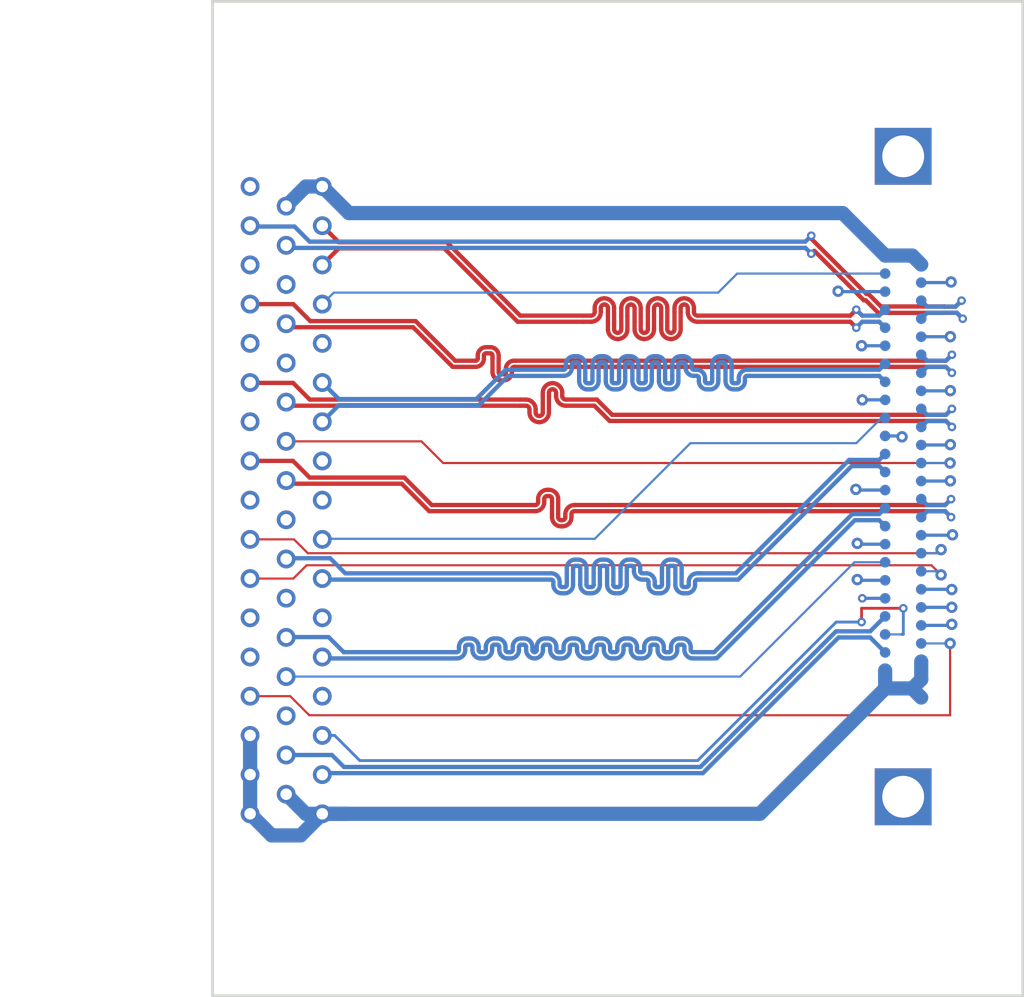
<source format=kicad_pcb>
(kicad_pcb (version 20221018) (generator pcbnew)

  (general
    (thickness 1.6)
  )

  (paper "A4")
  (title_block
    (comment 1 "Rigid Board Specs")
    (comment 3 "Track Space - 5 mil, Track Width - 12 mil")
  )

  (layers
    (0 "F.Cu" signal)
    (1 "In1.Cu" signal)
    (2 "In2.Cu" signal)
    (31 "B.Cu" signal)
    (32 "B.Adhes" user "B.Adhesive")
    (33 "F.Adhes" user "F.Adhesive")
    (34 "B.Paste" user)
    (35 "F.Paste" user)
    (36 "B.SilkS" user "B.Silkscreen")
    (37 "F.SilkS" user "F.Silkscreen")
    (38 "B.Mask" user)
    (39 "F.Mask" user)
    (40 "Dwgs.User" user "User.Drawings")
    (41 "Cmts.User" user "User.Comments")
    (42 "Eco1.User" user "User.Eco1")
    (43 "Eco2.User" user "User.Eco2")
    (44 "Edge.Cuts" user)
    (45 "Margin" user)
    (46 "B.CrtYd" user "B.Courtyard")
    (47 "F.CrtYd" user "F.Courtyard")
    (48 "B.Fab" user)
    (49 "F.Fab" user)
    (50 "User.1" user)
    (51 "User.2" user)
    (52 "User.3" user)
    (53 "User.4" user)
    (54 "User.5" user)
    (55 "User.6" user)
    (56 "User.7" user)
    (57 "User.8" user)
    (58 "User.9" user)
  )

  (setup
    (stackup
      (layer "F.SilkS" (type "Top Silk Screen"))
      (layer "F.Paste" (type "Top Solder Paste"))
      (layer "F.Mask" (type "Top Solder Mask") (thickness 0.01))
      (layer "F.Cu" (type "copper") (thickness 0.035))
      (layer "dielectric 1" (type "prepreg") (thickness 0.1) (material "FR4") (epsilon_r 4.5) (loss_tangent 0.02))
      (layer "In1.Cu" (type "copper") (thickness 0.035))
      (layer "dielectric 2" (type "core") (thickness 1.24) (material "FR4") (epsilon_r 4.5) (loss_tangent 0.02))
      (layer "In2.Cu" (type "copper") (thickness 0.035))
      (layer "dielectric 3" (type "prepreg") (thickness 0.1) (material "FR4") (epsilon_r 4.5) (loss_tangent 0.02))
      (layer "B.Cu" (type "copper") (thickness 0.035))
      (layer "B.Mask" (type "Bottom Solder Mask") (thickness 0.01))
      (layer "B.Paste" (type "Bottom Solder Paste"))
      (layer "B.SilkS" (type "Bottom Silk Screen"))
      (copper_finish "None")
      (dielectric_constraints no)
    )
    (pad_to_mask_clearance 0)
    (aux_axis_origin 114.3 78.105)
    (grid_origin 111.76 48.26)
    (pcbplotparams
      (layerselection 0x00010fc_ffffffff)
      (plot_on_all_layers_selection 0x0000000_00000000)
      (disableapertmacros false)
      (usegerberextensions false)
      (usegerberattributes true)
      (usegerberadvancedattributes true)
      (creategerberjobfile true)
      (dashed_line_dash_ratio 12.000000)
      (dashed_line_gap_ratio 3.000000)
      (svgprecision 4)
      (plotframeref false)
      (viasonmask false)
      (mode 1)
      (useauxorigin false)
      (hpglpennumber 1)
      (hpglpenspeed 20)
      (hpglpendiameter 15.000000)
      (dxfpolygonmode true)
      (dxfimperialunits true)
      (dxfusepcbnewfont true)
      (psnegative false)
      (psa4output false)
      (plotreference true)
      (plotvalue true)
      (plotinvisibletext false)
      (sketchpadsonfab false)
      (subtractmaskfromsilk false)
      (outputformat 1)
      (mirror false)
      (drillshape 0)
      (scaleselection 1)
      (outputdirectory "")
    )
  )

  (net 0 "")
  (net 1 "VDD")
  (net 2 "Net-(J1-Pin_2)")
  (net 3 "Net-(J1-Pin_18)")
  (net 4 "Net-(J1-Pin_10)")
  (net 5 "Net-(J1-Pin_22)")
  (net 6 "Net-(J2-Pin_17)")
  (net 7 "Net-(J2-Pin_18)")
  (net 8 "/Twin1-")
  (net 9 "/Twin1+")
  (net 10 "/Twin2-")
  (net 11 "/Twin2+")
  (net 12 "/Twin3-")
  (net 13 "/Twin3+")
  (net 14 "GNDD")
  (net 15 "/Twin4-")
  (net 16 "/Twin4+")
  (net 17 "/Twin5-")
  (net 18 "/Twin5+")
  (net 19 "/Twin6-")
  (net 20 "/Twin6+")
  (net 21 "/Twin7-")
  (net 22 "/Twin7+")
  (net 23 "/Twin8-")
  (net 24 "/Twin8+")
  (net 25 "/Twin9-")
  (net 26 "Net-(J2-Pin_12)")
  (net 27 "/Twin9+")
  (net 28 "Net-(J2-Pin_22)")
  (net 29 "GNDA")
  (net 30 "VDDA")

  (footprint "MountingHole:Fuzz Button Mounting Pad" (layer "F.Cu") (at 116.84 42.164))

  (footprint "MountingHole:Fuzz Button Mounting Pad" (layer "F.Cu") (at 116.84 87.249))

  (footprint "FuzzButtonFootprint:FuzzButtonPAD" (layer "B.Cu") (at 118.11 49.784 180))

  (footprint "CONN_DD50S564TLF_AMP:CONN_DD50S564TLF_AMP" (layer "B.Cu") (at 70.866 44.289007 -90))

  (footprint "FuzzButtonFootprint:FuzzButtonPAD" (layer "B.Cu") (at 115.57 49.149 180))

  (gr_circle (center 116.84 87.249) (end 118.11 87.249)
    (stroke (width 0.15) (type default)) (fill none) (layer "F.SilkS") (tstamp 81f2e707-a58d-48a5-9984-13f956e0e260))
  (gr_circle (center 116.84 42.164) (end 118.11 42.164)
    (stroke (width 0.15) (type default)) (fill none) (layer "F.SilkS") (tstamp e365d4fe-f0f3-4fb5-85a8-6616e0b1f236))
  (gr_rect (start 68.22 31.26) (end 125.26 101.26)
    (stroke (width 0.2) (type default)) (fill none) (layer "Edge.Cuts") (tstamp d0251a96-46a8-4750-ba8b-e1273b12c9f7))

  (segment (start 75.945972 44.289007) (end 74.78597 44.289007) (width 1) (layer "B.Cu") (net 1) (tstamp 01631412-5235-4339-b68b-340db6532082))
  (segment (start 117.475 49.149) (end 117.171 49.149) (width 1) (layer "B.Cu") (net 1) (tstamp 19c0995c-d81a-432b-bf90-84e16b0817c2))
  (segment (start 118.11 49.784) (end 117.475 49.149) (width 1) (layer "B.Cu") (net 1) (tstamp 456488c1-20c8-4cf6-9568-e741cc0d2a21))
  (segment (start 117.171 49.149) (end 115.57 49.149) (width 1) (layer "B.Cu") (net 1) (tstamp 8390938c-7c9f-45d7-b3b1-107b71761b17))
  (segment (start 112.581 46.16) (end 77.816965 46.16) (width 1) (layer "B.Cu") (net 1) (tstamp 8502fb8c-cf25-4fb1-825f-e36a55405575))
  (segment (start 115.57 49.149) (end 112.581 46.16) (width 1) (layer "B.Cu") (net 1) (tstamp a93fa42b-7665-4d18-a5fa-0aa2f3f77eb7))
  (segment (start 74.78597 44.289007) (end 73.40597 45.669007) (width 1) (layer "B.Cu") (net 1) (tstamp e5f15b61-aace-49db-982d-ecb4c14e761e))
  (segment (start 77.816965 46.16) (end 75.945972 44.289007) (width 1) (layer "B.Cu") (net 1) (tstamp f0947097-c4e5-4302-804c-bfa10e506040))
  (segment (start 103.815 51.76) (end 76.755009 51.76) (width 0.1524) (layer "B.Cu") (net 2) (tstamp 1847b92f-b992-463d-9ca1-205b873c45f1))
  (segment (start 115.57 50.419) (end 105.156 50.419) (width 0.1524) (layer "B.Cu") (net 2) (tstamp 69d419fd-4b35-4a56-b68a-2ead5ec85fc1))
  (segment (start 105.156 50.419) (end 103.815 51.76) (width 0.1524) (layer "B.Cu") (net 2) (tstamp ad1e61f1-1f35-40bb-9239-1c83686cf9ee))
  (segment (start 76.755009 51.76) (end 75.946003 52.569006) (width 0.1524) (layer "B.Cu") (net 2) (tstamp bcf1591e-15f1-4265-8f8f-86a837f53b05))
  (segment (start 105.360999 78.789001) (end 73.406001 78.789001) (width 0.1524) (layer "B.Cu") (net 3) (tstamp 51966bc9-9053-4351-8354-049c93d76dcd))
  (segment (start 115.57 70.739) (end 113.411 70.739) (width 0.1524) (layer "B.Cu") (net 3) (tstamp 9444d9bd-57f5-4568-b118-40c547acbe59))
  (segment (start 113.411 70.739) (end 105.360999 78.789001) (width 0.1524) (layer "B.Cu") (net 3) (tstamp e8a3738a-9320-48b8-a125-6b6bf04a73a3))
  (segment (start 75.987006 69.088) (end 75.946003 69.129003) (width 0.1524) (layer "In1.Cu") (net 4) (tstamp cd52290b-034f-41bd-8767-5974c6847a52))
  (segment (start 113.538 62.357) (end 101.863 62.357) (width 0.1524) (layer "B.Cu") (net 4) (tstamp 1ecb2c4b-2710-4e0b-a9bd-fc1f163c46e7))
  (segment (start 101.863 62.357) (end 95.132 69.088) (width 0.1524) (layer "B.Cu") (net 4) (tstamp 76699e20-a3d3-4698-9ef7-d5a2ffed5072))
  (segment (start 115.57 60.579) (end 115.316 60.579) (width 0.1524) (layer "B.Cu") (net 4) (tstamp 7fd99344-a3d0-42a1-8874-f53f88dbbb50))
  (segment (start 95.132 69.088) (end 75.987006 69.088) (width 0.1524) (layer "B.Cu") (net 4) (tstamp a11f75aa-44fd-4e74-b509-75036ed3c6f3))
  (segment (start 115.316 60.579) (end 113.538 62.357) (width 0.1524) (layer "B.Cu") (net 4) (tstamp af921b91-b1c4-44fb-8b68-6a58a0c77782))
  (segment (start 116.85 73.98) (end 113.91 73.98) (width 0.2) (layer "F.Cu") (net 5) (tstamp 7ed866db-35d2-47bd-ac0c-f192dc6bb4e9))
  (segment (start 113.91 73.98) (end 113.91 74.9507) (width 0.2) (layer "F.Cu") (net 5) (tstamp a4df1348-4813-4ac9-9720-451b91665fba))
  (via (at 113.91 74.9507) (size 0.6) (drill 0.3) (layers "F.Cu" "B.Cu") (net 5) (tstamp 549c3faf-145d-4644-9a93-480cd3a1b367))
  (via (at 116.85 73.98) (size 0.6) (drill 0.3) (layers "F.Cu" "B.Cu") (net 5) (tstamp b29f7a6d-56f9-44f1-96f4-154430b41d99))
  (segment (start 75.948002 82.931) (end 75.946003 82.929001) (width 0.1524) (layer "In1.Cu") (net 5) (tstamp 5aac66b8-1dad-439a-801f-95ff46f05361))
  (segment (start 76.817301 82.929001) (end 75.945972 82.929001) (width 0.2) (layer "B.Cu") (net 5) (tstamp 095f72b7-1835-48b4-a989-8590668ec09d))
  (segment (start 112.12418 74.9507) (end 102.37318 84.7017) (width 0.2) (layer "B.Cu") (net 5) (tstamp 254eff7c-2c35-4d2e-9951-2549f633f384))
  (segment (start 102.37318 84.7017) (end 78.59 84.7017) (width 0.2) (layer "B.Cu") (net 5) (tstamp 27fa717a-ed6e-4d9f-a44f-779fc5a0ffca))
  (segment (start 116.719 75.819) (end 116.85 75.819) (width 0.2) (layer "B.Cu") (net 5) (tstamp 563590fa-1978-4440-9eb8-9ae37daa38f4))
  (segment (start 113.91 74.9507) (end 112.12418 74.9507) (width 0.2) (layer "B.Cu") (net 5) (tstamp 869e3445-31b5-40a3-aa85-5371e22fef98))
  (segment (start 78.59 84.7017) (end 76.817301 82.929001) (width 0.2) (layer "B.Cu") (net 5) (tstamp cef17ce6-5597-470a-bdd5-253a8a63a57c))
  (segment (start 116.85 75.819) (end 116.85 73.98) (width 0.2) (layer "B.Cu") (net 5) (tstamp d21ed4e0-0019-4379-b8bb-2ac94bfaa771))
  (segment (start 116.719 75.819) (end 115.57 75.819) (width 0.1524) (layer "B.Cu") (net 5) (tstamp e005e06c-f09f-4e48-9c10-ad606cb43c99))
  (segment (start 74.93 70.104) (end 73.955003 69.129003) (width 0.1524) (layer "F.Cu") (net 6) (tstamp 07de1cbe-6ecf-4b96-9728-404c41067b4b))
  (segment (start 73.955003 69.129003) (end 70.866031 69.129003) (width 0.1524) (layer "F.Cu") (net 6) (tstamp 341a4311-9d9d-436b-9c11-41ba2fbd032d))
  (segment (start 119.253 70.104) (end 74.93 70.104) (width 0.1524) (layer "F.Cu") (net 6) (tstamp 418dce5a-30ea-4dd1-a903-ce5f86263ec4))
  (segment (start 119.507 69.85) (end 119.253 70.104) (width 0.1524) (layer "F.Cu") (net 6) (tstamp ba783d58-8e93-4f00-9102-87e7e56efd55))
  (via (at 119.507 69.85) (size 0.8) (drill 0.4) (layers "F.Cu" "B.Cu") (net 6) (tstamp 090a48a9-fcac-4b72-8256-9149cf4c44fc))
  (segment (start 119.507 69.85) (end 119.253 70.104) (width 0.1524) (layer "B.Cu") (net 6) (tstamp 5941c096-6cf9-430c-8e53-1f0ad2443e88))
  (segment (start 119.253 70.104) (end 118.11 70.104) (width 0.1524) (layer "B.Cu") (net 6) (tstamp 7e5f4e04-0ce3-4249-9a8b-229fc809c338))
  (segment (start 74.843597 70.952403) (end 73.906997 71.889003) (width 0.1524) (layer "F.Cu") (net 7) (tstamp 4a44da7f-af28-4c6a-897e-d9645772b5be))
  (segment (start 73.906997 71.889003) (end 70.866031 71.889003) (width 0.1524) (layer "F.Cu") (net 7) (tstamp 9001fd41-7ce6-4f9d-99fd-0f4b5818b973))
  (segment (start 118.831403 70.952403) (end 74.843597 70.952403) (width 0.1524) (layer "F.Cu") (net 7) (tstamp c845a45e-4a12-4922-a7c2-bec32575e57f))
  (segment (start 119.507 71.628) (end 118.831403 70.952403) (width 0.1524) (layer "F.Cu") (net 7) (tstamp ef907f09-7fcd-48b8-8320-26628f81ac59))
  (via (at 119.507 71.628) (size 0.8) (drill 0.4) (layers "F.Cu" "B.Cu") (net 7) (tstamp c3f0238d-d905-400c-bd50-bc05f21ee890))
  (segment (start 119.507 71.628) (end 119.253 71.374) (width 0.1524) (layer "B.Cu") (net 7) (tstamp e1fc1469-06a9-4c9e-82b2-4364285a33cc))
  (segment (start 119.253 71.374) (end 118.11 71.374) (width 0.1524) (layer "B.Cu") (net 7) (tstamp ec21a4d6-ec93-4a39-9e10-68607cbb7f00))
  (segment (start 96.49 54.3416) (end 96.49 53.8099) (width 0.3048) (layer "F.Cu") (net 8) (tstamp 1566841c-b264-4198-bb5f-b198e5dd2ec4))
  (segment (start 96.9948 52.8464) (end 96.9948 53.3781) (width 0.3048) (layer "F.Cu") (net 8) (tstamp 1c8e82f8-d159-4f5b-9699-19c283bdc3d1))
  (segment (start 98.3632 54.3416) (end 98.3632 53.8099) (width 0.3048) (layer "F.Cu") (net 8) (tstamp 2deca216-f7af-4fda-8ae0-deee499fbb00))
  (segment (start 100.2364 53.8099) (end 100.2364 52.8464) (width 0.3048) (layer "F.Cu") (net 8) (tstamp 337ecff7-1488-4c00-9713-452237e9c725))
  (segment (start 95.1216 52.8464) (end 95.1216 53.1257) (width 0.3048) (layer "F.Cu") (net 8) (tstamp 38f22413-cac6-47bd-935a-5d59a97b73bc))
  (segment (start 94.8692 53.3781) (end 94.277395 53.3781) (width 0.3048) (layer "F.Cu") (net 8) (tstamp 520b646e-b4f6-4f32-82bb-c302dfba26f2))
  (segment (start 98.3632 53.8099) (end 98.3632 52.8464) (width 0.3048) (layer "F.Cu") (net 8) (tstamp 545a4686-02ec-46d7-873e-063a30a15ddb))
  (segment (start 94.277395 53.3781) (end 89.87843 53.3781) (width 0.3048) (layer "F.Cu") (net 8) (tstamp 5faf1d6b-adad-4f12-80ba-32d65e775b19))
  (segment (start 89.87843 53.3781) (end 84.713436 48.213106) (width 0.3048) (layer "F.Cu") (net 8) (tstamp 6c1127b0-e0de-4d2e-95b1-0c59b8773807))
  (segment (start 98.868 52.8464) (end 98.868 53.3781) (width 0.3048) (layer "F.Cu") (net 8) (tstamp 75120510-731f-4077-af9a-3a37f94abf56))
  (segment (start 113.1189 53.3781) (end 102.362 53.3781) (width 0.3048) (layer "F.Cu") (net 8) (tstamp 77cd1afa-21b5-4521-ae58-05ed49dca786))
  (segment (start 100.7412 53.1257) (end 100.7412 54.3416) (width 0.3048) (layer "F.Cu") (net 8) (tstamp 7a7e550e-5d17-4121-ac35-27f647c80033))
  (segment (start 100.7412 52.8464) (end 100.7412 53.1257) (width 0.3048) (layer "F.Cu") (net 8) (tstamp 85818073-9e95-403b-b545-3442cbd536b8))
  (segment (start 77.110072 48.213106) (end 75.945972 47.049007) (width 0.3048) (layer "F.Cu") (net 8) (tstamp 9dcf7125-79f1-4b7d-a5b3-b9e7a7456025))
  (segment (start 102.1096 53.1257) (end 102.1096 52.8464) (width 0.3048) (layer "F.Cu") (net 8) (tstamp a1d1b6c1-a7e6-4b58-a804-fc9b76a58b65))
  (segment (start 84.713436 48.213106) (end 77.110072 48.213106) (width 0.3048) (layer "F.Cu") (net 8) (tstamp b48e6937-179f-41cd-87e5-c48b6bc54e42))
  (segment (start 100.2364 54.3416) (end 100.2364 53.8099) (width 0.3048) (layer "F.Cu") (net 8) (tstamp b886fb0d-c590-428f-a230-78593ea46c2e))
  (segment (start 96.49 53.8099) (end 96.49 52.8464) (width 0.3048) (layer "F.Cu") (net 8) (tstamp d5702009-bc44-4087-910b-888fac1ac626))
  (segment (start 98.868 53.3781) (end 98.868 54.3416) (width 0.3048) (layer "F.Cu") (net 8) (tstamp db181fa4-c6fb-43b2-8754-90c34b237329))
  (segment (start 96.9948 53.3781) (end 96.9948 54.3416) (width 0.3048) (layer "F.Cu") (net 8) (tstamp fb915913-9be0-4131-a5e9-b4cd700a778e))
  (segment (start 113.538 52.959) (end 113.1189 53.3781) (width 0.3048) (layer "F.Cu") (net 8) (tstamp fd8bc3fb-3f5d-4dfc-9098-9e28028122c7))
  (via (at 113.538 52.959) (size 0.6) (drill 0.3) (layers "F.Cu" "B.Cu") (net 8) (tstamp 1cb1f028-caa5-43bb-8c87-fced35e12136))
  (arc (start 97.679 52.1622) (mid 97.195198 52.362598) (end 96.9948 52.8464) (width 0.3048) (layer "F.Cu") (net 8) (tstamp 050f02c0-6f27-4f71-9c05-bded8d668180))
  (arc (start 101.4254 52.1622) (mid 100.941598 52.362598) (end 100.7412 52.8464) (width 0.3048) (layer "F.Cu") (net 8) (tstamp 3373c992-4f3b-4c29-83f6-a7a2efaa19c6))
  (arc (start 100.2364 52.8464) (mid 100.036002 52.362598) (end 99.5522 52.1622) (width 0.3048) (layer "F.Cu") (net 8) (tstamp 4d757bc0-8749-4dfd-8914-a44e896ca33a))
  (arc (start 96.7424 54.594) (mid 96.563926 54.520074) (end 96.49 54.3416) (width 0.3048) (layer "F.Cu") (net 8) (tstamp 55e9f6ed-4251-436f-8fc6-303360ee4bb4))
  (arc (start 96.49 52.8464) (mid 96.289602 52.362598) (end 95.8058 52.1622) (width 0.3048) (layer "F.Cu") (net 8) (tstamp 61b7153a-de16-452b-8566-e78ba7900b41))
  (arc (start 99.5522 52.1622) (mid 99.068398 52.362598) (end 98.868 52.8464) (width 0.3048) (layer "F.Cu") (net 8) (tstamp 67b5e1df-3695-4b8b-b292-380c9fe153a4))
  (arc (start 98.868 54.3416) (mid 98.794074 54.520074) (end 98.6156 54.594) (width 0.3048) (layer "F.Cu") (net 8) (tstamp 687659d1-25ad-4bc6-af93-265e1299ac6c))
  (arc (start 96.9948 54.3416) (mid 96.920874 54.520074) (end 96.7424 54.594) (width 0.3048) (layer "F.Cu") (net 8) (tstamp 744418c4-6e68-4281-8134-fbe7904fa2c1))
  (arc (start 100.4888 54.594) (mid 100.310326 54.520074) (end 100.2364 54.3416) (width 0.3048) (layer "F.Cu") (net 8) (tstamp 761ea7e7-4574-4c58-b82c-8a06211ae409))
  (arc (start 102.362 53.3781) (mid 102.183526 53.304174) (end 102.1096 53.1257) (width 0.3048) (layer "F.Cu") (net 8) (tstamp 86f14631-719e-4a77-9850-e14c7ceee07f))
  (arc (start 100.7412 54.3416) (mid 100.667274 54.520074) (end 100.4888 54.594) (width 0.3048) (layer "F.Cu") (net 8) (tstamp a3c57290-970d-414b-98e3-6b9d4aeb44b7))
  (arc (start 95.8058 52.1622) (mid 95.321998 52.362598) (end 95.1216 52.8464) (width 0.3048) (layer "F.Cu") (net 8) (tstamp a868809f-3e00-48ec-8800-e92784407461))
  (arc (start 98.6156 54.594) (mid 98.437126 54.520074) (end 98.3632 54.3416) (width 0.3048) (layer "F.Cu") (net 8) (tstamp b1ad1b70-79d0-4bf2-8a9c-4b107f8c934e))
  (arc (start 102.1096 52.8464) (mid 101.909202 52.362598) (end 101.4254 52.1622) (width 0.3048) (layer "F.Cu") (net 8) (tstamp d237ae37-93a2-4c78-a5d3-d7c2a9470448))
  (arc (start 98.3632 52.8464) (mid 98.162802 52.362598) (end 97.679 52.1622) (width 0.3048) (layer "F.Cu") (net 8) (tstamp df506105-af63-41b9-bcb2-619547c91b8d))
  (arc (start 95.1216 53.1257) (mid 95.047674 53.304174) (end 94.8692 53.3781) (width 0.3048) (layer "F.Cu") (net 8) (tstamp fc756862-8c1c-4675-ab69-21c894a747e8))
  (segment (start 115.1509 53.3781) (end 115.57 52.959) (width 0.3048) (layer "B.Cu") (net 8) (tstamp 6335d1f3-fd88-496f-93bf-01e0e87c11cf))
  (segment (start 113.9571 53.3781) (end 115.1509 53.3781) (width 0.3048) (layer "B.Cu") (net 8) (tstamp 929118d2-2231-4309-b9bb-1bbe4ff2c498))
  (segment (start 113.538 52.959) (end 113.9571 53.3781) (width 0.3048) (layer "B.Cu") (net 8) (tstamp ba3e6678-14e3-4eb5-aedf-51b2c170577f))
  (segment (start 89.69957 53.8099) (end 84.534576 48.644906) (width 0.3048) (layer "F.Cu") (net 9) (tstamp 18ec93a3-a816-4ad6-9809-4510da16b055))
  (segment (start 113.538 54.229) (end 113.1189 53.8099) (width 0.3048) (layer "F.Cu") (net 9) (tstamp 2c2c4e6b-9b67-4151-8c10-a1a71b484d1d))
  (segment (start 113.1189 53.8099) (end 102.362 53.8099) (width 0.3048) (layer "F.Cu") (net 9) (tstamp 3314dc78-7df8-4698-a0c0-2a433f8c3373))
  (segment (start 97.9314 54.3416) (end 97.9314 53.8099) (width 0.3048) (layer "F.Cu") (net 9) (tstamp 375628e9-818d-42c9-bb7a-296c5c31d26d))
  (segment (start 95.5534 52.8464) (end 95.5534 53.1257) (width 0.3048) (layer "F.Cu") (net 9) (tstamp 55889b88-24ce-4ea8-8adf-c79ace41d255))
  (segment (start 97.4266 53.3781) (end 97.4266 54.3416) (width 0.3048) (layer "F.Cu") (net 9) (tstamp 6ab1dc36-0d35-407b-b8fa-fa9672125101))
  (segment (start 101.173 52.8464) (end 101.173 53.1257) (width 0.3048) (layer "F.Cu") (net 9) (tstamp 6fdf4a42-10d7-499d-b445-b677095a8a5e))
  (segment (start 99.8046 54.3416) (end 99.8046 53.8099) (width 0.3048) (layer "F.Cu") (net 9) (tstamp 751b507e-6482-439d-ac65-6028f37184ce))
  (segment (start 99.8046 53.8099) (end 99.8046 52.8464) (width 0.3048) (layer "F.Cu") (net 9) (tstamp 81db332f-7fe0-4e52-86b5-82575f7c57ce))
  (segment (start 101.173 53.1257) (end 101.173 54.3416) (width 0.3048) (layer "F.Cu") (net 9) (tstamp 85bdf79d-8635-4627-bc37-130c875d59fb))
  (segment (start 96.0582 54.3416) (end 96.0582 53.8099) (width 0.3048) (layer "F.Cu") (net 9) (tstamp 8d6d07f8-076c-47b5-a7bf-5085c2523902))
  (segment (start 99.2998 52.8464) (end 99.2998 53.3781) (width 0.3048) (layer "F.Cu") (net 9) (tstamp 9214f31d-efe1-4bdd-a947-37bb0f41ce81))
  (segment (start 99.2998 53.3781) (end 99.2998 54.3416) (width 0.3048) (layer "F.Cu") (net 9) (tstamp acd23332-f25e-4091-a460-c40bd2593e21))
  (segment (start 94.277395 53.8099) (end 89.69957 53.8099) (width 0.3048) (layer "F.Cu") (net 9) (tstamp adc9f41a-9540-4d58-9561-578b15403d83))
  (segment (start 84.534576 48.644906) (end 77.110072 48.644906) (width 0.3048) (layer "F.Cu") (net 9) (tstamp b6232041-59ff-4818-bb2d-faef959e4e10))
  (segment (start 97.4266 52.8464) (end 97.4266 53.3781) (width 0.3048) (layer "F.Cu") (net 9) (tstamp b7afbc4d-2d13-4f88-9f49-d84bae58bfe6))
  (segment (start 101.6778 53.1257) (end 101.6778 52.8464) (width 0.3048) (layer "F.Cu") (net 9) (tstamp b82fd063-7135-4e93-bc1d-7315ab2b2421))
  (segment (start 94.8692 53.8099) (end 94.277395 53.8099) (width 0.3048) (layer "F.Cu") (net 9) (tstamp bb638fd3-7cac-4271-ab94-7203ea8b6f8f))
  (segment (start 96.0582 53.8099) (end 96.0582 52.8464) (width 0.3048) (layer "F.Cu") (net 9) (tstamp bea5761b-e1d8-4ae5-ac8a-4974a3155e10))
  (segment (start 97.9314 53.8099) (end 97.9314 52.8464) (width 0.3048) (layer "F.Cu") (net 9) (tstamp d5524e93-c68f-4d53-b5c7-ccebe25fa781))
  (segment (start 77.110072 48.644906) (end 75.945972 49.809006) (width 0.3048) (layer "F.Cu") (net 9) (tstamp ec321641-4d0b-4ff5-a027-ceb97fc07ba9))
  (via (at 113.538 54.229) (size 0.6) (drill 0.3) (layers "F.Cu" "B.Cu") (net 9) (tstamp 1e0f97e0-050d-43b8-9cd7-729007ee14c0))
  (arc (start 99.5522 52.594) (mid 99.373726 52.667926) (end 99.2998 52.8464) (width 0.3048) (layer "F.Cu") (net 9) (tstamp 24cf666d-771b-4181-85cf-043e86151997))
  (arc (start 96.7424 55.0258) (mid 96.258598 54.825402) (end 96.0582 54.3416) (width 0.3048) (layer "F.Cu") (net 9) (tstamp 24f2885f-026f-4d6c-9e9b-7481b0eb2d51))
  (arc (start 101.4254 52.594) (mid 101.246926 52.667926) (end 101.173 52.8464) (width 0.3048) (layer "F.Cu") (net 9) (tstamp 396f0652-7212-4c34-b1a3-8333027d53bf))
  (arc (start 95.8058 52.594) (mid 95.627326 52.667926) (end 95.5534 52.8464) (width 0.3048) (layer "F.Cu") (net 9) (tstamp 427467f3-5ab7-4847-8234-d68677e4bc54))
  (arc (start 95.5534 53.1257) (mid 95.353002 53.609502) (end 94.8692 53.8099) (width 0.3048) (layer "F.Cu") (net 9) (tstamp 47655d3b-865f-4295-b45e-d33361128804))
  (arc (start 101.173 54.3416) (mid 100.972602 54.825402) (end 100.4888 55.0258) (width 0.3048) (layer "F.Cu") (net 9) (tstamp 52c26331-892d-4084-8e0b-b61d684fa1ac))
  (arc (start 99.2998 54.3416) (mid 99.099402 54.825402) (end 98.6156 55.0258) (width 0.3048) (layer "F.Cu") (net 9) (tstamp 5f5a0e4d-e0d7-4525-8fe2-7be1f7d00fa4))
  (arc (start 96.0582 52.8464) (mid 95.984274 52.667926) (end 95.8058 52.594) (width 0.3048) (layer "F.Cu") (net 9) (tstamp 621805fa-441f-4fea-8acb-3e024415f686))
  (arc (start 98.6156 55.0258) (mid 98.131798 54.825402) (end 97.9314 54.3416) (width 0.3048) (layer "F.Cu") (net 9) (tstamp 6c5db229-7d4b-4453-9feb-97ff759cd367))
  (arc (start 100.4888 55.0258) (mid 100.004998 54.825402) (end 99.8046 54.3416) (width 0.3048) (layer "F.Cu") (net 9) (tstamp 7d1986b0-53f8-444b-9fe4-3014c64489b9))
  (arc (start 101.6778 52.8464) (mid 101.603874 52.667926) (end 101.4254 52.594) (width 0.3048) (layer "F.Cu") (net 9) (tstamp 7e52fa3e-e56e-411d-9fee-942b7120d16b))
  (arc (start 99.8046 52.8464) (mid 99.730674 52.667926) (end 99.5522 52.594) (width 0.3048) (layer "F.Cu") (net 9) (tstamp a99a0c32-56e9-470f-96d8-3a94479416fb))
  (arc (start 97.4266 54.3416) (mid 97.226202 54.825402) (end 96.7424 55.0258) (width 0.3048) (layer "F.Cu") (net 9) (tstamp bc23aa7d-4b71-4569-97f3-ae45220590c9))
  (arc (start 97.9314 52.8464) (mid 97.857474 52.667926) (end 97.679 52.594) (width 0.3048) (layer "F.Cu") (net 9) (tstamp c578b129-2791-42c0-b60c-5bccb31fe86a))
  (arc (start 102.362 53.8099) (mid 101.878198 53.609502) (end 101.6778 53.1257) (width 0.3048) (layer "F.Cu") (net 9) (tstamp d7a1adc6-43be-49ec-b85e-74ee057ebe6c))
  (arc (start 97.679 52.594) (mid 97.500526 52.667926) (end 97.4266 52.8464) (width 0.3048) (layer "F.Cu") (net 9) (tstamp e1fd5187-db50-4989-9193-0135ba4875c6))
  (segment (start 115.1509 53.8099) (end 115.57 54.229) (width 0.3048) (layer "B.Cu") (net 9) (tstamp 07378381-f468-4def-9094-8d72aa08ed56))
  (segment (start 113.9571 53.8099) (end 115.1509 53.8099) (width 0.3048) (layer "B.Cu") (net 9) (tstamp 6a5a3826-2106-43a6-b032-e9ac65fa737f))
  (segment (start 113.538 54.229) (end 113.9571 53.8099) (width 0.3048) (layer "B.Cu") (net 9) (tstamp ffeb56a9-01a9-495f-ab1c-30c0154ad782))
  (segment (start 103.0426 58.1406) (end 103.2426 58.1406) (width 0.3048) (layer "B.Cu") (net 10) (tstamp 0bd947db-c90a-402c-ba55-d924731f5314))
  (segment (start 98.712 57.9882) (end 98.712 57.6199) (width 0.3048) (layer "B.Cu") (net 10) (tstamp 11c1c9c5-41ac-412b-9dbd-f496d4a28402))
  (segment (start 94.6132 58.1406) (end 94.8132 58.1406) (width 0.3048) (layer "B.Cu") (net 10) (tstamp 18bd20ac-f814-47af-a25a-bf767e394a51))
  (segment (start 100.2328 58.1406) (end 100.4328 58.1406) (width 0.3048) (layer "B.Cu") (net 10) (tstamp 18c3bf3a-2903-4caf-a71d-5ddd62b4e337))
  (segment (start 100.0804 56.8198) (end 100.0804 57.1881) (width 0.3048) (layer "B.Cu") (net 10) (tstamp 1bc8faa6-9571-4e36-b8bd-9c7b4a57094d))
  (segment (start 115.1509 57.1881) (end 115.57 56.769) (width 0.3048) (layer "B.Cu") (net 10) (tstamp 20bf5fc7-819d-4fed-980f-e63557d6ad8f))
  (segment (start 94.4608 57.0357) (end 94.4608 57.9882) (width 0.3048) (layer "B.Cu") (net 10) (tstamp 2a6ef37a-b7c8-4f19-a101-2dc26ce9dc21))
  (segment (start 94.9656 57.6199) (end 94.9656 56.8198) (width 0.3048) (layer "B.Cu") (net 10) (tstamp 2e037229-6757-4742-8437-4bf86321792e))
  (segment (start 103.395 57.7723) (end 103.395 56.8198) (width 0.3048) (layer "B.Cu") (net 10) (tstamp 356930d2-8622-4058-ae3a-16b569c1204c))
  (segment (start 104.7634 56.8198) (end 104.7634 57.1881) (width 0.3048) (layer "B.Cu") (net 10) (tstamp 356ece6f-5af9-4833-8d7f-b53c084503e0))
  (segment (start 96.8388 57.9882) (end 96.8388 57.6199) (width 0.3048) (layer "B.Cu") (net 10) (tstamp 36a27a19-e29b-4852-872e-9686c9dbba5b))
  (segment (start 98.2072 57.1881) (end 98.2072 57.9882) (width 0.3048) (layer "B.Cu") (net 10) (tstamp 3b45b2aa-12fa-4858-9b2c-ddcd151f5540))
  (segment (start 102.106 57.1881) (end 102.306 57.1881) (width 0.3048) (layer "B.Cu") (net 10) (tstamp 3dac53f5-3610-45ae-8801-b05bec621c79))
  (segment (start 98.3596 58.1406) (end 98.5596 58.1406) (width 0.3048) (layer "B.Cu") (net 10) (tstamp 412f57e3-c454-447e-abf9-6f872edc1845))
  (segment (start 105.2682 57.9882) (end 105.2682 57.7723) (width 0.3048) (layer "B.Cu") (net 10) (tstamp 4227e023-049e-42df-82b3-9f33ef1fbb0c))
  (segment (start 97.423 56.2356) (end 97.623 56.2356) (width 0.3048) (layer "B.Cu") (net 10) (tstamp 52dbb3fb-af13-4f4b-8150-9e8f8386f9ca))
  (segment (start 98.2072 56.8198) (end 98.2072 57.1881) (width 0.3048) (layer "B.Cu") (net 10) (tstamp 543c2cd2-ea91-4545-adb2-4f70fc5d4588))
  (segment (start 96.334 57.1881) (end 96.334 57.9882) (width 0.3048) (layer "B.Cu") (net 10) (tstamp 5631cbdb-94df-4856-aa7e-901aa8154be2))
  (segment (start 105.8524 57.1881) (end 106.0524 57.1881) (width 0.3048) (layer "B.Cu") (net 10) (tstamp 5bb02c5d-4c1f-43dd-9402-ed230d98360d))
  (segment (start 86.791566 59.253104) (end 88.85657 57.1881) (width 0.3048) (layer "B.Cu") (net 10) (tstamp 5cd2112a-7da9-4947-8011-3e07c2135be0))
  (segment (start 94.9656 57.9882) (end 94.9656 57.6199) (width 0.3048) (layer "B.Cu") (net 10) (tstamp 695fc0f7-764d-4186-afad-7f257e06d77a))
  (segment (start 94.4608 56.8198) (end 94.4608 57.0357) (width 0.3048) (layer "B.Cu") (net 10) (tstamp 6b860dcf-cb4f-4ad3-ac31-6f52baa7a3b0))
  (segment (start 103.9792 56.2356) (end 104.1792 56.2356) (width 0.3048) (layer "B.Cu") (net 10) (tstamp 6d0810f5-f5f4-42df-8bcb-56b49c389be6))
  (segment (start 100.5852 57.6199) (end 100.5852 56.8198) (width 0.3048) (layer "B.Cu") (net 10) (tstamp 71d7ccc7-59c4-428f-a936-2429fcdb6cb1))
  (segment (start 106.0524 57.1881) (end 115.1509 57.1881) (width 0.3048) (layer "B.Cu") (net 10) (tstamp 775508dd-4067-4438-afe7-419028ec937f))
  (segment (start 93.6766 56.2356) (end 93.8766 56.2356) (width 0.3048) (layer "B.Cu") (net 10) (tstamp 7f63056f-fee9-4252-9244-d8b60f55f894))
  (segment (start 104.9158 58.1406) (end 105.1158 58.1406) (width 0.3048) (layer "B.Cu") (net 10) (tstamp 825f04fe-427b-4b4e-85b5-076269d3a01f))
  (segment (start 101.9536 56.8198) (end 101.9536 57.0357) (width 0.3048) (layer "B.Cu") (net 10) (tstamp 83e4d4e1-db17-479f-9e5e-e77325f8c7c0))
  (segment (start 102.8902 57.7723) (end 102.8902 57.9882) (width 0.3048) (layer "B.Cu") (net 10) (tstamp 892298ef-3ebc-4924-8be1-bc90c7ab10d4))
  (segment (start 93.0924 57.0357) (end 93.0924 56.8198) (width 0.3048) (layer "B.Cu") (net 10) (tstamp 8de4e139-82e9-431f-b8b0-db3af787e1c3))
  (segment (start 103.395 57.9882) (end 103.395 57.7723) (width 0.3048) (layer "B.Cu") (net 10) (tstamp 8e612331-13e4-4be6-8cdf-29acf11c1344))
  (segment (start 75.945972 58.089005) (end 77.110072 59.253104) (width 0.3048) (layer "B.Cu") (net 10) (tstamp 9f5542aa-c541-4d76-ae0e-aec97dd5f715))
  (segment (start 88.85657 57.1881) (end 92.94 57.1881) (width 0.3048) (layer "B.Cu") (net 10) (tstamp b347fd6b-576b-4280-809d-bc9c48d70b95))
  (segment (start 77.110072 59.253104) (end 86.791566 59.253104) (width 0.3048) (layer "B.Cu") (net 10) (tstamp b8560c98-9dfc-4555-a57e-751c9d379622))
  (segment (start 96.4864 58.1406) (end 96.6864 58.1406) (width 0.3048) (layer "B.Cu") (net 10) (tstamp bb6d22f2-05e7-420f-a5c6-1c5584901b1b))
  (segment (start 99.2962 56.2356) (end 99.4962 56.2356) (width 0.3048) (layer "B.Cu") (net 10) (tstamp d6a79e81-c2b5-48ab-9661-397ee72f216b))
  (segment (start 96.334 56.8198) (end 96.334 57.1881) (width 0.3048) (layer "B.Cu") (net 10) (tstamp d8aff2b5-ac2a-4f70-8563-b3986c666617))
  (segment (start 100.0804 57.1881) (end 100.0804 57.9882) (width 0.3048) (layer "B.Cu") (net 10) (tstamp e4a8a36f-7564-4e92-be89-dcb42129993c))
  (segment (start 104.7634 57.1881) (end 104.7634 57.9882) (width 0.3048) (layer "B.Cu") (net 10) (tstamp f2845db8-f015-461e-b9ce-c98dc232833c))
  (segment (start 95.5498 56.2356) (end 95.7498 56.2356) (width 0.3048) (layer "B.Cu") (net 10) (tstamp f3a2dd47-38dc-4679-8961-743e5f6d46c7))
  (segment (start 96.8388 57.6199) (end 96.8388 56.8198) (width 0.3048) (layer "B.Cu") (net 10) (tstamp fb1879ab-176d-46e9-8586-0b5ac4c4de20))
  (segment (start 101.1694 56.2356) (end 101.3694 56.2356) (width 0.3048) (layer "B.Cu") (net 10) (tstamp fbcb1e93-855b-435d-8e7b-126d14641004))
  (segment (start 100.5852 57.9882) (end 100.5852 57.6199) (width 0.3048) (layer "B.Cu") (net 10) (tstamp fcd353f5-adf5-49db-bb59-2fc5f7d00954))
  (segment (start 98.712 57.6199) (end 98.712 56.8198) (width 0.3048) (layer "B.Cu") (net 10) (tstamp fe245777-f254-445b-a4f4-33f39c8f3cda))
  (arc (start 104.7634 57.9882) (mid 104.808037 58.095963) (end 104.9158 58.1406) (width 0.3048) (layer "B.Cu") (net 10) (tstamp 04243723-5f2f-4494-8df9-ee82d42b2c2d))
  (arc (start 93.8766 56.2356) (mid 94.289692 56.406708) (end 94.4608 56.8198) (width 0.3048) (layer "B.Cu") (net 10) (tstamp 044e7e32-9a9d-4672-a9e9-b4497cb31ca5))
  (arc (start 105.2682 57.7723) (mid 105.439308 57.359208) (end 105.8524 57.1881) (width 0.3048) (layer "B.Cu") (net 10) (tstamp 05076483-bbd3-4373-9adb-b1bdf8d5d2bc))
  (arc (start 94.9656 56.8198) (mid 95.136708 56.406708) (end 95.5498 56.2356) (width 0.3048) (layer "B.Cu") (net 10) (tstamp 0de77826-4133-44bb-b130-1cccff6d2973))
  (arc (start 96.334 57.9882) (mid 96.378637 58.095963) (end 96.4864 58.1406) (width 0.3048) (layer "B.Cu") (net 10) (tstamp 112a25de-079f-4b67-8364-7232c69dea61))
  (arc (start 94.4608 57.9882) (mid 94.505437 58.095963) (end 94.6132 58.1406) (width 0.3048) (layer "B.Cu") (net 10) (tstamp 1b65e10b-750b-49ab-80e3-a22bf53f720a))
  (arc (start 104.1792 56.2356) (mid 104.592292 56.406708) (end 104.7634 56.8198) (width 0.3048) (layer "B.Cu") (net 10) (tstamp 3e55ab9c-f306-4fe8-8b65-1c79b55cbff4))
  (arc (start 96.8388 56.8198) (mid 97.009908 56.406708) (end 97.423 56.2356) (width 0.3048) (layer "B.Cu") (net 10) (tstamp 552c38aa-6706-48cd-a10f-55807b066ae7))
  (arc (start 96.6864 58.1406) (mid 96.794163 58.095963) (end 96.8388 57.9882) (width 0.3048) (layer "B.Cu") (net 10) (tstamp 58c8fdbd-fe58-4a1d-a7f0-aa711f72a933))
  (arc (start 99.4962 56.2356) (mid 99.909292 56.406708) (end 100.0804 56.8198) (width 0.3048) (layer "B.Cu") (net 10) (tstamp 5e3674a3-22e9-492b-98d0-6fac8fead33c))
  (arc (start 105.1158 58.1406) (mid 105.223563 58.095963) (end 105.2682 57.9882) (width 0.3048) (layer "B.Cu") (net 10) (tstamp 6550ec70-7cde-4970-9f79-0c3e0a630eef))
  (arc (start 98.712 56.8198) (mid 98.883108 56.406708) (end 99.2962 56.2356) (width 0.3048) (layer "B.Cu") (net 10) (tstamp 6a075aed-7678-4ec5-8d60-d0fa1495db89))
  (arc (start 100.4328 58.1406) (mid 100.540563 58.095963) (end 100.5852 57.9882) (width 0.3048) (layer "B.Cu") (net 10) (tstamp 7276a2bf-ed20-4101-b498-beab46c033fb))
  (arc (start 92.94 57.1881) (mid 93.047763 57.143463) (end 93.0924 57.0357) (width 0.3048) (layer "B.Cu") (net 10) (tstamp 872f46e3-f5d6-44fd-82e4-4c1c66859c24))
  (arc (start 95.7498 56.2356) (mid 96.162892 56.406708) (end 96.334 56.8198) (width 0.3048) (layer "B.Cu") (net 10) (tstamp 8989f9cc-f950-43ef-8cfc-00559282572f))
  (arc (start 98.5596 58.1406) (mid 98.667363 58.095963) (end 98.712 57.9882) (width 0.3048) (layer "B.Cu") (net 10) (tstamp 900efdac-ac54-472c-828f-617ea1a1bce7))
  (arc (start 100.5852 56.8198) (mid 100.756308 56.406708) (end 101.1694 56.2356) (width 0.3048) (layer "B.Cu") (net 10) (tstamp 9b8905c8-c548-4e97-af25-846ed3ab3fcc))
  (arc (start 103.2426 58.1406) (mid 103.350363 58.095963) (end 103.395 57.9882) (width 0.3048) (layer "B.Cu") (net 10) (tstamp 9c9e3a41-0ef2-4d4f-9490-c5d08dc0c309))
  (arc (start 103.395 56.8198) (mid 103.566108 56.406708) (end 103.9792 56.2356) (width 0.3048) (layer "B.Cu") (net 10) (tstamp 9e598b39-70fa-4f73-ad86-9d6c0b8adc66))
  (arc (start 100.0804 57.9882) (mid 100.125037 58.095963) (end 100.2328 58.1406) (width 0.3048) (layer "B.Cu") (net 10) (tstamp 9e97085e-4aac-42a2-ac99-e501fa66f4ad))
  (arc (start 102.8902 57.9882) (mid 102.934837 58.095963) (end 103.0426 58.1406) (width 0.3048) (layer "B.Cu") (net 10) (tstamp 9f5d6c1d-f697-47b7-9384-e7a0eb85e9a3))
  (arc (start 102.306 57.1881) (mid 102.719092 57.359208) (end 102.8902 57.7723) (width 0.3048) (layer "B.Cu") (net 10) (tstamp b6ddbe3e-fb24-4ee2-bc51-658134f643f9))
  (arc (start 93.0924 56.8198) (mid 93.263508 56.406708) (end 93.6766 56.2356) (width 0.3048) (layer "B.Cu") (net 10) (tstamp c02ae4ab-36cd-4914-8b5c-5184f9a4bb9a))
  (arc (start 101.9536 57.0357) (mid 101.998237 57.143463) (end 102.106 57.1881) (width 0.3048) (layer "B.Cu") (net 10) (tstamp c8fc1530-4c0a-4834-9870-2af930d11be7))
  (arc (start 101.3694 56.2356) (mid 101.782492 56.406708) (end 101.9536 56.8198) (width 0.3048) (layer "B.Cu") (net 10) (tstamp d112b75e-2468-4902-86a0-040687b3c785))
  (arc (start 97.623 56.2356) (mid 98.036092 56.406708) (end 98.2072 56.8198) (width 0.3048) (layer "B.Cu") (net 10) (tstamp e1b7ae3c-5622-42c9-918a-34cbd7f839fe))
  (arc (start 94.8132 58.1406) (mid 94.920963 58.095963) (end 94.9656 57.9882) (width 0.3048) (layer "B.Cu") (net 10) (tstamp e36b6b70-38ce-448c-8c53-5c0b59c87da4))
  (arc (start 98.2072 57.9882) (mid 98.251837 58.095963) (end 98.3596 58.1406) (width 0.3048) (layer "B.Cu") (net 10) (tstamp f302abed-36db-43e5-b56c-9923344efb8c))
  (segment (start 115.1509 57.6199) (end 115.57 58.039) (width 0.3048) (layer "B.Cu") (net 11) (tstamp 00d2fdaa-7bc7-4d60-96dd-5cb42f2058d4))
  (segment (start 103.8268 57.7723) (end 103.8268 56.8198) (width 0.3048) (layer "B.Cu") (net 11) (tstamp 02fb9c9f-4ea6-4508-be58-cebda8f52bb7))
  (segment (start 93.5242 57.0357) (end 93.5242 56.8198) (width 0.3048) (layer "B.Cu") (net 11) (tstamp 03941a3d-368c-44fa-8c41-f1cf4db1a242))
  (segment (start 101.017 57.9882) (end 101.017 57.6199) (width 0.3048) (layer "B.Cu") (net 11) (tstamp 0b65fed9-8d8a-44c8-b788-5aa7ac762e5f))
  (segment (start 97.2706 57.9882) (end 97.2706 57.6199) (width 0.3048) (layer "B.Cu") (net 11) (tstamp 1078f116-6b4d-4a29-b2f2-f37fe8506778))
  (segment (start 99.1438 57.9882) (end 99.1438 57.6199) (width 0.3048) (layer "B.Cu") (net 11) (tstamp 16651dbf-30c4-490c-8b5a-fcb5e3bd7977))
  (segment (start 97.423 56.6674) (end 97.623 56.6674) (width 0.3048) (layer "B.Cu") (net 11) (tstamp 2380853c-8aee-427a-a2f7-e78a863bb353))
  (segment (start 99.6486 56.8198) (end 99.6486 57.1881) (width 0.3048) (layer "B.Cu") (net 11) (tstamp 23e60c26-b8e2-442f-86de-dda2566eb1bf))
  (segment (start 102.106 57.6199) (end 102.306 57.6199) (width 0.3048) (layer "B.Cu") (net 11) (tstamp 27d4b3a8-5fb8-4f63-8017-d48a7b22242e))
  (segment (start 104.3316 57.1881) (end 104.3316 57.9882) (width 0.3048) (layer "B.Cu") (net 11) (tstamp 2c7444a2-1c9e-4516-b21d-97edc95341e8))
  (segment (start 103.8268 57.9882) (end 103.8268 57.7723) (width 0.3048) (layer "B.Cu") (net 11) (tstamp 31dcd3bf-46c1-41ae-82a6-fba3b1141d7c))
  (segment (start 99.1438 57.6199) (end 99.1438 56.8198) (width 0.3048) (layer "B.Cu") (net 11) (tstamp 3a2fe30a-aa8b-4ac7-ad66-6e3e921ff03a))
  (segment (start 103.9792 56.6674) (end 104.1792 56.6674) (width 0.3048) (layer "B.Cu") (net 11) (tstamp 464b6c8a-2f76-4a5e-90ae-323f351111a6))
  (segment (start 97.7754 56.8198) (end 97.7754 57.1881) (width 0.3048) (layer "B.Cu") (net 11) (tstamp 466b5da6-6fa1-4b94-bc57-d63d1b3d0a70))
  (segment (start 95.3974 57.6199) (end 95.3974 56.8198) (width 0.3048) (layer "B.Cu") (net 11) (tstamp 557a7c63-ad11-41c7-9528-26deae3e234e))
  (segment (start 89.03543 57.6199) (end 92.94 57.6199) (width 0.3048) (layer "B.Cu") (net 11) (tstamp 5d946b71-54dd-44af-8818-57e11aea793d))
  (segment (start 100.2328 58.5724) (end 100.4328 58.5724) (width 0.3048) (layer "B.Cu") (net 11) (tstamp 61206a84-8f9c-47d1-add8-c2f10a6e90f5))
  (segment (start 99.2962 56.6674) (end 99.4962 56.6674) (width 0.3048) (layer "B.Cu") (net 11) (tstamp 66bd41b5-4ea9-4169-b585-8bd4d077938a))
  (segment (start 95.5498 56.6674) (end 95.7498 56.6674) (width 0.3048) (layer "B.Cu") (net 11) (tstamp 67e8445b-abb8-4b73-affc-20f9f29a6445))
  (segment (start 101.5218 56.8198) (end 101.5218 57.0357) (width 0.3048) (layer "B.Cu") (net 11) (tstamp 700d710d-67ad-42f4-a432-52d06aeea4f1))
  (segment (start 103.0426 58.5724) (end 103.2426 58.5724) (width 0.3048) (layer "B.Cu") (net 11) (tstamp 82bc5aa7-5ef1-4265-8cde-ecf3b3bf285d))
  (segment (start 99.6486 57.1881) (end 99.6486 57.9882) (width 0.3048) (layer "B.Cu") (net 11) (tstamp 84a809e3-d14c-44a0-9e04-b30f38849f46))
  (segment (start 98.3596 58.5724) (end 98.5596 58.5724) (width 0.3048) (layer "B.Cu") (net 11) (tstamp 85ee6ff2-b4a4-4a5c-8202-8ca1318d9ca2))
  (segment (start 97.7754 57.1881) (end 97.7754 57.9882) (width 0.3048) (layer "B.Cu") (net 11) (tstamp 8c14a877-5215-4a20-b327-3a9599eb9e6c))
  (segment (start 95.9022 56.8198) (end 95.9022 57.1881) (width 0.3048) (layer "B.Cu") (net 11) (tstamp 9198bbdf-d0ee-4924-a4c7-561b7d63de3e))
  (segment (start 94.029 57.0357) (end 94.029 57.9882) (width 0.3048) (layer "B.Cu") (net 11) (tstamp 9b62fecf-3f9b-4eee-9aba-f7e710848c46))
  (segment (start 101.017 57.6199) (end 101.017 56.8198) (width 0.3048) (layer "B.Cu") (net 11) (tstamp a15c85f3-1feb-4c46-8cd5-aa990becfd10))
  (segment (start 104.3316 56.8198) (end 104.3316 57.1881) (width 0.3048) (layer "B.Cu") (net 11) (tstamp b58a9485-dbcb-4979-be54-0a7525d2b11f))
  (segment (start 94.029 56.8198) (end 94.029 57.0357) (width 0.3048) (layer "B.Cu") (net 11) (tstamp b6641c1a-870c-4512-8a9e-60f921c8a024))
  (segment (start 96.4864 58.5724) (end 96.6864 58.5724) (width 0.3048) (layer "B.Cu") (net 11) (tstamp be39aaaf-442d-4477-8c73-f06d2d3d146b))
  (segment (start 101.1694 56.6674) (end 101.3694 56.6674) (width 0.3048) (layer "B.Cu") (net 11) (tstamp c24278f5-47e6-40e2-9854-f74ccfb42d28))
  (segment (start 105.7 57.9882) (end 105.7 57.7723) (width 0.3048) (layer "B.Cu") (net 11) (tstamp c4048926-026c-49a8-9ce7-1592a931e6a2))
  (segment (start 93.6766 56.6674) (end 93.8766 56.6674) (width 0.3048) (layer "B.Cu") (net 11) (tstamp c422ee67-03e9-4aaa-bd5d-c2afe75624f9))
  (segment (start 106.0524 57.6199) (end 115.1509 57.6199) (width 0.3048) (layer "B.Cu") (net 11) (tstamp c4c310fc-51d6-46d1-8a9a-3d14c6fd19f4))
  (segment (start 104.9158 58.5724) (end 105.1158 58.5724) (width 0.3048) (layer "B.Cu") (net 11) (tstamp c6a7de5f-f563-48a2-8214-b0bc762cfa60))
  (segment (start 75.945972 60.849004) (end 77.110072 59.684904) (width 0.3048) (layer "B.Cu") (net 11) (tstamp d28ca92d-8505-4b97-bf85-6eb0c132adb1))
  (segment (start 95.3974 57.9882) (end 95.3974 57.6199) (width 0.3048) (layer "B.Cu") (net 11) (tstamp dd922abf-d8ce-40a1-9268-e5feebec4731))
  (segment (start 102.4584 57.7723) (end 102.4584 57.9882) (width 0.3048) (layer "B.Cu") (net 11) (tstamp e0452984-01a7-4256-a269-22d69577861a))
  (segment (start 105.8524 57.6199) (end 106.0524 57.6199) (width 0.3048) (layer "B.Cu") (net 11) (tstamp e9150d34-802a-4a54-9a2a-a315e7daf575))
  (segment (start 86.970426 59.684904) (end 89.03543 57.6199) (width 0.3048) (layer "B.Cu") (net 11) (tstamp ea3030cb-f9f3-4e0a-8333-f9a3fa25a895))
  (segment (start 77.110072 59.684904) (end 86.970426 59.684904) (width 0.3048) (layer "B.Cu") (net 11) (tstamp f392b962-ce61-4669-95d7-2ac3440ef15d))
  (segment (start 97.2706 57.6199) (end 97.2706 56.8198) (width 0.3048) (layer "B.Cu") (net 11) (tstamp fde7a6cc-a05c-48ff-8040-8390dc2ab7ba))
  (segment (start 94.6132 58.5724) (end 94.8132 58.5724) (width 0.3048) (layer "B.Cu") (net 11) (tstamp ff06a362-eb28-43b8-9bca-d9fd853e26b7))
  (segment (start 95.9022 57.1881) (end 95.9022 57.9882) (width 0.3048) (layer "B.Cu") (net 11) (tstamp ffbf32a2-c3c5-4d15-ae27-a7f869aafcab))
  (arc (start 102.306 57.6199) (mid 102.413763 57.664537) (end 102.4584 57.7723) (width 0.3048) (layer "B.Cu") (net 11) (tstamp 070d4f9d-8c68-4984-8523-e0c25f6fb2c5))
  (arc (start 103.2426 58.5724) (mid 103.655692 58.401292) (end 103.8268 57.9882) (width 0.3048) (layer "B.Cu") (net 11) (tstamp 10e85d2c-0365-4d78-825e-93a99cbce32b))
  (arc (start 98.5596 58.5724) (mid 98.972692 58.401292) (end 99.1438 57.9882) (width 0.3048) (layer "B.Cu") (net 11) (tstamp 14a7d6ab-fc4e-40c6-a5ff-063196b3ceed))
  (arc (start 103.8268 56.8198) (mid 103.871437 56.712037) (end 103.9792 56.6674) (width 0.3048) (layer "B.Cu") (net 11) (tstamp 21ca07c1-16fa-4bf3-911c-e04d494e8527))
  (arc (start 105.1158 58.5724) (mid 105.528892 58.401292) (end 105.7 57.9882) (width 0.3048) (layer "B.Cu") (net 11) (tstamp 2245bf7d-3405-4059-ae12-31598f07dcee))
  (arc (start 104.1792 56.6674) (mid 104.286963 56.712037) (end 104.3316 56.8198) (width 0.3048) (layer "B.Cu") (net 11) (tstamp 31358d57-6b19-47f7-9b10-4765f78b82be))
  (arc (start 101.5218 57.0357) (mid 101.692908 57.448792) (end 102.106 57.6199) (width 0.3048) (layer "B.Cu") (net 11) (tstamp 330634b2-7b50-4717-aeeb-2802f91175d6))
  (arc (start 100.4328 58.5724) (mid 100.845892 58.401292) (end 101.017 57.9882) (width 0.3048) (layer "B.Cu") (net 11) (tstamp 3710f7d2-6066-4c9e-a1e4-adc16ea22576))
  (arc (start 99.6486 57.9882) (mid 99.819708 58.401292) (end 100.2328 58.5724) (width 0.3048) (layer "B.Cu") (net 11) (tstamp 3d0b798b-ce2c-4143-8482-5834655636e8))
  (arc (start 101.017 56.8198) (mid 101.061637 56.712037) (end 101.1694 56.6674) (width 0.3048) (layer "B.Cu") (net 11) (tstamp 415c9d29-692b-4384-884f-193c0b05781a))
  (arc (start 95.9022 57.9882) (mid 96.073308 58.401292) (end 96.4864 58.5724) (width 0.3048) (layer "B.Cu") (net 11) (tstamp 46bc464a-91e9-4ca4-95ff-390425d6e1d9))
  (arc (start 97.2706 56.8198) (mid 97.315237 56.712037) (end 97.423 56.6674) (width 0.3048) (layer "B.Cu") (net 11) (tstamp 6563e485-9831-44ad-9009-8b47c0ff9efd))
  (arc (start 94.029 57.9882) (mid 94.200108 58.401292) (end 94.6132 58.5724) (width 0.3048) (layer "B.Cu") (net 11) (tstamp 6955b331-ebf4-4dbd-a093-1506a33b45d6))
  (arc (start 93.8766 56.6674) (mid 93.984363 56.712037) (end 94.029 56.8198) (width 0.3048) (layer "B.Cu") (net 11) (tstamp 6997da37-2566-41cd-9dfa-db6a10a092cc))
  (arc (start 105.7 57.7723) (mid 105.744637 57.664537) (end 105.8524 57.6199) (width 0.3048) (layer "B.Cu") (net 11) (tstamp 6fb1133d-1487-45ba-884c-10ca35d96c49))
  (arc (start 97.7754 57.9882) (mid 97.946508 58.401292) (end 98.3596 58.5724) (width 0.3048) (layer "B.Cu") (net 11) (tstamp 90e3994b-92dc-4f37-ad6a-df003c1f2af6))
  (arc (start 95.7498 56.6674) (mid 95.857563 56.712037) (end 95.9022 56.8198) (width 0.3048) (layer "B.Cu") (net 11) (tstamp 90fe732c-5212-490b-9f6b-60d6e67c9660))
  (arc (start 102.4584 57.9882) (mid 102.629508 58.401292) (end 103.0426 58.5724) (width 0.3048) (layer "B.Cu") (net 11) (tstamp b13af4a4-4d6f-4812-9096-c2a6360295a4))
  (arc (start 95.3974 56.8198) (mid 95.442037 56.712037) (end 95.5498 56.6674) (width 0.3048) (layer "B.Cu") (net 11) (tstamp c34ab1d0-95a4-4402-af9f-76d84c6b8e0e))
  (arc (start 93.5242 56.8198) (mid 93.568837 56.712037) (end 93.6766 56.6674) (width 0.3048) (layer "B.Cu") (net 11) (tstamp cf7535f0-1e2b-425e-be2a-d63e99e33a30))
  (arc (start 99.4962 56.6674) (mid 99.603963 56.712037) (end 99.6486 56.8198) (width 0.3048) (layer "B.Cu") (net 11) (tstamp d6a2a9d5-a67f-4884-ab49-928aba0df05e))
  (arc (start 92.94 57.6199) (mid 93.353092 57.448792) (end 93.5242 57.0357) (width 0.3048) (layer "B.Cu") (net 11) (tstamp d6c744b5-f522-4cb5-b11f-ad765adc6628))
  (arc (start 96.6864 58.5724) (mid 97.099492 58.401292) (end 97.2706 57.9882) (width 0.3048) (layer "B.Cu") (net 11) (tstamp db9439ca-6169-421d-bd99-51b2e0a1e5b2))
  (arc (start 104.3316 57.9882) (mid 104.502708 58.401292) (end 104.9158 58.5724) (width 0.3048) (layer "B.Cu") (net 11) (tstamp de2feddb-43e3-4a86-b4e4-cc389bbdc2c4))
  (arc (start 94.8132 58.5724) (mid 95.226292 58.401292) (end 95.3974 57.9882) (width 0.3048) (layer "B.Cu") (net 11) (tstamp de50662b-f280-4bce-8218-89c4bd65a9ee))
  (arc (start 101.3694 56.6674) (mid 101.477163 56.712037) (end 101.5218 56.8198) (width 0.3048) (layer "B.Cu") (net 11) (tstamp dea7fc45-3adf-4f9e-98da-a21a076eb324))
  (arc (start 99.1438 56.8198) (mid 99.188437 56.712037) (end 99.2962 56.6674) (width 0.3048) (layer "B.Cu") (net 11) (tstamp e144c0fe-44bf-487d-9a8a-7e13c661df8d))
  (arc (start 97.623 56.6674) (mid 97.730763 56.712037) (end 97.7754 56.8198) (width 0.3048) (layer "B.Cu") (net 11) (tstamp e2637b7d-2eaa-4956-af6c-22d0328f3866))
  (segment (start 113.03657 63.5381) (end 115.1509 63.5381) (width 0.3048) (layer "B.Cu") (net 12) (tstamp 0746a2d8-ea8b-4e8b-82f8-e2fd77dbf143))
  (segment (start 96.5894 72.48555) (end 96.7894 72.48555) (width 0.3048) (layer "B.Cu") (net 12) (tstamp 0da1e8fb-9217-41a1-8506-75ce0892647d))
  (segment (start 102.5412 71.52) (end 105.05467 71.52) (width 0.3048) (layer "B.Cu") (net 12) (tstamp 0de8bcd9-95bc-4ce5-9278-c1744631bc7b))
  (segment (start 94.6988 72.48555) (end 94.8988 72.48555) (width 0.3048) (layer "B.Cu") (net 12) (tstamp 1ac813eb-d762-4069-a4f7-3287da243c15))
  (segment (start 99.5053 72.48555) (end 99.7053 72.48555) (width 0.3048) (layer "B.Cu") (net 12) (tstamp 22744f27-1fb2-4d66-9c00-dfb8aa67068b))
  (segment (start 96.437 71.9605) (end 96.437 72.33315) (width 0.3048) (layer "B.Cu") (net 12) (tstamp 273e6a0d-6a78-4395-8ae3-fefebfd13d1a))
  (segment (start 76.502954 70.458004) (end 77.56495 71.52) (width 0.3048) (layer "B.Cu") (net 12) (tstamp 334ef7de-b332-40d1-b526-ecf27606a37f))
  (segment (start 93.1606 71.52) (end 93.1606 71.14735) (width 0.3048) (layer "B.Cu") (net 12) (tstamp 45d2b135-da9c-4cd8-b838-910028eb1971))
  (segment (start 101.2435 71.14735) (end 101.2435 71.52) (width 0.3048) (layer "B.Cu") (net 12) (tstamp 4759416e-1c97-4f94-9bb5-a6f00d08c8c3))
  (segment (start 92.6558 72.1129) (end 92.6558 72.33315) (width 0.3048) (layer "B.Cu") (net 12) (tstamp 53565042-a099-4d7e-85dd-c3a0c27c5067))
  (segment (start 96.437 71.14735) (end 96.437 71.9605) (width 0.3048) (layer "B.Cu") (net 12) (tstamp 5673646f-6f93-4e40-be63-d6a4e88440ed))
  (segment (start 94.5464 71.14735) (end 94.5464 71.9605) (width 0.3048) (layer "B.Cu") (net 12) (tstamp 5c1756f0-9d80-4688-a4b6-bdb76f29099a))
  (segment (start 95.0512 71.52) (end 95.0512 71.14735) (width 0.3048) (layer "B.Cu") (net 12) (tstamp 62a1224d-1fb2-4af8-b924-d3c039681067))
  (segment (start 95.6441 70.55445) (end 95.8441 70.55445) (width 0.3048) (layer "B.Cu") (net 12) (tstamp 66093699-7bd1-45f6-8090-e1b585b557f8))
  (segment (start 101.3959 72.48555) (end 101.5959 72.48555) (width 0.3048) (layer "B.Cu") (net 12) (tstamp 6a0544dd-6944-4a08-bd01-f41adccc642d))
  (segment (start 96.9418 71.3676) (end 96.9418 71.14735) (width 0.3048) (layer "B.Cu") (net 12) (tstamp 6bc6e2b6-617a-42f6-80ff-b58c77b4847e))
  (segment (start 95.0512 72.33315) (end 95.0512 71.52) (width 0.3048) (layer "B.Cu") (net 12) (tstamp 6f3ff769-ef16-43c4-b124-0a9b3abebe50))
  (segment (start 99.8577 72.33315) (end 99.8577 72.1129) (width 0.3048) (layer "B.Cu") (net 12) (tstamp 7f32ae98-fdc7-4f9b-ba59-fcdfc697946d))
  (segment (start 101.2435 71.52) (end 101.2435 72.33315) (width 0.3048) (layer "B.Cu") (net 12) (tstamp 91091b3c-b351-41c5-84f8-874e8b2b4355))
  (segment (start 93.1606 72.33315) (end 93.1606 71.52) (width 0.3048) (layer "B.Cu") (net 12) (tstamp 925dd7b9-cc01-4da0-934a-f9b6f6f4b892))
  (segment (start 101.7483 72.33315) (end 101.7483 72.1129) (width 0.3048) (layer "B.Cu") (net 12) (tstamp 95814f28-f678-460b-803c-28f88b76ffd1))
  (segment (start 97.5347 70.55445) (end 97.7347 70.55445) (width 0.3048) (layer "B.Cu") (net 12) (tstamp a15ae7a7-382c-4dab-9689-39b99f4232b2))
  (segment (start 98.48 71.52) (end 98.76 71.52) (width 0.3048) (layer "B.Cu") (net 12) (tstamp a9142345-e226-4a42-bfa9-0295e2c560a9))
  (segment (start 100.4506 70.55445) (end 100.6506 70.55445) (width 0.3048) (layer "B.Cu") (net 12) (tstamp aa53996b-22b8-455f-ab25-6bee6930a74b))
  (segment (start 77.56495 71.52) (end 92.0629 71.52) (width 0.3048) (layer "B.Cu") (net 12) (tstamp ac299d22-d9e6-48df-984f-af0e45b408ae))
  (segment (start 102.3412 71.52) (end 102.5412 71.52) (width 0.3048) (layer "B.Cu") (net 12) (tstamp b859a4fe-9fe2-4040-bc43-5db967ea12a9))
  (segment (start 73.409481 70.458004) (end 76.502954 70.458004) (width 0.3048) (layer "B.Cu") (net 12) (tstamp b90a3b15-1b1d-4b14-a2e8-0fb83360d221))
  (segment (start 98.3276 71.14735) (end 98.3276 71.3676) (width 0.3048) (layer "B.Cu") (net 12) (tstamp c27e2517-adde-447f-a388-1d833c0b06b8))
  (segment (start 99.3529 72.1129) (end 99.3529 72.33315) (width 0.3048) (layer "B.Cu") (net 12) (tstamp c411daa2-9d0f-4d87-b648-4e906acddd55))
  (segment (start 92.8082 72.48555) (end 93.0082 72.48555) (width 0.3048) (layer "B.Cu") (net 12) (tstamp c8d7e5e8-f17b-402a-b367-7830524e224c))
  (segment (start 99.8577 72.1129) (end 99.8577 71.14735) (width 0.3048) (layer "B.Cu") (net 12) (tstamp cc0ef0b0-3b66-4b3a-a0f4-8d7df2ba1e94))
  (segment (start 115.1509 63.5381) (end 115.57 63.119) (width 0.3048) (layer "B.Cu") (net 12) (tstamp d21f2e27-01f9-43b1-9ce3-9b85d853e08d))
  (segment (start 93.7535 70.55445) (end 93.9535 70.55445) (width 0.3048) (layer "B.Cu") (net 12) (tstamp db72d3c8-f425-4fba-bac2-3233a72bd66e))
  (segment (start 96.9418 72.33315) (end 96.9418 71.3676) (width 0.3048) (layer "B.Cu") (net 12) (tstamp e15a5343-695e-4d8a-a305-e68f246d80b4))
  (segment (start 94.5464 71.9605) (end 94.5464 72.33315) (width 0.3048) (layer "B.Cu") (net 12) (tstamp eaf0368c-de12-4129-9241-be408524456f))
  (segment (start 105.05467 71.52) (end 113.03657 63.5381) (width 0.3048) (layer "B.Cu") (net 12) (tstamp fcbade1e-d16d-46cc-accc-575438d4fae4))
  (arc (start 95.8441 70.55445) (mid 96.263344 70.728106) (end 96.437 71.14735) (width 0.3048) (layer "B.Cu") (net 12) (tstamp 035bf25b-3788-4310-a7fb-f6cc318c6b8a))
  (arc (start 101.5959 72.48555) (mid 101.703663 72.440913) (end 101.7483 72.33315) (width 0.3048) (layer "B.Cu") (net 12) (tstamp 039def73-e072-4d0e-94cd-ccc79bd265b7))
  (arc (start 98.3276 71.3676) (mid 98.372237 71.475363) (end 98.48 71.52) (width 0.3048) (layer "B.Cu") (net 12) (tstamp 094b375a-45dd-49b8-80a6-fde307bcdf14))
  (arc (start 92.6558 72.33315) (mid 92.700437 72.440913) (end 92.8082 72.48555) (width 0.3048) (layer "B.Cu") (net 12) (tstamp 13e93b88-7e96-487d-9212-62543587e5f4))
  (arc (start 94.8988 72.48555) (mid 95.006563 72.440913) (end 95.0512 72.33315) (width 0.3048) (layer "B.Cu") (net 12) (tstamp 1ad7d0fb-33c5-4307-ba7b-2e0da4d61417))
  (arc (start 95.0512 71.14735) (mid 95.224856 70.728106) (end 95.6441 70.55445) (width 0.3048) (layer "B.Cu") (net 12) (tstamp 50513ee0-0196-4643-b972-664bf17923e3))
  (arc (start 99.3529 72.33315) (mid 99.397537 72.440913) (end 99.5053 72.48555) (width 0.3048) (layer "B.Cu") (net 12) (tstamp 6d47e288-98de-4234-a898-e496cd6f1480))
  (arc (start 93.1606 71.14735) (mid 93.334256 70.728106) (end 93.7535 70.55445) (width 0.3048) (layer "B.Cu") (net 12) (tstamp 83f9af68-a5c4-4162-916f-3e03767afaa4))
  (arc (start 96.9418 71.14735) (mid 97.115456 70.728106) (end 97.5347 70.55445) (width 0.3048) (layer "B.Cu") (net 12) (tstamp 84437c8d-d21d-4c03-90d9-eb293163684e))
  (arc (start 96.7894 72.48555) (mid 96.897163 72.440913) (end 96.9418 72.33315) (width 0.3048) (layer "B.Cu") (net 12) (tstamp 9ad96f7a-1111-4580-bafd-13f944f5d0e5))
  (arc (start 97.7347 70.55445) (mid 98.153944 70.728106) (end 98.3276 71.14735) (width 0.3048) (layer "B.Cu") (net 12) (tstamp a03d1366-cbdf-4db7-b789-0b90579b6823))
  (arc (start 96.437 72.33315) (mid 96.481637 72.440913) (end 96.5894 72.48555) (width 0.3048) (layer "B.Cu") (net 12) (tstamp a27f06db-c056-450e-b828-f4fce0ec8bee))
  (arc (start 93.0082 72.48555) (mid 93.115963 72.440913) (end 93.1606 72.33315) (width 0.3048) (layer "B.Cu") (net 12) (tstamp a60d2c9c-c8d5-4ae8-8b2f-706c7872bd58))
  (arc (start 101.2435 72.33315) (mid 101.288137 72.440913) (end 101.3959 72.48555) (width 0.3048) (layer "B.Cu") (net 12) (tstamp a7eb5ca7-9c03-47b8-9ace-ec5b9b28c213))
  (arc (start 98.76 71.52) (mid 99.179244 71.693656) (end 99.3529 72.1129) (width 0.3048) (layer "B.Cu") (net 12) (tstamp b1750502-2de3-41d5-a060-fc2f2b228ae6))
  (arc (start 101.7483 72.1129) (mid 101.921956 71.693656) (end 102.3412 71.52) (width 0.3048) (layer "B.Cu") (net 12) (tstamp b19c4829-9037-4639-86bf-3fa7356bc094))
  (arc (start 94.5464 72.33315) (mid 94.591037 72.440913) (end 94.6988 72.48555) (width 0.3048) (layer "B.Cu") (net 12) (tstamp ba55a616-28fc-4000-93d4-52c0f7f60f7e))
  (arc (start 92.0629 71.52) (mid 92.482144 71.693656) (end 92.6558 72.1129) (width 0.3048) (layer "B.Cu") (net 12) (tstamp bab16e65-58cb-4ba8-ba78-5f88ef9289ea))
  (arc (start 93.9535 70.55445) (mid 94.372744 70.728106) (end 94.5464 71.14735) (width 0.3048) (layer "B.Cu") (net 12) (tstamp d68abf2e-0e8a-4283-a6f2-266ca0a292ac))
  (arc (start 99.7053 72.48555) (mid 99.813063 72.440913) (end 99.8577 72.33315) (width 0.3048) (layer "B.Cu") (net 12) (tstamp ebbbd993-680b-44ab-9f73-3ca83e121dc7))
  (arc (start 99.8577 71.14735) (mid 100.031356 70.728106) (end 100.4506 70.55445) (width 0.3048) (layer "B.Cu") (net 12) (tstamp ed7fd406-105a-4118-b162-a50e0ebce546))
  (arc (start 100.6506 70.55445) (mid 101.069844 70.728106) (end 101.2435 71.14735) (width 0.3048) (layer "B.Cu") (net 12) (tstamp ed9a29f2-b6aa-439e-bfb9-2df5edb320c2))
  (segment (start 93.6011 71.52) (end 93.6011 71.14735) (width 0.3048) (layer "B.Cu") (net 13) (tstamp 09e0b96d-550a-469d-a1aa-1cea5c2058e0))
  (segment (start 100.803 71.52) (end 100.803 72.33315) (width 0.3048) (layer "B.Cu") (net 13) (tstamp 1bc2f3d6-4ae3-4c79-984f-dc2b070e78b5))
  (segment (start 97.3823 71.3676) (end 97.3823 71.14735) (width 0.3048) (layer "B.Cu") (net 13) (tstamp 1fd7bbf0-7427-453f-98bc-e1056f042e3f))
  (segment (start 99.5053 72.92605) (end 99.7053 72.92605) (width 0.3048) (layer "B.Cu") (net 13) (tstamp 30af5c07-2618-4ec8-98e3-379479fe7730))
  (segment (start 97.3823 72.33315) (end 97.3823 71.3676) (width 0.3048) (layer "B.Cu") (net 13) (tstamp 3ff5996c-afd6-471e-bae0-683b8012b52a))
  (segment (start 97.5347 70.99495) (end 97.7347 70.99495) (width 0.3048) (layer "B.Cu") (net 13) (tstamp 4debfe2f-fc70-4c8b-9654-1da169cc6483))
  (segment (start 96.5894 72.92605) (end 96.7894 72.92605) (width 0.3048) (layer "B.Cu") (net 13) (tstamp 5b1a3e5f-1a43-4ad4-a9e8-1c6b31f2a48c))
  (segment (start 93.7535 70.99495) (end 93.9535 70.99495) (width 0.3048) (layer "B.Cu") (net 13) (tstamp 65592a2c-79ca-486d-883f-f9c7a54b320c))
  (segment (start 95.4917 72.33315) (end 95.4917 71.52) (width 0.3048) (layer "B.Cu") (net 13) (tstamp 72a7ecf0-4597-4084-992e-2231ef6d30f4))
  (segment (start 94.1059 71.14735) (end 94.1059 71.9605) (width 0.3048) (layer "B.Cu") (net 13) (tstamp 7fa68c3e-9ddf-4a15-80ba-471e8eea816a))
  (segment (start 95.6441 70.99495) (end 95.8441 70.99495) (width 0.3048) (layer "B.Cu") (net 13) (tstamp 80c7a881-28cc-4608-975f-a1c51f658bc5))
  (segment (start 100.803 71.14735) (end 100.803 71.52) (width 0.3048) (layer "B.Cu") (net 13) (tstamp 8295f63b-e077-4892-abf4-71b7a761da15))
  (segment (start 113.21543 63.9699) (end 115.1509 63.9699) (width 0.3048) (layer "B.Cu") (net 13) (tstamp 8a6c9480-f6a2-4cb5-9f66-16d9e68d6c79))
  (segment (start 95.9965 71.14735) (end 95.9965 71.9605) (width 0.3048) (layer "B.Cu") (net 13) (tstamp 8dbd5c95-e484-4352-9a67-8a759ceb5894))
  (segment (start 100.2982 72.33315) (end 100.2982 72.1129) (width 0.3048) (layer "B.Cu") (net 13) (tstamp 9295e660-a944-4ac0-8e60-4199dffb20cf))
  (segment (start 115.1509 63.9699) (end 115.57 64.389) (width 0.3048) (layer "B.Cu") (net 13) (tstamp 933cf233-1d96-4b64-9ce6-a882e7a33d77))
  (segment (start 100.4506 70.99495) (end 100.6506 70.99495) (width 0.3048) (layer "B.Cu") (net 13) (tstamp 9460c5c2-bc49-4d08-ab71-38d280bc9ec2))
  (segment (start 92.2153 72.1129) (end 92.2153 72.33315) (width 0.3048) (layer "B.Cu") (net 13) (tstamp 9756d2a0-c009-4585-8964-d863ff19176e))
  (segment (start 105.22483 71.9605) (end 113.21543 63.9699) (width 0.3048) (layer "B.Cu") (net 13) (tstamp 9790f237-471b-4350-b993-bcb6e98df621))
  (segment (start 100.2982 72.1129) (end 100.2982 71.14735) (width 0.3048) (layer "B.Cu") (net 13) (tstamp 9b9b3d1d-ca9b-42df-b6ac-5ce07a9bde0d))
  (segment (start 76.198697 71.9605) (end 92.0629 71.9605) (width 0.3048) (layer "B.Cu") (net 13) (tstamp 9d3a3a52-2030-46bb-8dab-d7d1116db20c))
  (segment (start 92.8082 72.92605) (end 93.0082 72.92605) (width 0.3048) (layer "B.Cu") (net 13) (tstamp a001fcd9-0092-4b38-a8f2-8c09eb9512b6))
  (segment (start 98.48 71.9605) (end 98.76 71.9605) (width 0.3048) (layer "B.Cu") (net 13) (tstamp aa039a3e-d1b5-4620-953b-837c6747aeee))
  (segment (start 93.6011 72.33315) (end 93.6011 71.52) (width 0.3048) (layer "B.Cu") (net 13) (tstamp abf47d81-2c47-4626-899f-07c963df6db0))
  (segment (start 97.8871 71.14735) (end 97.8871 71.3676) (width 0.3048) (layer "B.Cu") (net 13) (tstamp ad2493dc-6c9e-4716-8547-2a37cf84a5ea))
  (segment (start 95.4917 71.52) (end 95.4917 71.14735) (width 0.3048) (layer "B.Cu") (net 13) (tstamp ba928170-f26a-4822-80d3-10663f85d90e))
  (segment (start 102.3412 71.9605) (end 102.5412 71.9605) (width 0.3048) (layer "B.Cu") (net 13) (tstamp c96f60c0-bc68-474c-b5cf-bb4520354485))
  (segment (start 94.6988 72.92605) (end 94.8988 72.92605) (width 0.3048) (layer "B.Cu") (net 13) (tstamp d0031652-f0ee-48e6-9aef-7ba374e19f6e))
  (segment (start 98.9124 72.1129) (end 98.9124 72.33315) (width 0.3048) (layer "B.Cu") (net 13) (tstamp db99ae47-45cd-45ad-9038-48fc3de75992))
  (segment (start 101.3959 72.92605) (end 101.5959 72.92605) (width 0.3048) (layer "B.Cu") (net 13) (tstamp ddce9b7b-1b8d-41d9-8fe7-63937a46ea17))
  (segment (start 102.5412 71.9605) (end 105.22483 71.9605) (width 0.3048) (layer "B.Cu") (net 13) (tstamp e3ac835c-1007-449b-937c-5f80ff3681cb))
  (segment (start 102.1888 72.33315) (end 102.1888 72.1129) (width 0.3048) (layer "B.Cu") (net 13) (tstamp e5fee1b3-3a96-4f50-9da7-5b4904d5e19a))
  (segment (start 95.9965 71.9605) (end 95.9965 72.33315) (width 0.3048) (layer "B.Cu") (net 13) (tstamp ecf9d3ae-2ce4-4f45-b49a-3f7e2c036048))
  (segment (start 94.1059 71.9605) (end 94.1059 72.33315) (width 0.3048) (layer "B.Cu") (net 13) (tstamp f2d2a3ff-8b49-4f82-9c85-0b949dc03869))
  (arc (start 92.0629 71.9605) (mid 92.170663 72.005137) (end 92.2153 72.1129) (width 0.3048) (layer "B.Cu") (net 13) (tstamp 0239e0a4-afa5-482d-946a-baf4acf87646))
  (arc (start 100.6506 70.99495) (mid 100.758363 71.039587) (end 100.803 71.14735) (width 0.3048) (layer "B.Cu") (net 13) (tstamp 0527f0a9-93e9-426d-b192-0e740fb41f0b))
  (arc (start 100.2982 71.14735) (mid 100.342837 71.039587) (end 100.4506 70.99495) (width 0.3048) (layer "B.Cu") (net 13) (tstamp 0b862c98-6359-41fe-ab67-e761a8871299))
  (arc (start 96.7894 72.92605) (mid 97.208644 72.752394) (end 97.3823 72.33315) (width 0.3048) (layer "B.Cu") (net 13) (tstamp 0be1c519-d282-411f-9d2b-500ecfb8584a))
  (arc (start 97.3823 71.14735) (mid 97.426937 71.039587) (end 97.5347 70.99495) (width 0.3048) (layer "B.Cu") (net 13) (tstamp 1e3682e9-67d6-437e-8fed-c481d8792868))
  (arc (start 93.6011 71.14735) (mid 93.645737 71.039587) (end 93.7535 70.99495) (width 0.3048) (layer "B.Cu") (net 13) (tstamp 1e5e191d-755f-40f7-b31b-5966239bbeb7))
  (arc (start 95.8441 70.99495) (mid 95.951863 71.039587) (end 95.9965 71.14735) (width 0.3048) (layer "B.Cu") (net 13) (tstamp 25fbd51a-65b8-438b-ac89-c76531a1c877))
  (arc (start 95.4917 71.14735) (mid 95.536337 71.039587) (end 95.6441 70.99495) (width 0.3048) (layer "B.Cu") (net 13) (tstamp 26a908f3-b485-4a75-ab5c-ff72af8b6cb5))
  (arc (start 94.8988 72.92605) (mid 95.318044 72.752394) (end 95.4917 72.33315) (width 0.3048) (layer "B.Cu") (net 13) (tstamp 2d23c3d3-5e62-403b-bfe3-dae245298cf6))
  (arc (start 100.803 72.33315) (mid 100.976656 72.752394) (end 101.3959 72.92605) (width 0.3048) (layer "B.Cu") (net 13) (tstamp 3d0f61b6-dace-4f42-9baa-511dad2b1e3f))
  (arc (start 95.9965 72.33315) (mid 96.170156 72.752394) (end 96.5894 72.92605) (width 0.3048) (layer "B.Cu") (net 13) (tstamp 42477041-3721-4b86-81f4-70d807df6d03))
  (arc (start 101.5959 72.92605) (mid 102.015144 72.752394) (end 102.1888 72.33315) (width 0.3048) (layer "B.Cu") (net 13) (tstamp 462ea69f-67c6-4c9d-a3eb-3413ee36bc1c))
  (arc (start 97.8871 71.3676) (mid 98.060756 71.786844) (end 98.48 71.9605) (width 0.3048) (layer "B.Cu") (net 13) (tstamp 70a6c3d9-de40-4ff5-9097-929c7c4d3e35))
  (arc (start 93.9535 70.99495) (mid 94.061263 71.039587) (end 94.1059 71.14735) (width 0.3048) (layer "B.Cu") (net 13) (tstamp 8fa7f3e2-1271-42b8-9367-e3e4a0b476b5))
  (arc (start 98.76 71.9605) (mid 98.867763 72.005137) (end 98.9124 72.1129) (width 0.3048) (layer "B.Cu") (net 13) (tstamp 9ee879b9-df8c-4420-a1ac-e0d12d3604be))
  (arc (start 94.1059 72.33315) (mid 94.279556 72.752394) (end 94.6988 72.92605) (width 0.3048) (layer "B.Cu") (net 13) (tstamp a1388ba1-211f-4e59-8680-5f98063ad1e8))
  (arc (start 102.1888 72.1129) (mid 102.233437 72.005137) (end 102.3412 71.9605) (width 0.3048) (layer "B.Cu") (net 13) (tstamp aa7484c9-e423-460b-8ddb-bd9957510a86))
  (arc (start 99.7053 72.92605) (mid 100.124544 72.752394) (end 100.2982 72.33315) (width 0.3048) (layer "B.Cu") (net 13) (tstamp b56f112f-6d29-4f72-af7a-55f1023406d9))
  (arc (start 93.0082 72.92605) (mid 93.427444 72.752394) (end 93.6011 72.33315) (width 0.3048) (layer "B.Cu") (net 13) (tstamp b9309bd3-15cf-4de1-ac82-4dc58c9b8563))
  (arc (start 97.7347 70.99495) (mid 97.842463 71.039587) (end 97.8871 71.14735) (width 0.3048) (layer "B.Cu") (net 13) (tstamp e3978996-95e7-4414-bfa4-20f4ad050998))
  (arc (start 92.2153 72.33315) (mid 92.388956 72.752394) (end 92.8082 72.92605) (width 0.3048) (layer "B.Cu") (net 13) (tstamp f8d825f0-ee88-4393-8a14-472078e102fe))
  (arc (start 98.9124 72.33315) (mid 99.086056 72.752394) (end 99.5053 72.92605) (width 0.3048) (layer "B.Cu") (net 13) (tstamp fc1541d2-f6d1-41e0-90fa-342d52ce94d4))
  (via (at 113.96 59.31) (size 0.8) (drill 0.4) (layers "F.Cu" "B.Cu") (net 14) (tstamp 0619a55a-9d65-462d-b1d6-7b83eeb58862))
  (via (at 113.61 69.41) (size 0.8) (drill 0.4) (layers "F.Cu" "B.Cu") (net 14) (tstamp 0639e790-748d-45f9-afd3-0786715d978f))
  (via (at 120.21 51.01) (size 0.8) (drill 0.4) (layers "F.Cu" "B.Cu") (net 14) (tstamp 0ea0f025-1a56-476a-b350-5a2c4bef945e))
  (via (at 120.31 68.81) (size 0.8) (drill 0.4) (layers "F.Cu" "B.Cu") (net 14) (tstamp 15839eea-675c-4c05-8bc0-55ade666b83c))
  (via (at 116.76 61.91) (size 0.8) (drill 0.4) (layers "F.Cu" "B.Cu") (net 14) (tstamp 2128e07d-ee9b-4521-a850-54a9ecd0f8e0))
  (via (at 120.16 62.46) (size 0.8) (drill 0.4) (layers "F.Cu" "B.Cu") (net 14) (tstamp 3bafb106-a684-496d-862a-0f650e6c9672))
  (via (at 113.61 71.96) (size 0.8) (drill 0.4) (layers "F.Cu" "B.Cu") (net 14) (tstamp 3ce204d4-3106-4d44-87ce-d37abe6b643a))
  (via (at 120.16 54.86) (size 0.8) (drill 0.4) (layers "F.Cu" "B.Cu") (net 14) (tstamp 43cbed0c-08d1-41ad-9845-e5ed94c93100))
  (via (at 120.26 72.66) (size 0.8) (drill 0.4) (layers "F.Cu" "B.Cu") (net 14) (tstamp 45ed7417-9676-4b0d-8823-a0c4a6857f49))
  (via (at 112.26 51.66) (size 0.8) (drill 0.4) (layers "F.Cu" "B.Cu") (net 14) (tstamp 5febd80d-bef7-4426-a7c2-8a46632fc39d))
  (via (at 120.16 58.66) (size 0.8) (drill 0.4) (layers "F.Cu" "B.Cu") (net 14) (tstamp 798276df-3061-46dd-a8d9-6dddd0688fae))
  (via (at 120.16 65.01) (size 0.8) (drill 0.4) (layers "F.Cu" "B.Cu") (net 14) (tstamp e07c3ab5-7a75-4e5a-8459-7294bb60c99e))
  (via (at 113.51 65.61) (size 0.8) (drill 0.4) (layers "F.Cu" "B.Cu") (net 14) (tstamp f21ad783-1dc7-4470-9891-d2010fb1d78e))
  (via (at 113.91 55.499) (size 0.8) (drill 0.4) (layers "F.Cu" "B.Cu") (net 14) (tstamp f6c07cfd-2478-48b2-b40c-bf3be1055d69))
  (segment (start 113.91 55.499) (end 113.740005 55.329005) (width 0.2286) (layer "In2.Cu") (net 14) (tstamp 15166cfa-c518-4fcc-888d-c482ea93f3dc))
  (segment (start 70.599004 60.849004) (end 70.866 60.849004) (width 0.2286) (layer "In2.Cu") (net 14) (tstamp 920e391e-2561-4212-8387-f70cc5c9399f))
  (segment (start 72.66 63.61) (end 72.660996 63.609004) (width 0.2286) (layer "In2.Cu") (net 14) (tstamp 9ff58aa1-a161-4cf4-9f16-c5e1bb6f9c1b))
  (segment (start 120.166 51.054) (end 120.21 51.01) (width 0.2286) (layer "B.Cu") (net 14) (tstamp 0112b8a3-854d-46c0-abcf-d68a344194eb))
  (segment (start 118.11 62.484) (end 120.136 62.484) (width 0.2286) (layer "B.Cu") (net 14) (tstamp 0c6e1091-3247-4408-a0f8-b90e43b5febd))
  (segment (start 120.244 72.644) (end 120.26 72.66) (width 0.2286) (layer "B.Cu") (net 14) (tstamp 16701cf5-1abc-404f-984c-c45ffd3c60d7))
  (segment (start 115.57 72.009) (end 113.659 72.009) (width 0.2286) (layer "B.Cu") (net 14) (tstamp 1b97b2a0-9cd2-4a9f-a96c-dbf0b4a8beb5))
  (segment (start 120.156 54.864) (end 120.16 54.86) (width 0.2286) (layer "B.Cu") (net 14) (tstamp 27d768bc-08c9-4eb6-9830-c1d56ddbc821))
  (segment (start 115.57 69.469) (end 113.669 69.469) (width 0.2286) (layer "B.Cu") (net 14) (tstamp 4274fb4e-1b8d-4778-9082-71f773d799f7))
  (segment (start 120.136 62.484) (end 120.16 62.46) (width 0.2286) (layer "B.Cu") (net 14) (tstamp 4699f9ba-9c51-4a77-b54e-6bbbebde1921))
  (segment (start 120.146 65.024) (end 120.16 65.01) (width 0.2286) (layer "B.Cu") (net 14) (tstamp 4b7aa439-7708-4f56-a9d8-1134f2018574))
  (segment (start 118.11 54.864) (end 120.156 54.864) (width 0.2286) (layer "B.Cu") (net 14) (tstamp 50bed577-7cef-456d-be53-df00aa60139c))
  (segment (start 120.146 58.674) (end 120.16 58.66) (width 0.2286) (layer "B.Cu") (net 14) (tstamp 52daaa61-c1f8-4b67-b84f-7ef35555d31f))
  (segment (start 115.571 72.01) (end 115.57 72.009) (width 0.2286) (layer "B.Cu") (net 14) (tstamp 69e02815-4052-4690-9f51-c8547235feb4))
  (segment (start 115.57 51.689) (end 112.289 51.689) (width 0.2286) (layer "B.Cu") (net 14) (tstamp 750a2c28-e957-4ffa-9e3c-e886c6c3af24))
  (segment (start 113.559 65.659) (end 113.51 65.61) (width 0.2286) (layer "B.Cu") (net 14) (tstamp 75f5dba4-c729-4b9f-b78c-9e91b69b7b88))
  (segment (start 115.57 61.849) (end 116.699 61.849) (width 0.2286) (layer "B.Cu") (net 14) (tstamp 88557d52-06df-4fa9-a600-5cf58f8e1ecf))
  (segment (start 112.289 51.689) (end 112.26 51.66) (width 0.2286) (layer "B.Cu") (net 14) (tstamp 95c4110f-6085-4b71-9780-b11a8f203d17))
  (segment (start 113.659 72.009) (end 113.61 71.96) (width 0.2286) (layer "B.Cu") (net 14) (tstamp 991eb97e-2dd6-4f1b-b932-6a009596d017))
  (segment (start 118.11 72.644) (end 120.244 72.644) (width 0.2286) (layer "B.Cu") (net 14) (tstamp 9d23b708-d5bb-471d-826d-854c4e0f9a06))
  (segment (start 115.57 65.659) (end 113.559 65.659) (width 0.2286) (layer "B.Cu") (net 14) (tstamp 9ed1153e-b004-4561-9dc7-61bed70fb8be))
  (segment (start 118.11 58.674) (end 120.146 58.674) (width 0.2286) (layer "B.Cu") (net 14) (tstamp b6afca7d-3ec1-4dd3-a548-d26b31e902b0))
  (segment (start 118.11 65.024) (end 120.146 65.024) (width 0.2286) (layer "B.Cu") (net 14) (tstamp ba332153-d155-4bdb-832e-8f84262076da))
  (segment (start 113.91 55.499) (end 115.57 55.499) (width 0.2286) (layer "B.Cu") (net 14) (tstamp cd610dfc-0bc6-4980-ae64-d59d34e25974))
  (segment (start 115.57 59.309) (end 113.961 59.309) (width 0.2286) (layer "B.Cu") (net 14) (tstamp cf1500df-f5c9-4d12-8374-093f03dc8817))
  (segment (start 118.11 68.834) (end 120.286 68.834) (width 0.2286) (layer "B.Cu") (net 14) (tstamp cf5bfb5a-f4e1-473b-89b3-10a2f91b06e2))
  (segment (start 120.286 68.834) (end 120.31 68.81) (width 0.2286) (layer "B.Cu") (net 14) (tstamp d603ea51-d1b8-4673-83c2-03970e138719))
  (segment (start 113.961 59.309) (end 113.96 59.31) (width 0.2286) (layer "B.Cu") (net 14) (tstamp d6bef792-73d4-419a-831b-b2d8d799460a))
  (segment (start 116.699 61.849) (end 116.76 61.91) (width 0.2286) (layer "B.Cu") (net 14) (tstamp df55000a-ae12-452c-8d0a-ea338a5662e8))
  (segment (start 113.669 69.469) (end 113.61 69.41) (width 0.2286) (layer "B.Cu") (net 14) (tstamp f6abd382-8e86-47c8-86e7-cd7921676eee))
  (segment (start 118.11 51.054) (end 120.166 51.054) (width 0.2286) (layer "B.Cu") (net 14) (tstamp fcc8632d-f5e2-4218-a183-f7726b129c82))
  (segment (start 91.0424 76.69735) (end 91.0424 76.9176) (width 0.3048) (layer "B.Cu") (net 15) (tstamp 00a00831-b765-4f4f-b0a4-d53edf5f8779))
  (segment (start 95.6165 76.10445) (end 95.4165 76.10445) (width 0.3048) (layer "B.Cu") (net 15) (tstamp 01ca8a12-5d7a-482a-9392-a57beacfa8a0))
  (segment (start 90.7376 76.9176) (end 90.7376 76.69735) (width 0.3048) (layer "B.Cu") (net 15) (tstamp 047ec67f-e04d-458b-a4a1-528155077f54))
  (segment (start 90.1447 76.10445) (end 89.9447 76.10445) (width 0.3048) (layer "B.Cu") (net 15) (tstamp 04c41371-6696-4c6e-a371-b178b723cbf9))
  (segment (start 113.25657 67.3481) (end 103.53467 77.07) (width 0.3048) (layer "B.Cu") (net 15) (tstamp 07853ca8-601c-4ded-94d5-e7f4eabb1278))
  (segment (start 99.9906 76.9176) (end 99.9906 76.69735) (width 0.3048) (layer "B.Cu") (net 15) (tstamp 1492706f-6fb9-4d5d-8fc3-76bd76bb13e2))
  (segment (start 87.3088 77.07) (end 87.1088 77.07) (width 0.3048) (layer "B.Cu") (net 15) (tstamp 1a9c3480-b55c-487a-89ab-dcd5fac3ea1e))
  (segment (start 92.933 76.69735) (end 92.933 76.9176) (width 0.3048) (layer "B.Cu") (net 15) (tstamp 1aee0455-4778-49bc-b043-5a7a328784e6))
  (segment (start 97.5071 76.10445) (end 97.3071 76.10445) (width 0.3048) (layer "B.Cu") (net 15) (tstamp 1d943cb1-e267-4d5f-aaab-50ddfdf04942))
  (segment (start 96.2094 76.9176) (end 96.2094 76.69735) (width 0.3048) (layer "B.Cu") (net 15) (tstamp 1fcdd848-6aba-41b7-bd07-0ceaab884b9f))
  (segment (start 92.7806 77.07) (end 92.5806 77.07) (width 0.3048) (layer "B.Cu") (net 15) (tstamp 2bd2428b-9457-4409-bc42-c89a77b920b4))
  (segment (start 99.3977 76.10445) (end 99.1977 76.10445) (width 0.3048) (layer "B.Cu") (net 15) (tstamp 37b94978-4d1e-4c6d-82ff-7a5bb07d6345))
  (segment (start 91.8353 76.10445) (end 91.6353 76.10445) (width 0.3048) (layer "B.Cu") (net 15) (tstamp 3e7ed3ab-2cb3-4202-8a9d-339709780a55))
  (segment (start 76.392954 76.008004) (end 73.299481 76.008004) (width 0.3048) (layer "B.Cu") (net 15) (tstamp 44a45987-95cf-4c1a-8036-4f55d55518bd))
  (segment (start 89.1994 77.07) (end 88.9994 77.07) (width 0.3048) (layer "B.Cu") (net 15) (tstamp 4b0eb4bd-f512-4ef1-802c-d758ef126f59))
  (segment (start 98.4524 77.07) (end 98.2524 77.07) (width 0.3048) (layer "B.Cu") (net 15) (tstamp 4d992b69-455a-437f-89a1-34e5914c77d8))
  (segment (start 93.7259 76.10445) (end 93.5259 76.10445) (width 0.3048) (layer "B.Cu") (net 15) (tstamp 50a6ec27-e54e-4970-a76f-3269af8db5c5))
  (segment (start 86.9564 76.9176) (end 86.9564 76.69735) (width 0.3048) (layer "B.Cu") (net 15) (tstamp 52dbf167-90ef-4d83-83f8-ae6622413fe8))
  (segment (start 89.3518 76.69735) (end 89.3518 76.9176) (width 0.3048) (layer "B.Cu") (net 15) (tstamp 544e940a-d5f6-4d4c-9d49-6afa8a3339e4))
  (segment (start 96.7142 76.69735) (end 96.7142 76.9176) (width 0.3048) (layer "B.Cu") (net 15) (tstamp 554609bf-929d-47d0-a944-2fd039a75073))
  (segment (start 87.4612 76.69735) (end 87.4612 76.9176) (width 0.3048) (layer "B.Cu") (net 15) (tstamp 5b2bf892-83c2-46e9-b9df-028ec0dd30fb))
  (segment (start 88.847 76.9176) (end 88.847 76.69735) (width 0.3048) (layer "B.Cu") (net 15) (tstamp 5bb2b45d-3a71-49fe-8625-8a943c9c7abe))
  (segment (start 96.5618 77.07) (end 96.3618 77.07) (width 0.3048) (layer "B.Cu") (net 15) (tstamp 5cdc6baa-7ae7-427c-9dc6-6a058c83dbff))
  (segment (start 94.3188 76.9176) (end 94.3188 76.69735) (width 0.3048) (layer "B.Cu") (net 15) (tstamp 6b916694-c832-4bc5-b366-b2666bcffa56))
  (segment (start 98.1 76.9176) (end 98.1 76.69735) (width 0.3048) (layer "B.Cu") (net 15) (tstamp 6cdbf8ba-77c9-4102-b404-af3b5c12a7a8))
  (segment (start 94.6712 77.07) (end 94.4712 77.07) (width 0.3048) (layer "B.Cu") (net 15) (tstamp 775a5bda-e16f-427c-8784-d40a8e77b8b5))
  (segment (start 92.4282 76.9176) (end 92.4282 76.69735) (width 0.3048) (layer "B.Cu") (net 15) (tstamp 81bab072-270e-402b-96c0-9cb359ca3607))
  (segment (start 100.4954 76.69735) (end 100.4954 76.9176) (width 0.3048) (layer "B.Cu") (net 15) (tstamp 825c861f-d56a-4997-9c1b-f216bbf4e1b9))
  (segment (start 85.5706 76.69735) (end 85.5706 76.9176) (width 0.3048) (layer "B.Cu") (net 15) (tstamp 93c2bd1e-8ee1-4685-9bf7-d288670ceb32))
  (segment (start 85.4182 77.07) (end 85.2182 77.07) (width 0.3048) (layer "B.Cu") (net 15) (tstamp a4a47f59-a5ef-4ee7-b779-f8ecd0fd31af))
  (segment (start 103.53467 77.07) (end 102.0336 77.07) (width 0.3048) (layer "B.Cu") (net 15) (tstamp a7d6eb59-5dbf-4758-8603-dd7d70777934))
  (segment (start 100.343 77.07) (end 100.143 77.07) (width 0.3048) (layer "B.Cu") (net 15) (tstamp a9c56aed-a510-4151-b041-404a0eec834b))
  (segment (start 115.57 66.929) (end 115.1509 67.3481) (width 0.3048) (layer "B.Cu") (net 15) (tstamp bea181fd-4db8-4dcd-8da5-076600bad7c7))
  (segment (start 98.6048 76.69735) (end 98.6048 76.9176) (width 0.3048) (layer "B.Cu") (net 15) (tstamp c5c87e54-c45e-47ec-afbb-e28fb02816e6))
  (segment (start 86.3635 76.10445) (end 86.1635 76.10445) (width 0.3048) (layer "B.Cu") (net 15) (tstamp c5e4937f-7173-48ea-a34f-3b2fcc8756c7))
  (segment (start 85.2182 77.07) (end 77.45495 77.07) (width 0.3048) (layer "B.Cu") (net 15) (tstamp cdaa694e-8393-4736-ac7f-8aaf7b43ffc0))
  (segment (start 115.1509 67.3481) (end 113.25657 67.3481) (width 0.3048) (layer "B.Cu") (net 15) (tstamp cf5e2eb5-31c3-4a9b-9db5-4586bf04277d))
  (segment (start 94.8236 76.69735) (end 94.8236 76.9176) (width 0.3048) (layer "B.Cu") (net 15) (tstamp daa95b6e-c63a-4a8f-82b1-59be565f0aac))
  (segment (start 101.8812 76.9176) (end 101.8812 76.69735) (width 0.3048) (layer "B.Cu") (net 15) (tstamp dfb0c4f5-1a41-492a-8b8a-3af3760c52d5))
  (segment (start 88.2541 76.10445) (end 88.0541 76.10445) (width 0.3048) (layer "B.Cu") (net 15) (tstamp e27905db-1564-4bdf-b98d-997994967bf5))
  (segment (start 101.2883 76.10445) (end 101.0883 76.10445) (width 0.3048) (layer "B.Cu") (net 15) (tstamp f1aa8a22-e96f-4513-8f2c-87e55449f631))
  (segment (start 77.45495 77.07) (end 76.392954 76.008004) (width 0.3048) (layer "B.Cu") (net 15) (tstamp f37e9b3b-d5ee-4947-8f1d-2fd2ce0671b2))
  (arc (start 94.8236 76.9176) (mid 94.778963 77.025363) (end 94.6712 77.07) (width 0.3048) (layer "B.Cu") (net 15) (tstamp 0b0ada0c-c804-43b7-92c9-b47cb87d8efb))
  (arc (start 96.3618 77.07) (mid 96.254037 77.025363) (end 96.2094 76.9176) (width 0.3048) (layer "B.Cu") (net 15) (tstamp 11bd2b25-1aae-4789-a427-5674ebbd190d))
  (arc (start 91.0424 76.9176) (mid 90.997763 77.025363) (end 90.89 77.07) (width 0.3048) (layer "B.Cu") (net 15) (tstamp 152d052c-7b3e-403d-bab1-e274bad14bf3))
  (arc (start 94.4712 77.07) (mid 94.363437 77.025363) (end 94.3188 76.9176) (width 0.3048) (layer "B.Cu") (net 15) (tstamp 22171905-3497-4339-a7a6-a0d9790a7973))
  (arc (start 88.847 76.69735) (mid 88.673344 76.278106) (end 88.2541 76.10445) (width 0.3048) (layer "B.Cu") (net 15) (tstamp 28f01267-9688-4d3c-947d-c3f05e151799))
  (arc (start 87.4612 76.9176) (mid 87.416563 77.025363) (end 87.3088 77.07) (width 0.3048) (layer "B.Cu") (net 15) (tstamp 291a22f7-aee3-4f6d-9f9f-f39fba07a36d))
  (arc (start 93.5259 76.10445) (mid 93.106656 76.278106) (end 92.933 76.69735) (width 0.3048) (layer "B.Cu") (net 15) (tstamp 31fb4bc8-cfa2-41dc-8b0a-19c6a12a5279))
  (arc (start 102.0336 77.07) (mid 101.925837 77.025363) (end 101.8812 76.9176) (width 0.3048) (layer "B.Cu") (net 15) (tstamp 403b476a-a5d0-4b81-998b-9520760756c2))
  (arc (start 90.7376 76.69735) (mid 90.563944 76.278106) (end 90.1447 76.10445) (width 0.3048) (layer "B.Cu") (net 15) (tstamp 424210d2-0fb5-44dd-8a55-d65217cbe20a))
  (arc (start 87.1088 77.07) (mid 87.001037 77.025363) (end 86.9564 76.9176) (width 0.3048) (layer "B.Cu") (net 15) (tstamp 448d2752-e733-4634-83fc-08b018cfbb55))
  (arc (start 88.9994 77.07) (mid 88.891637 77.025363) (end 88.847 76.9176) (width 0.3048) (layer "B.Cu") (net 15) (tstamp 4b84b631-1038-4a98-80ef-198d04900f78))
  (arc (start 101.0883 76.10445) (mid 100.669056 76.278106) (end 100.4954 76.69735) (width 0.3048) (layer "B.Cu") (net 15) (tstamp 5029e487-8351-4478-a57f-65bc2e55e8a2))
  (arc (start 97.3071 76.10445) (mid 96.887856 76.278106) (end 96.7142 76.69735) (width 0.3048) (layer "B.Cu") (net 15) (tstamp 61291e0f-915d-4cd9-a6a3-b93799f545be))
  (arc (start 86.1635 76.10445) (mid 85.744256 76.278106) (end 85.5706 76.69735) (width 0.3048) (layer "B.Cu") (net 15) (tstamp 672e0e0f-5f19-41a6-8c99-6d99917b635e))
  (arc (start 94.3188 76.69735) (mid 94.145144 76.278106) (end 93.7259 76.10445) (width 0.3048) (layer "B.Cu") (net 15) (tstamp 6b2d0a6d-515d-4e10-a299-0dd0a03523da))
  (arc (start 89.3518 76.9176) (mid 89.307163 77.025363) (end 89.1994 77.07) (width 0.3048) (layer "B.Cu") (net 15) (tstamp 6c206665-1bd8-4f52-8018-11de71cb567c))
  (arc (start 92.4282 76.69735) (mid 92.254544 76.278106) (end 91.8353 76.10445) (width 0.3048) (layer "B.Cu") (net 15) (tstamp 6c2dffae-db5a-4df1-a29e-e84bb58448e9))
  (arc (start 88.0541 76.10445) (mid 87.634856 76.278106) (end 87.4612 76.69735) (width 0.3048) (layer "B.Cu") (net 15) (tstamp 71dff789-309c-40fb-b994-8039f0a81431))
  (arc (start 100.4954 76.9176) (mid 100.450763 77.025363) (end 100.343 77.07) (width 0.3048) (layer "B.Cu") (net 15) (tstamp 77bc3a0e-47a0-4aa4-87c8-7cf7af9d845b))
  (arc (start 98.2524 77.07) (mid 98.144637 77.025363) (end 98.1 76.9176) (width 0.3048) (layer "B.Cu") (net 15) (tstamp 7d64a491-ae7c-4fbc-8c96-e6eb74356d76))
  (arc (start 86.9564 76.69735) (mid 86.782744 76.278106) (end 86.3635 76.10445) (width 0.3048) (layer "B.Cu") (net 15) (tstamp 7f635166-8413-43da-9b3e-d8b9c8e9d536))
  (arc (start 91.6353 76.10445) (mid 91.216056 76.278106) (end 91.0424 76.69735) (width 0.3048) (layer "B.Cu") (net 15) (tstamp 982a074e-0fbc-4010-97c5-35fca5f0c1d5))
  (arc (start 92.933 76.9176) (mid 92.888363 77.025363) (end 92.7806 77.07) (width 0.3048) (layer "B.Cu") (net 15) (tstamp 9e8292e8-48fb-48d2-9383-bd844c6ac62b))
  (arc (start 99.9906 76.69735) (mid 99.816944 76.278106) (end 99.3977 76.10445) (width 0.3048) (layer "B.Cu") (net 15) (tstamp 9f9e6171-8edb-43b7-9a87-5cace06e49a1))
  (arc (start 98.1 76.69735) (mid 97.926344 76.278106) (end 97.5071 76.10445) (width 0.3048) (layer "B.Cu") (net 15) (tstamp adb16e26-4bea-4679-bea8-e273378f2ada))
  (arc (start 85.5706 76.9176) (mid 85.525963 77.025363) (end 85.4182 77.07) (width 0.3048) (layer "B.Cu") (net 15) (tstamp b9ff0f98-7761-4d62-92a8-8d8e4588c441))
  (arc (start 90.89 77.07) (mid 90.782237 77.025363) (end 90.7376 76.9176) (width 0.3048) (layer "B.Cu") (net 15) (tstamp bbb6ed59-97ad-4c0a-bde8-bee96604a3fa))
  (arc (start 89.9447 76.10445) (mid 89.525456 76.278106) (end 89.3518 76.69735) (width 0.3048) (layer "B.Cu") (net 15) (tstamp bbedbb3a-1ff1-42df-bc6e-1f9cda2b2304))
  (arc (start 101.8812 76.69735) (mid 101.707544 76.278106) (end 101.2883 76.10445) (width 0.3048) (layer "B.Cu") (net 15) (tstamp cc811bd5-7a74-46c7-ab85-00c7a7769316))
  (arc (start 96.7142 76.9176) (mid 96.669563 77.025363) (end 96.5618 77.07) (width 0.3048) (layer "B.Cu") (net 15) (tstamp cf0cc46b-555d-404c-9601-5ddcb77b5edf))
  (arc (start 100.143 77.07) (mid 100.035237 77.025363) (end 99.9906 76.9176) (width 0.3048) (layer "B.Cu") (net 15) (tstamp cf66098f-e7db-4750-ab2b-dc647a30e629))
  (arc (start 99.1977 76.10445) (mid 98.778456 76.278106) (end 98.6048 76.69735) (width 0.3048) (layer "B.Cu") (net 15) (tstamp d193b526-4644-4b35-9ae4-8ef5e6648c2f))
  (arc (start 96.2094 76.69735) (mid 96.035744 76.278106) (end 95.6165 76.10445) (width 0.3048) (layer "B.Cu") (net 15) (tstamp e1199b12-e121-4c28-9bf8-af3a9ba8d96c))
  (arc (start 95.4165 76.10445) (mid 94.997256 76.278106) (end 94.8236 76.69735) (width 0.3048) (layer "B.Cu") (net 15) (tstamp e9ebe16f-8dc0-46cc-8f74-2e00c27b800e))
  (arc (start 98.6048 76.9176) (mid 98.560163 77.025363) (end 98.4524 77.07) (width 0.3048) (layer "B.Cu") (net 15) (tstamp f1829f78-1806-4199-9154-ebaa06913402))
  (arc (start 92.5806 77.07) (mid 92.472837 77.025363) (end 92.4282 76.9176) (width 0.3048) (layer "B.Cu") (net 15) (tstamp f75c70fb-b005-493f-9829-6a82c8ec5c33))
  (segment (start 101.4407 76.9176) (end 101.4407 76.69735) (width 0.3048) (layer "B.Cu") (net 16) (tstamp 037c8c3d-f862-4769-a8a1-b0630e87fe8b))
  (segment (start 85.2182 77.5105) (end 76.088697 77.5105) (width 0.3048) (layer "B.Cu") (net 16) (tstamp 11626de1-a72a-4202-9e45-13eea17a8129))
  (segment (start 97.1547 76.69735) (end 97.1547 76.9176) (width 0.3048) (layer "B.Cu") (net 16) (tstamp 12f95e94-d427-4659-a832-8ba2077717b2))
  (segment (start 90.2971 76.9176) (end 90.2971 76.69735) (width 0.3048) (layer "B.Cu") (net 16) (tstamp 1536cbed-0cc1-495b-b0d1-08e8cb849ad3))
  (segment (start 91.9877 76.9176) (end 91.9877 76.69735) (width 0.3048) (layer "B.Cu") (net 16) (tstamp 1a0b5e8d-6b79-433a-a719-874e8f45d6c8))
  (segment (start 97.5071 76.54495) (end 97.3071 76.54495) (width 0.3048) (layer "B.Cu") (net 16) (tstamp 1de8670b-3caf-40c1-ad94-bb663585e516))
  (segment (start 93.3735 76.69735) (end 93.3735 76.9176) (width 0.3048) (layer "B.Cu") (net 16) (tstamp 2b705c54-5b9a-490e-a04b-c467eadf5600))
  (segment (start 88.2541 76.54495) (end 88.0541 76.54495) (width 0.3048) (layer "B.Cu") (net 16) (tstamp 308c4cc9-aab5-41ae-9301-aa1e1a558d91))
  (segment (start 86.3635 76.54495) (end 86.1635 76.54495) (width 0.3048) (layer "B.Cu") (net 16) (tstamp 349a1ba8-b3ff-473e-901f-cf3e610587a8))
  (segment (start 101.2883 76.54495) (end 101.0883 76.54495) (width 0.3048) (layer "B.Cu") (net 16) (tstamp 35ebe6cd-da38-42f8-9eae-bee1f6ae1086))
  (segment (start 97.6595 76.9176) (end 97.6595 76.69735) (width 0.3048) (layer "B.Cu") (net 16) (tstamp 3b9e47de-60f7-4e6c-a92e-72b12c2b3eef))
  (segment (start 94.6712 77.5105) (end 94.4712 77.5105) (width 0.3048) (layer "B.Cu") (net 16) (tstamp 45f88efb-84c1-49bc-b5d7-b563ff5f8e93))
  (segment (start 115.1509 67.7799) (end 113.43543 67.7799) (width 0.3048) (layer "B.Cu") (net 16) (tstamp 55c70045-aea1-4e86-a4f8-0ca5e49aecc0))
  (segment (start 100.343 77.5105) (end 100.143 77.5105) (width 0.3048) (layer "B.Cu") (net 16) (tstamp 5c5dd666-fd1d-4747-b878-22a31be4f929))
  (segment (start 99.0453 76.69735) (end 99.0453 76.9176) (width 0.3048) (layer "B.Cu") (net 16) (tstamp 619937a9-7aa3-4b77-9e24-03a6784ad718))
  (segment (start 87.3088 77.5105) (end 87.1088 77.5105) (width 0.3048) (layer "B.Cu") (net 16) (tstamp 61bbfaaf-fe82-4582-8b02-4e36093fd07c))
  (segment (start 90.1447 76.54495) (end 89.9447 76.54495) (width 0.3048) (layer "B.Cu") (net 16) (tstamp 63e442b9-4d80-4eaf-8706-01ab59bb8b2f))
  (segment (start 87.9017 76.69735) (end 87.9017 76.9176) (width 0.3048) (layer "B.Cu") (net 16) (tstamp 69da5739-bcfc-402b-84aa-1e2504db28e8))
  (segment (start 86.5159 76.9176) (end 86.5159 76.69735) (width 0.3048) (layer "B.Cu") (net 16) (tstamp 6b0824c7-9894-4f5f-9347-6e5ea98d58ed))
  (segment (start 98.4524 77.5105) (end 98.2524 77.5105) (width 0.3048) (layer "B.Cu") (net 16) (tstamp 6b29cec9-b852-47a0-80a2-c1c60ea75f40))
  (segment (start 103.58 77.5) (end 103.5695 77.5105) (width 0.3048) (layer "B.Cu") (net 16) (tstamp 73526577-6c3e-4a42-9584-c8c219bd8405))
  (segment (start 89.7923 76.69735) (end 89.7923 76.9176) (width 0.3048) (layer "B.Cu") (net 16) (tstamp 7ad6caa8-52bc-4fbb-bc82-3737e74c2aa1))
  (segment (start 95.7689 76.9176) (end 95.7689 76.69735) (width 0.3048) (layer "B.Cu") (net 16) (tstamp 83b7d6c3-e29c-4597-9ee8-d48ebf0fd00d))
  (segment (start 103.71533 77.5) (end 103.58 77.5) (width 0.3048) (layer "B.Cu") (net 16) (tstamp 8fea56ce-f6d7-48a9-b60d-487462671285))
  (segment (start 96.5618 77.5105) (end 96.3618 77.5105) (width 0.3048) (layer "B.Cu") (net 16) (tstamp 93c6b601-9827-4c35-8a66-5769a308ab27))
  (segment (start 99.5501 76.9176) (end 99.5501 76.69735) (width 0.3048) (layer "B.Cu") (net 16) (tstamp 9844e7a6-ed22-41ad-b41c-76bf93ef6a54))
  (segment (start 88.4065 76.9176) (end 88.4065 76.69735) (width 0.3048) (layer "B.Cu") (net 16) (tstamp a567289f-d4c7-4e2a-940b-57729ed57cc2))
  (segment (start 113.43543 67.7799) (end 103.71533 77.5) (width 0.3048) (layer "B.Cu") (net 16) (tstamp a9a9fb65-dfab-4aa6-a930-a8d8528a6933))
  (segment (start 89.1994 77.5105) (end 88.9994 77.5105) (width 0.3048) (layer "B.Cu") (net 16) (tstamp ad8bb9d7-78a9-4f3c-a906-a8aae66c0336))
  (segment (start 93.8783 76.9176) (end 93.8783 76.69735) (width 0.3048) (layer "B.Cu") (net 16) (tstamp b5757878-ab86-47dc-8901-aad664ac8f64))
  (segment (start 95.6165 76.54495) (end 95.4165 76.54495) (width 0.3048) (layer "B.Cu") (net 16) (tstamp b68f9577-a1e5-4598-bb33-85fa4710d510))
  (segment (start 103.5695 77.5105) (end 102.0336 77.5105) (width 0.3048) (layer "B.Cu") (net 16) (tstamp beaefaf7-5f43-49ae-8de1-af1ad436fd03))
  (segment (start 85.4182 77.5105) (end 85.2182 77.5105) (width 0.3048) (layer "B.Cu") (net 16) (tstamp c786f5e3-c885-4c2c-aeed-31427bc9ff80))
  (segment (start 86.0111 76.69735) (end 86.0111 76.9176) (width 0.3048) (layer "B.Cu") (net 16) (tstamp c9a1b824-c5af-4afa-b368-6dac062faa0f))
  (segment (start 99.3977 76.54495) (end 99.1977 76.54495) (width 0.3048) (layer "B.Cu") (net 16) (tstamp cb3bcbb0-c13a-48b5-a297-c67d5d814845))
  (segment (start 91.4829 76.69735) (end 91.4829 76.9176) (width 0.3048) (layer "B.Cu") (net 16) (tstamp dc32f6ca-85e1-4012-8c59-2af92e8c2032))
  (segment (start 92.7806 77.5105) (end 92.5806 77.5105) (width 0.3048) (layer "B.Cu") (net 16) (tstamp e385aaae-cce5-430b-b08d-0069ad3eb003))
  (segment (start 95.2641 76.69735) (end 95.2641 76.9176) (width 0.3048) (layer "B.Cu") (net 16) (tstamp e7d0c36f-cba3-4dcf-b481-62f7d81d63ee))
  (segment (start 91.8353 76.54495) (end 91.6353 76.54495) (width 0.3048) (layer "B.Cu") (net 16) (tstamp ee7b1f60-f6bf-4270-82f5-409da1fa2530))
  (segment (start 93.7259 76.54495) (end 93.5259 76.54495) (width 0.3048) (layer "B.Cu") (net 16) (tstamp f2698c72-6ca0-4886-bc5b-f7183879c21c))
  (segment (start 100.9359 76.69735) (end 100.9359 76.9176) (width 0.3048) (layer "B.Cu") (net 16) (tstamp fb150c7f-e83b-485e-85e7-4fa8e12c317c))
  (segment (start 115.57 68.199) (end 115.1509 67.7799) (width 0.3048) (layer "B.Cu") (net 16) (tstamp fcf9a9e3-e4a8-4173-a7e3-9581f5c4fee5))
  (arc (start 86.1635 76.54495) (mid 86.055737 76.589587) (end 86.0111 76.69735) (width 0.3048) (layer "B.Cu") (net 16) (tstamp 0c30c283-90ec-40e7-a51a-c5cf42d292d2))
  (arc (start 88.0541 76.54495) (mid 87.946337 76.589587) (end 87.9017 76.69735) (width 0.3048) (layer "B.Cu") (net 16) (tstamp 0cc99a0e-9e70-48f9-bcb2-d4a0e6904d19))
  (arc (start 98.2524 77.5105) (mid 97.833156 77.336844) (end 97.6595 76.9176) (width 0.3048) (layer "B.Cu") (net 16) (tstamp 111244cf-9b6b-488e-852a-1b7627465ec0))
  (arc (start 88.9994 77.5105) (mid 88.580156 77.336844) (end 88.4065 76.9176) (width 0.3048) (layer "B.Cu") (net 16) (tstamp 182a24c4-85a7-4aff-9f76-595c2b2e61a9))
  (arc (start 88.4065 76.69735) (mid 88.361863 76.589587) (end 88.2541 76.54495) (width 0.3048) (layer "B.Cu") (net 16) (tstamp 18b07190-be65-4bf9-8242-7f1eb606576b))
  (arc (start 95.2641 76.9176) (mid 95.090444 77.336844) (end 94.6712 77.5105) (width 0.3048) (layer "B.Cu") (net 16) (tstamp 1e98cdd6-c4f0-4a78-b2b7-03ede8a3c05a))
  (arc (start 93.8783 76.69735) (mid 93.833663 76.589587) (end 93.7259 76.54495) (width 0.3048) (layer "B.Cu") (net 16) (tstamp 23ff355a-baee-4520-a4fc-2d77dfc3062f))
  (arc (start 93.3735 76.9176) (mid 93.199844 77.336844) (end 92.7806 77.5105) (width 0.3048) (layer "B.Cu") (net 16) (tstamp 25f036aa-29e1-4637-b83f-aff2690d6ea7))
  (arc (start 91.9877 76.69735) (mid 91.943063 76.589587) (end 91.8353 76.54495) (width 0.3048) (layer "B.Cu") (net 16) (tstamp 27b3fe13-c8a1-4b22-a4d4-f01ef97e16c4))
  (arc (start 101.0883 76.54495) (mid 100.980537 76.589587) (end 100.9359 76.69735) (width 0.3048) (layer "B.Cu") (net 16) (tstamp 2af4efe9-eafd-4e16-8da8-3fe93524709f))
  (arc (start 96.3618 77.5105) (mid 95.942556 77.336844) (end 95.7689 76.9176) (width 0.3048) (layer "B.Cu") (net 16) (tstamp 3bc60e28-7dbe-458d-bf83-4ef498cf4b11))
  (arc (start 95.4165 76.54495) (mid 95.308737 76.589587) (end 95.2641 76.69735) (width 0.3048) (layer "B.Cu") (net 16) (tstamp 3e347c6e-9649-44e2-8609-9f1e207d1bb3))
  (arc (start 91.6353 76.54495) (mid 91.527537 76.589587) (end 91.4829 76.69735) (width 0.3048) (layer "B.Cu") (net 16) (tstamp 538f9a34-b6f3-4ddd-a620-a935148fc8a8))
  (arc (start 93.5259 76.54495) (mid 93.418137 76.589587) (end 93.3735 76.69735) (width 0.3048) (layer "B.Cu") (net 16) (tstamp 5890aec5-631d-4a02-8166-9fccf09ccfd1))
  (arc (start 89.9447 76.54495) (mid 89.836937 76.589587) (end 89.7923 76.69735) (width 0.3048) (layer "B.Cu") (net 16) (tstamp 5d3b969e-0176-4e09-a767-46716d8a7c33))
  (arc (start 102.0336 77.5105) (mid 101.614356 77.336844) (end 101.4407 76.9176) (width 0.3048) (layer "B.Cu") (net 16) (tstamp 6177d09b-d5f9-4698-bcf0-022acc476c65))
  (arc (start 99.0453 76.9176) (mid 98.871644 77.336844) (end 98.4524 77.5105) (width 0.3048) (layer "B.Cu") (net 16) (tstamp 65b8e244-4ee4-4c7a-9248-b8e939d8e8a4))
  (arc (start 87.9017 76.9176) (mid 87.728044 77.336844) (end 87.3088 77.5105) (width 0.3048) (layer "B.Cu") (net 16) (tstamp 6f0f2051-855f-4d2c-b901-8e30c91ef2c6))
  (arc (start 89.7923 76.9176) (mid 89.618644 77.336844) (end 89.1994 77.5105) (width 0.3048) (layer "B.Cu") (net 16) (tstamp 82d68f9c-8434-4f2b-b96d-d3b629d12476))
  (arc (start 86.5159 76.69735) (mid 86.471263 76.589587) (end 86.3635 76.54495) (width 0.3048) (layer "B.Cu") (net 16) (tstamp 84ba79f4-f143-4739-9fed-435d564e8cec))
  (arc (start 95.7689 76.69735) (mid 95.724263 76.589587) (end 95.6165 76.54495) (width 0.3048) (layer "B.Cu") (net 16) (tstamp 86bf746c-cf1c-4130-880e-019c89f4b55e))
  (arc (start 94.4712 77.5105) (mid 94.051956 77.336844) (end 93.8783 76.9176) (width 0.3048) (layer "B.Cu") (net 16) (tstamp 8997a4a5-5919-4296-9d73-df0e6dbcb994))
  (arc (start 91.4829 76.9176) (mid 91.309244 77.336844) (end 90.89 77.5105) (width 0.3048) (layer "B.Cu") (net 16) (tstamp 9765f6f1-f386-4ab4-975a-62aa050b76ff))
  (arc (start 90.2971 76.69735) (mid 90.252463 76.589587) (end 90.1447 76.54495) (width 0.3048) (layer "B.Cu") (net 16) (tstamp 9f370b92-52dd-44ab-b8b3-a06e68a102bc))
  (arc (start 86.0111 76.9176) (mid 85.837444 77.336844) (end 85.4182 77.5105) (width 0.3048) (layer "B.Cu") (net 16) (tstamp a145900f-9476-40dd-950b-80f14f51ce73))
  (arc (start 99.1977 76.54495) (mid 99.089937 76.589587) (end 99.0453 76.69735) (width 0.3048) (layer "B.Cu") (net 16) (tstamp a1a50c31-e337-4879-bfd0-c8c7f8fb7ca1))
  (arc (start 100.9359 76.9176) (mid 100.762244 77.336844) (end 100.343 77.5105) (width 0.3048) (layer "B.Cu") (net 16) (tstamp a21221ce-1169-490c-a894-05cd6df55a01))
  (arc (start 92.5806 77.5105) (mid 92.161356 77.336844) (end 91.9877 76.9176) (width 0.3048) (layer "B.Cu") (net 16) (tstamp acba587d-fd79-48a8-841e-23c9c6a52719))
  (arc (start 101.4407 76.69735) (mid 101.396063 76.589587) (end 101.2883 76.54495) (width 0.3048) (layer "B.Cu") (net 16) (tstamp b5c915a3-dae1-41cc-87ea-19a72a087188))
  (arc (start 100.143 77.5105) (mid 99.723756 77.336844) (end 99.5501 76.9176) (width 0.3048) (layer "B.Cu") (net 16) (tstamp b7114ac8-4f42-4bb1-8e83-c28d8cc9fd26))
  (arc (start 97.1547 76.9176) (mid 96.981044 77.336844) (end 96.5618 77.5105) (width 0.3048) (layer "B.Cu") (net 16) (tstamp cab3fa36-e721-4b41-9cf0-0c81f6d7af68))
  (arc (start 97.3071 76.54495) (mid 97.199337 76.589587) (end 97.1547 76.69735) (width 0.3048) (layer "B.Cu") (net 16) (tstamp dd1996ad-01e2-44d4-b519-cbcebfca5f0a))
  (arc (start 90.89 77.5105) (mid 90.470756 77.336844) (end 90.2971 76.9176) (width 0.3048) (layer "B.Cu") (net 16) (tstamp ddbc2f7b-574b-4c8d-b148-c911defcb668))
  (arc (start 97.6595 76.69735) (mid 97.614863 76.589587) (end 97.5071 76.54495) (width 0.3048) (layer "B.Cu") (net 16) (tstamp e56380e9-bbe5-4557-b40a-f5d5757f545b))
  (arc (start 87.1088 77.5105) (mid 86.689556 77.336844) (end 86.5159 76.9176) (width 0.3048) (layer "B.Cu") (net 16) (tstamp e5790fef-d6b6-46f1-ab9f-95add1f7a5ed))
  (arc (start 99.5501 76.69735) (mid 99.505463 76.589587) (end 99.3977 76.54495) (width 0.3048) (layer "B.Cu") (net 16) (tstamp f1613427-92d4-4529-ada1-13f7b8561d8b))
  (segment (start 112.11157 75.6031) (end 102.56057 85.1541) (width 0.3048) (layer "B.Cu") (net 17) (tstamp 19baca43-c073-46f7-8dc5-ecb04523081c))
  (segment (start 102.56057 85.1541) (end 77.4741 85.1541) (width 0.3048) (layer "B.Cu") (net 17) (tstamp 33119e00-8769-47e0-b8bb-c49bf75dce67))
  (segment (start 114.5159 75.6031) (end 112.11157 75.6031) (width 0.3048) (layer "B.Cu") (net 17) (tstamp 6327587f-21eb-4526-9f89-d92a96051513))
  (segment (start 76.629001 84.309001) (end 73.40597 84.309001) (width 0.3048) (layer "B.Cu") (net 17) (tstamp 785cab4c-ce28-4c69-aa00-d72531c76823))
  (segment (start 77.4741 85.1541) (end 76.629001 84.309001) (width 0.3048) (layer "B.Cu") (net 17) (tstamp b1cd0fc4-7d28-437b-8b5e-1ba30130d59d))
  (segment (start 115.57 74.549) (end 114.5159 75.6031) (width 0.3048) (layer "B.Cu") (net 17) (tstamp e7ba4cc0-b501-426b-9ffe-7d94bf2e1f3d))
  (segment (start 114.5159 76.0349) (end 112.29043 76.0349) (width 0.3048) (layer "B.Cu") (net 18) (tstamp 35cc90dc-e846-4181-9c2e-734d7dc083c9))
  (segment (start 76.049072 85.5859) (end 75.945972 85.689) (width 0.3048) (layer "B.Cu") (net 18) (tstamp 4aec57f5-0684-44ac-bf22-abe0f7b30e56))
  (segment (start 115.57 77.089) (end 114.5159 76.0349) (width 0.3048) (layer "B.Cu") (net 18) (tstamp 82057a83-f0b6-499d-a1fb-c44992d3a419))
  (segment (start 112.29043 76.0349) (end 102.73943 85.5859) (width 0.3048) (layer "B.Cu") (net 18) (tstamp cf4aea68-1e03-44da-b08c-5114572271f5))
  (segment (start 102.73943 85.5859) (end 76.049072 85.5859) (width 0.3048) (layer "B.Cu") (net 18) (tstamp e13152d5-3956-4dd1-b13d-6fca88885657))
  (segment (start 110.37 47.965) (end 114.25852 51.85352) (width 0.3048) (layer "F.Cu") (net 19) (tstamp 05b72a2e-9649-4cfa-a6e8-d5f23189d437))
  (segment (start 114.395338 51.85352) (end 115.275817 52.733999) (width 0.3048) (layer "F.Cu") (net 19) (tstamp 0da7d5e7-9ff4-48f5-95bc-ce303f632dec))
  (segment (start 110.37 47.752) (end 110.37 47.965) (width 0.3048) (layer "F.Cu") (net 19) (tstamp 1467e649-a44c-4bd3-baea-eeb09b0d1712))
  (segment (start 119.741102 52.7431) (end 120.5309 52.7431) (width 0.3048) (layer "F.Cu") (net 19) (tstamp 2a8a4aa5-082a-4f16-8996-727eeb69908f))
  (segment (start 120.5309 52.7431) (end 120.95 52.324) (width 0.3048) (layer "F.Cu") (net 19) (tstamp 3117991d-7565-46bd-b2f4-b4d1b828fc7a))
  (segment (start 115.275817 52.733999) (end 119.732001 52.733999) (width 0.3048) (layer "F.Cu") (net 19) (tstamp 4519779e-c5f5-480c-97e8-d7a8e115681f))
  (segment (start 114.25852 51.85352) (end 114.395338 51.85352) (width 0.3048) (layer "F.Cu") (net 19) (tstamp bb5b8f9b-9373-45ce-ae28-bca50cac4dae))
  (segment (start 119.732001 52.733999) (end 119.741102 52.7431) (width 0.3048) (layer "F.Cu") (net 19) (tstamp ceb8d94c-0b23-4524-847a-aab84632978a))
  (via (at 120.95 52.324) (size 0.6) (drill 0.3) (layers "F.Cu" "B.Cu") (net 19) (tstamp 7a8047a3-10db-4bfd-b570-8e6407412ffe))
  (via (at 110.37 47.752) (size 0.6) (drill 0.3) (layers "F.Cu" "B.Cu") (net 19) (tstamp a09a9349-ee86-47b5-b7c5-438fc5bcc97b))
  (segment (start 109.95225 48.16975) (end 75.054 48.16975) (width 0.3048) (layer "B.Cu") (net 19) (tstamp 0de29a32-ddb2-4058-97e3-5dcfaf2905e1))
  (segment (start 120.95 52.324) (end 120.5309 52.7431) (width 0.3048) (layer "B.Cu") (net 19) (tstamp 0e0c6b1f-f815-4f4c-ab98-7381589c416c))
  (segment (start 75.054 48.16975) (end 73.992004 47.107754) (width 0.3048) (layer "B.Cu") (net 19) (tstamp 485325b5-be67-41d8-9324-055177c2dbb6))
  (segment (start 73.992004 47.107754) (end 70.898531 47.107754) (width 0.3048) (layer "B.Cu") (net 19) (tstamp 6405314f-bf0f-4aff-915f-3552dabd4910))
  (segment (start 120.5309 52.7431) (end 118.5291 52.7431) (width 0.3048) (layer "B.Cu") (net 19) (tstamp 6c6b6d60-4762-427f-a8a2-34897f454380))
  (segment (start 118.5291 52.7431) (end 118.11 52.324) (width 0.3048) (layer "B.Cu") (net 19) (tstamp 95879876-d45a-4204-b55b-60e948351a86))
  (segment (start 110.37 47.752) (end 109.95225 48.16975) (width 0.3048) (layer "B.Cu") (net 19) (tstamp c7745593-71c2-4cd2-8ae4-defeb7931b52))
  (segment (start 121.031 53.594) (end 120.6119 53.1749) (width 0.3048) (layer "F.Cu") (net 20) (tstamp 159b6103-2491-434e-8afb-c63721833584))
  (segment (start 114.072103 52.3035) (end 110.583603 48.815) (width 0.3048) (layer "F.Cu") (net 20) (tstamp 1f76916f-7c74-493d-9d45-fbfd18a9093a))
  (segment (start 119.741102 53.1749) (end 119.732001 53.184001) (width 0.3048) (layer "F.Cu") (net 20) (tstamp 2839ad22-f3a1-4187-b0d6-be1fdaca90e2))
  (segment (start 114.20895 52.3035) (end 114.072103 52.3035) (width 0.3048) (layer "F.Cu") (net 20) (tstamp 3f982d0d-bd52-4955-9d47-1f3981fae99c))
  (segment (start 110.577 48.815) (end 110.583603 48.815) (width 0.2) (layer "F.Cu") (net 20) (tstamp 7501c9fa-e542-4d2c-9040-9a875c948361))
  (segment (start 119.732001 53.184001) (end 115.089451 53.184001) (width 0.3048) (layer "F.Cu") (net 20) (tstamp 786f39a2-17b8-4054-9452-860c55a90c44))
  (segment (start 120.6119 53.1749) (end 119.741102 53.1749) (width 0.3048) (layer "F.Cu") (net 20) (tstamp 7d6f052f-889d-48b0-b16f-1e6537bd6eb6))
  (segment (start 110.37 49.022) (end 110.577 48.815) (width 0.2) (layer "F.Cu") (net 20) (tstamp dfeea91e-2f60-46be-adb2-4fb624d25840))
  (segment (start 115.089451 53.184001) (end 114.20895 52.3035) (width 0.3048) (layer "F.Cu") (net 20) (tstamp e1212921-72c6-4860-a761-33e6e6715e6b))
  (via (at 121.031 53.594) (size 0.6) (drill 0.3) (layers "F.Cu" "B.Cu") (net 20) (tstamp 528bdd6d-c11b-4e16-8271-8dc8ddbf7d23))
  (via (at 110.37 49.022) (size 0.6) (drill 0.3) (layers "F.Cu" "B.Cu") (net 20) (tstamp 897b7017-6b39-4717-b0bd-a3246d48d4dd))
  (segment (start 73.522714 48.54575) (end 73.40597 48.429006) (width 0.1905) (layer "In1.Cu") (net 20) (tstamp 678a4927-a332-4a18-a9fc-9645851f8367))
  (segment (start 73.451908 48.635) (end 73.448408 48.6315) (width 0.1905) (layer "In1.Cu") (net 20) (tstamp df10e9fc-9ca6-4a8d-87a8-89722f2c768d))
  (segment (start 110.37 49.022) (end 109.95825 48.61025) (width 0.3048) (layer "B.Cu") (net 20) (tstamp 297dab4d-f145-4306-a4f0-f080a890519c))
  (segment (start 120.6119 53.1749) (end 118.5291 53.1749) (width 0.3048) (layer "B.Cu") (net 20) (tstamp 33aa004a-6673-41eb-8c67-07e04daa1cfd))
  (segment (start 73.616497 48.6815) (end 73.619997 48.685) (width 0.1905) (layer "B.Cu") (net 20) (tstamp c052c969-46c8-48f6-bf7e-cb07b0679c7e))
  (segment (start 73.616497 48.6815) (end 73.687747 48.61025) (width 0.1905) (layer "B.Cu") (net 20) (tstamp d335d779-fbae-423c-bef2-46440c38c2ef))
  (segment (start 109.95825 48.61025) (end 73.687747 48.61025) (width 0.3048) (layer "B.Cu") (net 20) (tstamp dfd31705-55d6-42fa-8e0a-23a091e4b0f1))
  (segment (start 118.5291 53.1749) (end 118.11 53.594) (width 0.3048) (layer "B.Cu") (net 20) (tstamp e7717a8d-3c44-407c-b2be-2466c52f62c1))
  (segment (start 121.031 53.594) (end 120.6119 53.1749) (width 0.3048) (layer "B.Cu") (net 20) (tstamp f841ead7-703b-449e-bd26-9666b4cb0b28))
  (segment (start 70.866 52.569006) (end 73.909006 52.569006) (width 0.3048) (layer "F.Cu") (net 21) (tstamp 03b98ed9-de66-48fb-88c2-2e1d1e3b576b))
  (segment (start 86.8934 56.4007) (end 86.8934 56.1848) (width 0.3048) (layer "F.Cu") (net 21) (tstamp 052ff277-a942-4515-8df9-e51fe99a9dc9))
  (segment (start 89.5508 56.5531) (end 119.8499 56.5531) (width 0.3048) (layer "F.Cu") (net 21) (tstamp 06225510-8b4f-4240-bb12-51059df9012d))
  (segment (start 87.4776 55.6006) (end 87.7776 55.6006) (width 0.3048) (layer "F.Cu") (net 21) (tstamp 2199e78d-30b0-40ff-8229-0267d392d756))
  (segment (start 119.8499 56.5531) (end 120.269 56.134) (width 0.3048) (layer "F.Cu") (net 21) (tstamp 22f7c6b4-6629-40fd-98a8-52fb96ff7e10))
  (segment (start 85.30643 56.5531) (end 86.741 56.5531) (width 0.3048) (layer "F.Cu") (net 21) (tstamp 4991da34-829c-4062-b78f-a536fd42a740))
  (segment (start 88.3618 56.4007) (end 88.3618 57.3532) (width 0.3048) (layer "F.Cu") (net 21) (tstamp 95d271cc-11bc-43cf-bced-a6f2368da8d6))
  (segment (start 88.8666 57.3532) (end 88.8666 57.1373) (width 0.3048) (layer "F.Cu") (net 21) (tstamp a8aa58d0-1bc6-4e0d-96eb-c469a38cfc7d))
  (segment (start 82.51743 53.7641) (end 85.30643 56.5531) (width 0.3048) (layer "F.Cu") (net 21) (tstamp a93e45a5-e1ec-4d06-a386-130663bd91f5))
  (segment (start 75.1041 53.7641) (end 82.51743 53.7641) (width 0.3048) (layer "F.Cu") (net 21) (tstamp d4c1e02b-c561-4028-97eb-6cfabc7e9684))
  (segment (start 88.3618 56.1848) (end 88.3618 56.4007) (width 0.3048) (layer "F.Cu") (net 21) (tstamp ee325e3b-6d6e-4d31-8ed8-21451e41d1b2))
  (segment (start 73.909006 52.569006) (end 75.1041 53.7641) (width 0.3048) (layer "F.Cu") (net 21) (tstamp f9a80b26-93cc-45f6-a335-4cf35a2c7422))
  (segment (start 88.5142 57.5056) (end 88.7142 57.5056) (width 0.3048) (layer "F.Cu") (net 21) (tstamp fa8d2ae7-c9b1-49d8-8bcb-f7418321fcb8))
  (segment (start 89.4508 56.5531) (end 89.5508 56.5531) (width 0.3048) (layer "F.Cu") (net 21) (tstamp fb7b262c-5aac-4fb2-9be7-04e75e86f33d))
  (via (at 120.269 56.134) (size 0.6) (drill 0.3) (layers "F.Cu" "B.Cu") (net 21) (tstamp 19b41a70-0e49-49cc-a5c2-3c320e6a1990))
  (arc (start 86.8934 56.1848) (mid 87.064508 55.771708) (end 87.4776 55.6006) (width 0.3048) (layer "F.Cu") (net 21) (tstamp 07476098-5aa2-44ee-810f-fde1f4eb5682))
  (arc (start 86.741 56.5531) (mid 86.848763 56.508463) (end 86.8934 56.4007) (width 0.3048) (layer "F.Cu") (net 21) (tstamp 68401e9c-3f86-4734-b876-79e0db4fba86))
  (arc (start 88.3618 57.3532) (mid 88.406437 57.460963) (end 88.5142 57.5056) (width 0.3048) (layer "F.Cu") (net 21) (tstamp b5206533-a7f7-4193-8d84-9b23c9224559))
  (arc (start 88.7142 57.5056) (mid 88.821963 57.460963) (end 88.8666 57.3532) (width 0.3048) (layer "F.Cu") (net 21) (tstamp c8b11bec-6f7b-4eba-b52c-ffd877ac02c6))
  (arc (start 88.8666 57.1373) (mid 89.037708 56.724208) (end 89.4508 56.5531) (width 0.3048) (layer "F.Cu") (net 21) (tstamp d6d22235-6236-435b-ab62-f0fd940f4110))
  (arc (start 87.7776 55.6006) (mid 88.190692 55.771708) (end 88.3618 56.1848) (width 0.3048) (layer "F.Cu") (net 21) (tstamp e54dcad7-3aa9-406c-a0a3-d87edec2ec82))
  (segment (start 119.8499 56.5531) (end 118.5291 56.5531) (width 0.3048) (layer "B.Cu") (net 21) (tstamp 44f48ffd-78d0-43f2-8fbc-daffacd2772d))
  (segment (start 120.269 56.134) (end 119.8499 56.5531) (width 0.3048) (layer "B.Cu") (net 21) (tstamp 5f9a366e-104c-42e0-b49e-1a6fce2581af))
  (segment (start 118.5291 56.5531) (end 118.11 56.134) (width 0.3048) (layer "B.Cu") (net 21) (tstamp bc35fc9d-e198-46c9-bbf5-dd7dbffbfbd8))
  (segment (start 73.652865 54.1959) (end 82.33857 54.1959) (width 0.3048) (layer "F.Cu") (net 22) (tstamp 332e2da5-6ae4-4cad-958c-bbb4ea7d2833))
  (segment (start 119.8499 56.9849) (end 120.269 57.404) (width 0.3048) (layer "F.Cu") (net 22) (tstamp 5ee34701-280e-4d7d-917d-48d3f89dbf67))
  (segment (start 87.93 56.4007) (end 87.93 57.3532) (width 0.3048) (layer "F.Cu") (net 22) (tstamp 683d2395-c404-4944-a369-d99c51267ae4))
  (segment (start 87.4776 56.0324) (end 87.7776 56.0324) (width 0.3048) (layer "F.Cu") (net 22) (tstamp 684e9c80-497d-4195-9f8e-2e3273a41ec3))
  (segment (start 89.5508 56.9849) (end 119.8499 56.9849) (width 0.3048) (layer "F.Cu") (net 22) (tstamp 86d11e1a-9566-4dd5-a244-d9a4fc905ff0))
  (segment (start 89.2984 57.3532) (end 89.2984 57.1373) (width 0.3048) (layer "F.Cu") (net 22) (tstamp a3fd4f3c-7447-4732-8376-78e493e34d20))
  (segment (start 87.3252 56.4007) (end 87.3252 56.1848) (width 0.3048) (layer "F.Cu") (net 22) (tstamp b4975f85-9c56-4a51-a3c9-a39abf01ba81))
  (segment (start 85.12757 56.9849) (end 86.741 56.9849) (width 0.3048) (layer "F.Cu") (net 22) (tstamp c8d424b8-91fd-44aa-b645-000d214c2df7))
  (segment (start 82.33857 54.1959) (end 85.12757 56.9849) (width 0.3048) (layer "F.Cu") (net 22) (tstamp cb1d61a5-7499-42df-95eb-12bafccfa417))
  (segment (start 88.5142 57.9374) (end 88.7142 57.9374) (width 0.3048) (layer "F.Cu") (net 22) (tstamp dadf9804-7ee4-4624-af49-cc6ec4080a0c))
  (segment (start 87.93 56.1848) (end 87.93 56.4007) (width 0.3048) (layer "F.Cu") (net 22) (tstamp e5078fbd-2502-4819-8f9a-e225057659fc))
  (segment (start 73.40597 53.949005) (end 73.652865 54.1959) (width 0.3048) (layer "F.Cu") (net 22) (tstamp ebfd3664-807e-43e6-9771-727674305eae))
  (segment (start 73.590715 54.13375) (end 73.40597 53.949005) (width 0.1905) (layer "F.Cu") (net 22) (tstamp f79dcc63-4e98-4b55-b380-c4b88d7cd964))
  (segment (start 89.4508 56.9849) (end 89.5508 56.9849) (width 0.3048) (layer "F.Cu") (net 22) (tstamp feeb2c8b-6836-49ca-b7ed-7bf28b04aa94))
  (via (at 120.269 57.404) (size 0.6) (drill 0.3) (layers "F.Cu" "B.Cu") (net 22) (tstamp ef490e7e-b82f-4c24-b46b-a1f9df0502d9))
  (arc (start 87.7776 56.0324) (mid 87.885363 56.077037) (end 87.93 56.1848) (width 0.3048) (layer "F.Cu") (net 22) (tstamp 3c16829c-2044-4f7a-8031-0a94a6fc986e))
  (arc (start 89.2984 57.1373) (mid 89.343037 57.029537) (end 89.4508 56.9849) (width 0.3048) (layer "F.Cu") (net 22) (tstamp 50999a63-d253-4b51-b5ff-26cf09e4af06))
  (arc (start 86.741 56.9849) (mid 87.154092 56.813792) (end 87.3252 56.4007) (width 0.3048) (layer "F.Cu") (net 22) (tstamp 5f7bb873-c867-4bf2-b89d-a4ea35cd1e77))
  (arc (start 88.7142 57.9374) (mid 89.127292 57.766292) (end 89.2984 57.3532) (width 0.3048) (layer "F.Cu") (net 22) (tstamp 8a841ec3-0441-4527-bafa-2a66ec9606b9))
  (arc (start 87.93 57.3532) (mid 88.101108 57.766292) (end 88.5142 57.9374) (width 0.3048) (layer "F.Cu") (net 22) (tstamp db01120e-0560-46ab-908f-e4832d8e33c3))
  (arc (start 87.3252 56.1848) (mid 87.369837 56.077037) (end 87.4776 56.0324) (width 0.3048) (layer "F.Cu") (net 22) (tstamp dc5d45e0-71eb-465b-ba37-6a4fca574d4f))
  (segment (start 119.8499 56.9849) (end 118.5291 56.9849) (width 0.3048) (layer "B.Cu") (net 22) (tstamp 510a63a1-4fd1-4092-bb80-c4b7a3499c60))
  (segment (start 118.5291 56.9849) (end 118.11 57.404) (width 0.3048) (layer "B.Cu") (net 22) (tstamp 6c1695fb-425c-4c31-914b-570fbb11879c))
  (segment (start 120.269 57.404) (end 119.8499 56.9849) (width 0.3048) (layer "B.Cu") (net 22) (tstamp dce49d7c-6718-4731-aa62-3db8bc8739e5))
  (segment (start 70.943026 58.166) (end 70.866031 58.089005) (width 0.1905) (layer "F.Cu") (net 23) (tstamp 1548203c-98df-4293-827a-f9f58d3fe697))
  (segment (start 120.269 59.944) (end 119.8499 60.3631) (width 0.3048) (layer "F.Cu") (net 23) (tstamp 1f4e5c85-8528-4452-a695-bd0f7c2ee486))
  (segment (start 73.893282 58.1141) (end 70.850276 58.1141) (width 0.3048) (layer "F.Cu") (net 23) (tstamp 20c007d2-7f3b-4f11-983d-811464ae8b94))
  (segment (start 91.4702 58.814667) (end 91.4702 59.0358) (width 0.3048) (layer "F.Cu") (net 23) (tstamp 363d21b6-5117-4814-816f-d4e72a6d8170))
  (segment (start 91.4702 59.0358) (end 91.4702 60.193533) (width 0.3048) (layer "F.Cu") (net 23) (tstamp 41ae05ce-59fe-42b2-8a0a-bbe942113df9))
  (segment (start 90.9654 60.193533) (end 90.9654 59.9724) (width 0.3048) (layer "F.Cu") (net 23) (tstamp 4e677ffa-248d-496e-94d7-bbe163114f5f))
  (segment (start 89.871279 59.2882) (end 75.067382 59.2882) (width 0.3048) (layer "F.Cu") (net 23) (tstamp 6eef7596-d276-4485-864c-375cf4da9166))
  (segment (start 92.8386 59.0358) (end 92.8386 58.814667) (width 0.3048) (layer "F.Cu") (net 23) (tstamp 82e83263-c082-4a70-addd-84de5987b103))
  (segment (start 96.35543 60.3631) (end 95.28053 59.2882) (width 0.3048) (layer "F.Cu") (net 23) (tstamp 9d7ad0bf-111a-4304-b97f-2aa2a6ee44d1))
  (segment (start 90.2812 59.2882) (end 89.871279 59.2882) (width 0.3048) (layer "F.Cu") (net 23) (tstamp b5ab9127-957b-41ba-8e42-9e8b6a934a2f))
  (segment (start 75.067382 59.2882) (end 73.893282 58.1141) (width 0.3048) (layer "F.Cu") (net 23) (tstamp b6d2b531-a5f6-44e6-9334-ecef5c06ff85))
  (segment (start 95.28053 59.2882) (end 93.091 59.2882) (width 0.3048) (layer "F.Cu") (net 23) (tstamp c7a3514d-61af-4d89-bd8c-66a6f0e9a659))
  (segment (start 119.8499 60.3631) (end 96.35543 60.3631) (width 0.3048) (layer "F.Cu") (net 23) (tstamp e3980b2a-f5b2-4bac-876a-59384afca613))
  (via (at 120.269 59.944) (size 0.6) (drill 0.3) (layers "F.Cu" "B.Cu") (net 23) (tstamp 4eee8afd-ef59-45de-98ff-43510587fc80))
  (arc (start 92.8386 58.814667) (mid 92.638202 58.330865) (end 92.1544 58.130467) (width 0.3048) (layer "F.Cu") (net 23) (tstamp 07b4bcdc-cf22-46ad-9655-eab5750b5c60))
  (arc (start 92.1544 58.130467) (mid 91.670598 58.330865) (end 91.4702 58.814667) (width 0.3048) (layer "F.Cu") (net 23) (tstamp 0c86f20a-7d91-4e17-a505-df018d9b5cc1))
  (arc (start 93.091 59.2882) (mid 92.912526 59.214274) (end 92.8386 59.0358) (width 0.3048) (layer "F.Cu") (net 23) (tstamp 0f2d0c13-a97b-4a91-85b4-88e60201c61a))
  (arc (start 90.9654 59.9724) (mid 90.765002 59.488598) (end 90.2812 59.2882) (width 0.3048) (layer "F.Cu") (net 23) (tstamp 382754fa-0eae-4c93-aca6-790f9a043a05))
  (arc (start 91.2178 60.445933) (mid 91.039326 60.372007) (end 90.9654 60.193533) (width 0.3048) (layer "F.Cu") (net 23) (tstamp 8c7e73f2-992f-424c-b3a2-face4bdee68c))
  (arc (start 91.4702 60.193533) (mid 91.396274 60.372007) (end 91.2178 60.445933) (width 0.3048) (layer "F.Cu") (net 23) (tstamp ba6c07b0-14a5-4149-90f8-dc04453ce0f2))
  (segment (start 120.269 59.944) (end 119.8499 60.3631) (width 0.3048) (layer "B.Cu") (net 23) (tstamp 60b1718c-d8da-4ed1-a91a-fd0101bbab87))
  (segment (start 118.5291 60.3631) (end 118.11 59.944) (width 0.3048) (layer "B.Cu") (net 23) (tstamp b74465ad-3431-4236-9d3d-de0eacc500e8))
  (segment (start 119.8499 60.3631) (end 118.5291 60.3631) (width 0.3048) (layer "B.Cu") (net 23) (tstamp cad3fa2c-4c16-41a1-b2f5-1aefab2f1a92))
  (segment (start 90.5336 60.193533) (end 90.5336 59.9724) (width 0.3048) (layer "F.Cu") (net 24) (tstamp 0e6f8193-5032-4dd2-b27c-171f0be3a37e))
  (segment (start 120.269 61.214) (end 119.8499 60.7949) (width 0.3048) (layer "F.Cu") (net 24) (tstamp 0f3459e6-c0da-41cf-8092-e8e994006c3a))
  (segment (start 73.658715 59.72175) (end 73.40597 59.469005) (width 0.1905) (layer "F.Cu") (net 24) (tstamp 25974829-c11c-401f-a701-5e396e876871))
  (segment (start 91.902 59.0358) (end 91.902 60.193533) (width 0.3048) (layer "F.Cu") (net 24) (tstamp 26d69239-6bec-441c-99ad-4bc033e196f4))
  (segment (start 91.902 58.814667) (end 91.902 59.0358) (width 0.3048) (layer "F.Cu") (net 24) (tstamp 3e509af8-6494-4f4e-a549-85c279a4c532))
  (segment (start 96.17657 60.7949) (end 95.10167 59.72) (width 0.3048) (layer "F.Cu") (net 24) (tstamp 5682af17-5f86-47a6-b46f-8125239aff9f))
  (segment (start 92.4068 59.0358) (end 92.4068 58.814667) (width 0.3048) (layer "F.Cu") (net 24) (tstamp 7279e324-7e9f-4175-b545-521ea8b51fa7))
  (segment (start 95.10167 59.72) (end 93.091 59.72) (width 0.3048) (layer "F.Cu") (net 24) (tstamp 8a333db5-bc12-48ce-b834-2ac65fb79a56))
  (segment (start 90.2812 59.72) (end 89.871279 59.72) (width 0.3048) (layer "F.Cu") (net 24) (tstamp 8e4738a6-4c8b-40b7-9fe4-93ddf75991c9))
  (segment (start 119.8499 60.7949) (end 96.17657 60.7949) (width 0.3048) (layer "F.Cu") (net 24) (tstamp d2899473-5f12-4c84-85e7-e504c49e6496))
  (segment (start 89.871279 59.72) (end 73.616147 59.72) (width 0.3048) (layer "F.Cu") (net 24) (tstamp e9dafd2b-cea1-4cbd-9df2-48427e4994e5))
  (via (at 120.269 61.214) (size 0.6) (drill 0.3) (layers "F.Cu" "B.Cu") (net 24) (tstamp 69c0b475-60ce-4d21-a6d6-abdd383de094))
  (arc (start 92.4068 58.814667) (mid 92.332874 58.636193) (end 92.1544 58.562267) (width 0.3048) (layer "F.Cu") (net 24) (tstamp 07e1c360-9527-442b-8cf9-65136fd1ca69))
  (arc (start 90.5336 59.9724) (mid 90.459674 59.793926) (end 90.2812 59.72) (width 0.3048) (layer "F.Cu") (net 24) (tstamp 07e76eb2-4c21-44aa-b735-246f61b1bf17))
  (arc (start 91.2178 60.877733) (mid 90.733998 60.677335) (end 90.5336 60.193533) (width 0.3048) (layer "F.Cu") (net 24) (tstamp 2162fd7d-50ab-4007-be03-97699f843265))
  (arc (start 92.1544 58.562267) (mid 91.975926 58.636193) (end 91.902 58.814667) (width 0.3048) (layer "F.Cu") (net 24) (tstamp 5c3b26bd-776f-4e6e-822e-f7152d552549))
  (arc (start 93.091 59.72) (mid 92.607198 59.519602) (end 92.4068 59.0358) (width 0.3048) (layer "F.Cu") (net 24) (tstamp b69afa0a-5f78-410b-8674-745d7523302e))
  (arc (start 91.902 60.193533) (mid 91.701602 60.677335) (end 91.2178 60.877733) (width 0.3048) (layer "F.Cu") (net 24) (tstamp f56310ae-c132-44b8-af56-eb21eb7a2d9c))
  (segment (start 120.269 61.214) (end 119.8499 60.7949) (width 0.3048) (layer "B.Cu") (net 24) (tstamp 246618b9-04c0-4d1f-9b53-48c9e14bb26a))
  (segment (start 118.5291 60.7949) (end 118.11 61.214) (width 0.3048) (layer "B.Cu") (net 24) (tstamp 2fcefc36-1431-47e4-a3d2-f25010c1d8b6))
  (segment (start 119.8499 60.7949) (end 118.5291 60.7949) (width 0.3048) (layer "B.Cu") (net 24) (tstamp 5216da1e-a792-4687-9f09-8587ac09a98b))
  (segment (start 91.1425 66.5026) (end 91.1425 66.2867) (width 0.3048) (layer "F.Cu") (net 25) (tstamp 1ad3865e-8b53-41a1-95a6-3c1a2b58dff7))
  (segment (start 93.7418 66.7131) (end 119.7909 66.7131) (width 0.3048) (layer "F.Cu") (net 25) (tstamp 472efbf5-9261-479f-ac5d-9b2d3492e99c))
  (segment (start 83.65543 66.7131) (end 90.932 66.7131) (width 0.3048) (layer "F.Cu") (net 25) (tstamp 5af2e721-bec1-4ba4-9fac-6f1ee979f01c))
  (segment (start 81.72053 64.7782) (end 83.65543 66.7131) (width 0.3048) (layer "F.Cu") (net 25) (tstamp 74c3a775-b9f3-43cd-850e-52245d2c4c02))
  (segment (start 75.057382 64.7782) (end 81.72053 64.7782) (width 0.3048) (layer "F.Cu") (net 25) (tstamp 7d677983-2056-468b-8537-3a79b3c497a6))
  (segment (start 92.5528 66.2867) (end 92.5528 66.5026) (width 0.3048) (layer "F.Cu") (net 25) (tstamp 83ca2523-8400-4eb1-bdc3-98114513c82e))
  (segment (start 92.763292 67.781784) (end 92.847108 67.781784) (width 0.3048) (layer "F.Cu") (net 25) (tstamp 8e2a41d9-c6bc-46d4-9ed1-a008c1abdaba))
  (segment (start 119.7909 66.7131) (end 120.21 66.294) (width 0.3048) (layer "F.Cu") (net 25) (tstamp 963f4531-aa51-4136-9aa7-2c347405a333))
  (segment (start 73.883282 63.6041) (end 75.057382 64.7782) (width 0.3048) (layer "F.Cu") (net 25) (tstamp 9b6eb3b6-c966-4884-899f-71b5491253f8))
  (segment (start 92.5528 66.5026) (end 92.5528 67.571292) (width 0.3048) (layer "F.Cu") (net 25) (tstamp 9e8d50b8-fa4e-4283-bc26-7522517a49ab))
  (segment (start 91.7848 65.6444) (end 91.9105 65.6444) (width 0.3048) (layer "F.Cu") (net 25) (tstamp aace5947-b577-4fc0-82cc-ee726cb973ac))
  (segment (start 70.840276 63.6041) (end 73.883282 63.6041) (width 0.3048) (layer "F.Cu") (net 25) (tstamp adbe2a6a-23c7-475a-b82a-44a4dccfdc81))
  (segment (start 93.0576 67.571292) (end 93.0576 67.355392) (width 0.3048) (layer "F.Cu") (net 25) (tstamp d58d9e95-a3d2-4367-8fb9-747cf5832b7b))
  (segment (start 93.699892 66.7131) (end 93.7418 66.7131) (width 0.3048) (layer "F.Cu") (net 25) (tstamp e44524f4-c0bf-413e-bd8e-c79238b2d877))
  (via (at 120.21 66.294) (size 0.6) (drill 0.3) (layers "F.Cu" "B.Cu") (net 25) (tstamp 2d769943-5968-4c06-a7a0-430e1605a147))
  (arc (start 92.847108 67.781784) (mid 92.995948 67.720132) (end 93.0576 67.571292) (width 0.3048) (layer "F.Cu") (net 25) (tstamp 0d7c79df-c622-40f1-951e-4f0659154c74))
  (arc (start 90.932 66.7131) (mid 91.080846 66.651446) (end 91.1425 66.5026) (width 0.3048) (layer "F.Cu") (net 25) (tstamp 0ea1d077-b512-41c5-b104-849c8b4988dd))
  (arc (start 93.0576 67.355392) (mid 93.245723 66.901223) (end 93.699892 66.7131) (width 0.3048) (layer "F.Cu") (net 25) (tstamp 3f48b848-2dcc-493b-bdf0-4b01d3dc5b02))
  (arc (start 91.1425 66.2867) (mid 91.330625 65.832525) (end 91.7848 65.6444) (width 0.3048) (layer "F.Cu") (net 25) (tstamp 62882e6f-0ea8-46d5-ab75-4f32d3a04273))
  (arc (start 92.5528 67.571292) (mid 92.614452 67.720132) (end 92.763292 67.781784) (width 0.3048) (layer "F.Cu") (net 25) (tstamp e48f4803-860a-452c-9acc-03e316f32c72))
  (arc (start 91.9105 65.6444) (mid 92.364675 65.832525) (end 92.5528 66.2867) (width 0.3048) (layer "F.Cu") (net 25) (tstamp fc9e4f8b-cd1f-4710-a4e2-458c6c86b946))
  (segment (start 119.7909 66.7131) (end 118.5291 66.7131) (width 0.3048) (layer "B.Cu") (net 25) (tstamp 158b80d7-f196-4860-8749-97b4d93b8286))
  (segment (start 120.21 66.294) (end 119.7909 66.7131) (width 0.3048) (layer "B.Cu") (net 25) (tstamp 1f7aacaf-a899-4f4d-a45b-2529cc4a0df1))
  (segment (start 118.5291 66.7131) (end 118.11 66.294) (width 0.3048) (layer "B.Cu") (net 25) (tstamp 20af629e-7f68-43e9-93f0-48f714c8cc55))
  (segment (start 82.930004 62.229004) (end 73.406001 62.229004) (width 0.1524) (layer "F.Cu") (net 26) (tstamp 02bf40b5-1265-49fb-b7d3-08e8ef35f4e9))
  (segment (start 84.455 63.754) (end 82.930004 62.229004) (width 0.1524) (layer "F.Cu") (net 26) (tstamp 0f265828-3e4f-4be1-ae20-e4da25df36ab))
  (segment (start 120.142 63.754) (end 84.455 63.754) (width 0.1524) (layer "F.Cu") (net 26) (tstamp c6bca838-332b-4d98-9565-d3a7120077c8))
  (via (at 120.142 63.754) (size 0.8) (drill 0.4) (layers "F.Cu" "B.Cu") (net 26) (tstamp 3612b9c5-42fe-4a98-9d39-4fcfa407d51a))
  (segment (start 118.11 63.754) (end 120.142 63.754) (width 0.1524) (layer "B.Cu") (net 26) (tstamp 6f27b1b7-0d90-4ed3-9754-52694ad3f69b))
  (segment (start 73.606147 65.21) (end 81.54167 65.21) (width 0.3048) (layer "F.Cu") (net 27) (tstamp 193f58cc-44d4-4e60-a5b5-cbedf2b188f9))
  (segment (start 91.7848 66.0762) (end 91.9105 66.0762) (width 0.3048) (layer "F.Cu") (net 27) (tstamp 1d1b71a9-2bff-428c-9a42-f4c1aba4d989))
  (segment (start 119.7909 67.1449) (end 120.21 67.564) (width 0.3048) (layer "F.Cu") (net 27) (tstamp 35367055-8131-4bad-a152-4b062f4bf696))
  (segment (start 73.599747 65.18275) (end 73.406001 64.989004) (width 0.1905) (layer "F.Cu") (net 27) (tstamp 455cf53b-796d-4034-b464-6f7db4f4ff6b))
  (segment (start 93.7418 67.1449) (end 119.7909 67.1449) (width 0.3048) (layer "F.Cu") (net 27) (tstamp 838bca16-ac7f-49ac-aed5-589142d01556))
  (segment (start 93.699892 67.1449) (end 93.7418 67.1449) (width 0.3048) (layer "F.Cu") (net 27) (tstamp 8400fc76-e837-47dc-b11a-2d5ff0690f7e))
  (segment (start 81.54167 65.21) (end 83.47657 67.1449) (width 0.3048) (layer "F.Cu") (net 27) (tstamp b0c1c4c2-2744-4579-8213-ac154e64f68a))
  (segment (start 93.4894 67.571292) (end 93.4894 67.355392) (width 0.3048) (layer "F.Cu") (net 27) (tstamp bd33c628-3e6d-4932-b864-94d500733d82))
  (segment (start 92.121 66.5026) (end 92.121 67.571292) (width 0.3048) (layer "F.Cu") (net 27) (tstamp c30d4046-318b-4a8d-a1e8-2cf2a2537f31))
  (segment (start 83.47657 67.1449) (end 90.932 67.1449) (width 0.3048) (layer "F.Cu") (net 27) (tstamp d46a03af-2d4d-4c08-a425-79f31af30435))
  (segment (start 92.763292 68.213584) (end 92.847108 68.213584) (width 0.3048) (layer "F.Cu") (net 27) (tstamp ede073f8-e08a-4102-9f0b-a840af8f2c3e))
  (segment (start 91.5743 66.5026) (end 91.5743 66.2867) (width 0.3048) (layer "F.Cu") (net 27) (tstamp f5f4b113-9a37-4495-a3d4-a8e15f8a2c56))
  (segment (start 92.121 66.2867) (end 92.121 66.5026) (width 0.3048) (layer "F.Cu") (net 27) (tstamp fc392568-1c0e-4feb-b961-5b60f1b9f1d2))
  (via (at 120.21 67.564) (size 0.6) (drill 0.3) (layers "F.Cu" "B.Cu") (net 27) (tstamp 5e48b714-e68e-4eba-b0f9-652b320124bb))
  (arc (start 93.4894 67.355392) (mid 93.551052 67.206552) (end 93.699892 67.1449) (width 0.3048) (layer "F.Cu") (net 27) (tstamp 5bc32c4f-0f41-4efc-89a1-5cbbb6b03d18))
  (arc (start 92.121 67.571292) (mid 92.309123 68.025461) (end 92.763292 68.213584) (width 0.3048) (layer "F.Cu") (net 27) (tstamp 9084f23b-8ddf-41a6-8990-ec35c72a2c66))
  (arc (start 90.932 67.1449) (mid 91.386175 66.956775) (end 91.5743 66.5026) (width 0.3048) (layer "F.Cu") (net 27) (tstamp a1055e48-3f9d-4beb-96b6-793196ac3e40))
  (arc (start 92.847108 68.213584) (mid 93.301277 68.025461) (end 93.4894 67.571292) (width 0.3048) (layer "F.Cu") (net 27) (tstamp c35accc2-ffb1-4589-97b9-cb8ec8d2398a))
  (arc (start 91.5743 66.2867) (mid 91.635954 66.137854) (end 91.7848 66.0762) (width 0.3048) (layer "F.Cu") (net 27) (tstamp f79b681b-e322-4c93-bde3-e8eeee3d3103))
  (arc (start 91.9105 66.0762) (mid 92.059346 66.137854) (end 92.121 66.2867) (width 0.3048) (layer "F.Cu") (net 27) (tstamp fd4b735f-15c6-4750-a127-0926254231a2))
  (segment (start 120.21 67.564) (end 119.7909 67.1449) (width 0.3048) (layer "B.Cu") (net 27) (tstamp 11dee8a4-4324-4706-917d-4ff0b7c4b28d))
  (segment (start 119.7909 67.1449) (end 118.5291 67.1449) (width 0.3048) (layer "B.Cu") (net 27) (tstamp 8450d4d7-7fef-4f14-a5b2-95821650d01a))
  (segment (start 118.5291 67.1449) (end 118.11 67.564) (width 0.3048) (layer "B.Cu") (net 27) (tstamp b3a10881-d309-4335-92e0-cd7b677c3b0d))
  (segment (start 75.033 81.51) (end 73.692001 80.169001) (width 0.1524) (layer "F.Cu") (net 28) (tstamp 014bedc8-8801-4346-87ca-db755fb5ebd1))
  (segment (start 120.142 81.51) (end 75.033 81.51) (width 0.1524) (layer "F.Cu") (net 28) (tstamp 15bd3a03-ca83-4f54-9f18-33bb02650bfb))
  (segment (start 73.692001 80.169001) (end 70.866031 80.169001) (width 0.1524) (layer "F.Cu") (net 28) (tstamp 96ecbcad-eb5d-4515-8d3a-da00560074b1))
  (segment (start 120.142 76.454) (end 120.142 81.51) (width 0.1524) (layer "F.Cu") (net 28) (tstamp d9d24c0a-e88b-4bc2-b4cf-2f9b3635bc01))
  (via (at 120.142 76.454) (size 0.8) (drill 0.4) (layers "F.Cu" "B.Cu") (net 28) (tstamp ec27d548-c165-475e-a87a-654c01c7325b))
  (segment (start 118.11 76.454) (end 120.142 76.454) (width 0.1524) (layer "B.Cu") (net 28) (tstamp b04c9cbf-556f-4ec4-8384-60732c154b83))
  (via (at 120.26 75.11) (size 0.8) (drill 0.4) (layers "F.Cu" "B.Cu") (net 29) (tstamp 48d1056f-e804-43ce-951d-3abb7de9e9aa))
  (via (at 120.26 73.91) (size 0.8) (drill 0.4) (layers "F.Cu" "B.Cu") (net 29) (tstamp 54d222bf-1a3b-4a32-8585-43a87a8c9b54))
  (via (at 113.96 73.279) (size 0.6) (drill 0.3) (layers "F.Cu" "B.Cu") (net 29) (tstamp e2ada064-8e3a-42f8-8c93-94dd5142ec1f))
  (segment (start 70.866 77.409002) (end 70.866 77.627465) (width 0.2286) (layer "In1.Cu") (net 29) (tstamp 5619a950-c268-4d27-b3fb-fb2f87e14625))
  (segment (start 120.256 73.914) (end 120.26 73.91) (width 0.2286) (layer "B.Cu") (net 29) (tstamp 24f93782-fa7b-4ab3-bbe8-24058c37139f))
  (segment (start 118.11 75.184) (end 120.186 75.184) (width 0.2286) (layer "B.Cu") (net 29) (tstamp 3b79d424-d6b2-4b2b-886c-ff0880957faf))
  (segment (start 120.186 75.184) (end 120.26 75.11) (width 0.2286) (layer "B.Cu") (net 29) (tstamp a28845d7-e3d8-4b4e-8a04-869229f729f2))
  (segment (start 113.96 73.279) (end 115.57 73.279) (width 0.2286) (layer "B.Cu") (net 29) (tstamp a328e6dc-b6f4-4dd2-b00e-8b5e5edf28c4))
  (segment (start 118.11 73.914) (end 120.256 73.914) (width 0.2286) (layer "B.Cu") (net 29) (tstamp db81ca86-e124-4668-adc4-9f2eb2eb230b))
  (segment (start 75.945972 88.449) (end 74.424972 89.97) (width 1) (layer "B.Cu") (net 30) (tstamp 0f8ee5a3-81ab-401e-9e25-ce8f9125bb97))
  (segment (start 115.57 79.629) (end 115.57 78.359) (width 1) (layer "B.Cu") (net 30) (tstamp 22d24c08-7624-4c17-a48b-cd01d15d6bd6))
  (segment (start 118.11 78.994) (end 118.11 77.724) (width 1) (layer "B.Cu") (net 30) (tstamp 27308978-d6b3-4fde-a1a1-33dbb3f15a09))
  (segment (start 74.78597 88.449) (end 73.40597 87.069) (width 1) (layer "B.Cu") (net 30) (tstamp 400ff88c-d551-4f24-8dad-2fc51a6c0951))
  (segment (start 70.866 85.689) (end 70.866 82.929001) (width 1) (layer "B.Cu") (net 30) (tstamp 4d69df74-16ec-49f6-91a5-833cc970c3de))
  (segment (start 74.424972 89.97) (end 72.387 89.97) (width 1) (layer "B.Cu") (net 30) (tstamp 70091e68-a374-43e4-881d-759c76efbf22))
  (segment (start 77.597 88.449) (end 74.78597 88.449) (width 1) (layer "B.Cu") (net 30) (tstamp 8351ca1c-4891-41c4-8a9f-c4a526052c4a))
  (segment (start 77.597 88.449) (end 106.75 88.449) (width 1) (layer "B.Cu") (net 30) (tstamp 886b398c-a18e-4617-8023-e009c86419ed))
  (segment (start 115.57 79.629) (end 115.579 79.62) (width 1) (layer "B.Cu") (net 30) (tstamp 93a6cbc3-6c75-44f0-8172-ca6a6af92e3d))
  (segment (start 117.475 79.629) (end 118.11 78.994) (width 1) (layer "B.Cu") (net 30) (tstamp 944d1622-20f7-4503-a6a4-32ff739f676f))
  (segment (start 106.75 88.449) (end 115.57 79.629) (width 1) (layer "B.Cu") (net 30) (tstamp a7e64e4d-cb7f-4fd3-99a2-37ea147bcf35))
  (segment (start 117.466 79.62) (end 117.475 79.629) (width 1) (layer "B.Cu") (net 30) (tstamp c2ab700e-26cd-4d71-9b34-96fa3d75ecda))
  (segment (start 117.475 79.629) (end 118.11 80.264) (width 1) (layer "B.Cu") (net 30) (tstamp ce202c4b-2a16-43bd-b722-ba79de842095))
  (segment (start 115.569 78.36) (end 115.57 78.359) (width 0.2286) (layer "B.Cu") (net 30) (tstamp de8f4435-1e04-4f2a-9bbd-45624cceed73))
  (segment (start 115.579 79.62) (end 117.466 79.62) (width 1) (layer "B.Cu") (net 30) (tstamp e2a3a4fd-35d3-48e2-8c1e-6381fbc914cc))
  (segment (start 75.945972 88.449) (end 77.597 88.449) (width 1) (layer "B.Cu") (net 30) (tstamp eb72e924-499f-4eab-817a-7b0579273564))
  (segment (start 72.387 89.97) (end 70.866 88.449) (width 1) (layer "B.Cu") (net 30) (tstamp ef8fd794-1da2-40c8-8117-9fc3cdbc502d))
  (segment (start 70.866 88.449) (end 70.866 85.689) (width 1) (layer "B.Cu") (net 30) (tstamp f3ac8b11-04b8-4cd5-b4dc-71fac83ef788))

  (zone (net 29) (net_name "GNDA") (layer "In1.Cu") (tstamp 0078a34c-cd69-4ed4-b2fb-8b51f6ef1ccc) (hatch edge 0.5)
    (priority 6)
    (connect_pads (clearance 0.5))
    (min_thickness 0.25) (filled_areas_thickness no)
    (fill yes (thermal_gap 0.5) (thermal_bridge_width 0.5))
    (polygon
      (pts
        (xy 125.26 31.26)
        (xy 53.26 31.26)
        (xy 53.26 101.26)
        (xy 125.26 101.26)
      )
    )
  )
  (zone (net 14) (net_name "GNDD") (layer "In1.Cu") (tstamp 22eeaf51-3dd9-4cb7-b89c-b05f5dd50554) (hatch edge 0.5)
    (priority 3)
    (connect_pads (clearance 0.5))
    (min_thickness 0.25) (filled_areas_thickness no)
    (fill yes (thermal_gap 0.5) (thermal_bridge_width 0.5))
    (polygon
      (pts
        (xy 125.26 31.26)
        (xy 53.26 31.26)
        (xy 53.26 101.26)
        (xy 125.26 101.26)
      )
    )
    (filled_polygon
      (layer "In1.Cu")
      (pts
        (xy 120.283014 72.102649)
        (xy 120.333583 72.150862)
        (xy 120.334171 72.151892)
        (xy 120.357249 72.192759)
        (xy 120.357261 72.192777)
        (xy 120.397312 72.244717)
        (xy 120.398603 72.246517)
        (xy 120.399928 72.248109)
        (xy 120.503102 72.348377)
        (xy 120.503103 72.348378)
        (xy 120.515219 72.357181)
        (xy 120.534484 72.374527)
        (xy 120.572598 72.416856)
        (xy 120.587836 72.437829)
        (xy 120.61632 72.487165)
        (xy 120.626864 72.510847)
        (xy 120.644468 72.565027)
        (xy 120.649858 72.590382)
        (xy 120.655813 72.64704)
        (xy 120.655813 72.67296)
        (xy 120.649858 72.729615)
        (xy 120.644468 72.754971)
        (xy 120.626864 72.809151)
        (xy 120.61632 72.832833)
        (xy 120.587836 72.882169)
        (xy 120.572599 72.903141)
        (xy 120.534488 72.945468)
        (xy 120.515221 72.962816)
        (xy 120.473826 72.99289)
        (xy 120.40802 73.016368)
        (xy 120.375166 73.013861)
        (xy 120.36035 73.010712)
        (xy 120.354646 73.0095)
        (xy 120.165354 73.0095)
        (xy 120.165352 73.0095)
        (xy 120.144833 73.013861)
        (xy 120.075166 73.008543)
        (xy 120.046172 72.99289)
        (xy 120.004777 72.962816)
        (xy 119.985514 72.945472)
        (xy 119.947397 72.903139)
        (xy 119.932162 72.882169)
        (xy 119.903676 72.832829)
        (xy 119.893136 72.809155)
        (xy 119.87553 72.754971)
        (xy 119.870141 72.729617)
        (xy 119.864186 72.672958)
        (xy 119.864186 72.647035)
        (xy 119.865355 72.63592)
        (xy 119.870141 72.590376)
        (xy 119.875531 72.565023)
        (xy 119.893132 72.510851)
        (xy 119.903676 72.487168)
        (xy 119.903678 72.487165)
        (xy 119.932159 72.437833)
        (xy 119.947396 72.416863)
        (xy 119.947403 72.416856)
        (xy 119.996694 72.362113)
        (xy 120.06459 72.262816)
        (xy 120.072528 72.251207)
        (xy 120.074091 72.248103)
        (xy 120.10191 72.192854)
        (xy 120.109018 72.172313)
        (xy 120.149543 72.1154)
        (xy 120.214407 72.089429)
      )
    )
    (filled_polygon
      (layer "In1.Cu")
      (pts
        (xy 113.66426 71.567708)
        (xy 113.719987 71.579553)
        (xy 113.744634 71.587562)
        (xy 113.796685 71.610737)
        (xy 113.819134 71.623698)
        (xy 113.865214 71.657177)
        (xy 113.884478 71.674522)
        (xy 113.922599 71.716859)
        (xy 113.937837 71.737831)
        (xy 113.966322 71.787168)
        (xy 113.976864 71.810847)
        (xy 113.994468 71.865027)
        (xy 113.999858 71.890382)
        (xy 114.005813 71.947037)
        (xy 114.005813 71.97296)
        (xy 113.999858 72.029615)
        (xy 113.994468 72.054971)
        (xy 113.976864 72.109151)
        (xy 113.96632 72.132833)
        (xy 113.937836 72.182169)
        (xy 113.922599 72.203141)
        (xy 113.884488 72.245468)
        (xy 113.865221 72.262816)
        (xy 113.819124 72.296306)
        (xy 113.796677 72.309265)
        (xy 113.744639 72.332434)
        (xy 113.719986 72.340445)
        (xy 113.68279 72.348352)
        (xy 113.664263 72.35229)
        (xy 113.638482 72.355)
        (xy 113.581516 72.355)
        (xy 113.555736 72.35229)
        (xy 113.533984 72.347666)
        (xy 113.50001 72.340445)
        (xy 113.475356 72.332434)
        (xy 113.423325 72.309268)
        (xy 113.400878 72.296308)
        (xy 113.354777 72.262815)
        (xy 113.335514 72.245472)
        (xy 113.297397 72.203139)
        (xy 113.282162 72.182169)
        (xy 113.253676 72.132829)
        (xy 113.243136 72.109155)
        (xy 113.22553 72.054971)
        (xy 113.220141 72.029617)
        (xy 113.214186 71.972958)
        (xy 113.214186 71.947037)
        (xy 113.214186 71.947035)
        (xy 113.220141 71.890374)
        (xy 113.225528 71.865032)
        (xy 113.243135 71.810841)
        (xy 113.253672 71.787176)
        (xy 113.282165 71.737824)
        (xy 113.297392 71.716866)
        (xy 113.335519 71.674521)
        (xy 113.354771 71.657185)
        (xy 113.400877 71.623687)
        (xy 113.423312 71.610736)
        (xy 113.475357 71.587563)
        (xy 113.499999 71.579556)
        (xy 113.555743 71.567708)
        (xy 113.581514 71.565)
        (xy 113.638488 71.565)
      )
    )
    (filled_polygon
      (layer "In1.Cu")
      (pts
        (xy 113.664263 69.017709)
        (xy 113.695356 69.024317)
        (xy 113.719987 69.029552)
        (xy 113.744638 69.037562)
        (xy 113.796684 69.060734)
        (xy 113.819127 69.073692)
        (xy 113.865215 69.107177)
        (xy 113.884479 69.124522)
        (xy 113.9226 69.16686)
        (xy 113.937837 69.187831)
        (xy 113.966322 69.237168)
        (xy 113.976864 69.260847)
        (xy 113.994468 69.315027)
        (xy 113.999858 69.340382)
        (xy 114.005813 69.397037)
        (xy 114.005813 69.42296)
        (xy 113.999858 69.479615)
        (xy 113.994468 69.504971)
        (xy 113.976864 69.559151)
        (xy 113.96632 69.582833)
        (xy 113.937836 69.632169)
        (xy 113.922599 69.653141)
        (xy 113.884488 69.695468)
        (xy 113.865221 69.712816)
        (xy 113.819124 69.746306)
        (xy 113.796677 69.759265)
        (xy 113.744639 69.782434)
        (xy 113.719986 69.790445)
        (xy 113.68279 69.798352)
        (xy 113.664263 69.80229)
        (xy 113.638482 69.805)
        (xy 113.581516 69.805)
        (xy 113.555736 69.80229)
        (xy 113.533984 69.797666)
        (xy 113.50001 69.790445)
        (xy 113.475356 69.782434)
        (xy 113.423325 69.759268)
        (xy 113.400878 69.746308)
        (xy 113.354777 69.712815)
        (xy 113.335514 69.695472)
        (xy 113.297397 69.653139)
        (xy 113.282162 69.632169)
        (xy 113.253678 69.582833)
        (xy 113.243136 69.559155)
        (xy 113.22553 69.504971)
        (xy 113.220141 69.479617)
        (xy 113.214186 69.422958)
        (xy 113.214186 69.397037)
        (xy 113.214186 69.397035)
        (xy 113.220141 69.340374)
        (xy 113.225528 69.315032)
        (xy 113.243135 69.260841)
        (xy 113.253672 69.237176)
        (xy 113.282165 69.187824)
        (xy 113.297392 69.166866)
        (xy 113.335519 69.124521)
        (xy 113.354771 69.107185)
        (xy 113.400877 69.073687)
        (xy 113.423312 69.060736)
        (xy 113.475357 69.037563)
        (xy 113.499999 69.029556)
        (xy 113.555743 69.017708)
        (xy 113.581514 69.015)
        (xy 113.638484 69.015)
      )
    )
    (filled_polygon
      (layer "In1.Cu")
      (pts
        (xy 120.361697 68.321939)
        (xy 120.37965 68.340754)
        (xy 120.387174 68.350511)
        (xy 120.390686 68.355065)
        (xy 120.49386 68.455335)
        (xy 120.493868 68.455341)
        (xy 120.565221 68.507183)
        (xy 120.584483 68.524527)
        (xy 120.622597 68.566855)
        (xy 120.637836 68.587829)
        (xy 120.66632 68.637165)
        (xy 120.676864 68.660847)
        (xy 120.694468 68.715027)
        (xy 120.699858 68.740382)
        (xy 120.705813 68.79704)
        (xy 120.705813 68.82296)
        (xy 120.699858 68.879615)
        (xy 120.694468 68.904972)
        (xy 120.676863 68.959153)
        (xy 120.66632 68.982833)
        (xy 120.637838 69.032166)
        (xy 120.6226 69.053139)
        (xy 120.544015 69.140416)
        (xy 120.525308 69.162425)
        (xy 120.516453 69.17347)
        (xy 120.505708 69.187682)
        (xy 120.449574 69.229285)
        (xy 120.381019 69.234187)
        (xy 120.357311 69.229147)
        (xy 120.236646 69.2035)
        (xy 120.135646 69.2035)
        (xy 120.068607 69.183815)
        (xy 120.022852 69.131011)
        (xy 120.020529 69.125588)
        (xy 119.985318 69.037637)
        (xy 119.953677 68.982833)
        (xy 119.94314 68.959167)
        (xy 119.925529 68.904965)
        (xy 119.920142 68.879623)
        (xy 119.914186 68.822955)
        (xy 119.914186 68.797036)
        (xy 119.914186 68.797035)
        (xy 119.920141 68.740374)
        (xy 119.925528 68.715032)
        (xy 119.943135 68.660841)
        (xy 119.953672 68.637176)
        (xy 119.982165 68.587824)
        (xy 119.997392 68.566866)
        (xy 120.048422 68.510192)
        (xy 120.05901 68.499765)
        (xy 120.059727 68.499138)
        (xy 120.059736 68.499131)
        (xy 120.081385 68.479055)
        (xy 120.12306 68.435507)
        (xy 120.176465 68.350507)
        (xy 120.228794 68.304218)
        (xy 120.297847 68.293567)
      )
    )
    (filled_polygon
      (layer "In1.Cu")
      (pts
        (xy 113.564264 65.217709)
        (xy 113.619988 65.229553)
        (xy 113.644642 65.237564)
        (xy 113.653467 65.241493)
        (xy 113.696677 65.260731)
        (xy 113.719117 65.273686)
        (xy 113.765227 65.307186)
        (xy 113.784483 65.324525)
        (xy 113.822599 65.366857)
        (xy 113.837836 65.387829)
        (xy 113.86632 65.437165)
        (xy 113.876864 65.460847)
        (xy 113.894468 65.515027)
        (xy 113.899858 65.540382)
        (xy 113.905813 65.597037)
        (xy 113.905813 65.62296)
        (xy 113.899858 65.679615)
        (xy 113.894468 65.704971)
        (xy 113.876864 65.759151)
        (xy 113.86632 65.782833)
        (xy 113.837836 65.832169)
        (xy 113.822599 65.853141)
        (xy 113.784488 65.895468)
        (xy 113.765221 65.912816)
        (xy 113.719124 65.946306)
        (xy 113.696677 65.959265)
        (xy 113.644639 65.982434)
        (xy 113.619986 65.990445)
        (xy 113.58279 65.998352)
        (xy 113.564263 66.00229)
        (xy 113.538482 66.005)
        (xy 113.481516 66.005)
        (xy 113.455736 66.00229)
        (xy 113.433984 65.997666)
        (xy 113.40001 65.990445)
        (xy 113.375356 65.982434)
        (xy 113.323325 65.959268)
        (xy 113.300878 65.946308)
        (xy 113.254777 65.912815)
        (xy 113.235514 65.895472)
        (xy 113.197397 65.853139)
        (xy 113.182162 65.832169)
        (xy 113.153678 65.782833)
        (xy 113.143136 65.759155)
        (xy 113.12553 65.704971)
        (xy 113.120141 65.679617)
        (xy 113.114186 65.622958)
        (xy 113.114186 65.597037)
        (xy 113.114186 65.597035)
        (xy 113.120141 65.540374)
        (xy 113.125528 65.515032)
        (xy 113.143135 65.460841)
        (xy 113.153672 65.437176)
        (xy 113.182165 65.387824)
        (xy 113.197392 65.366866)
        (xy 113.235519 65.324521)
        (xy 113.254771 65.307185)
        (xy 113.300877 65.273687)
        (xy 113.323312 65.260736)
        (xy 113.375357 65.237563)
        (xy 113.399999 65.229556)
        (xy 113.455743 65.217708)
        (xy 113.481514 65.215)
        (xy 113.538484 65.215)
      )
    )
    (filled_polygon
      (layer "In1.Cu")
      (pts
        (xy 120.370196 64.646237)
        (xy 120.42593 64.688374)
        (xy 120.429331 64.693199)
        (xy 120.455044 64.731583)
        (xy 120.45941 64.738595)
        (xy 120.516319 64.837164)
        (xy 120.526863 64.860845)
        (xy 120.544468 64.915026)
        (xy 120.549858 64.940382)
        (xy 120.555813 64.99704)
        (xy 120.555813 65.02296)
        (xy 120.549858 65.079615)
        (xy 120.544468 65.104971)
        (xy 120.526864 65.159151)
        (xy 120.51632 65.182833)
        (xy 120.487836 65.232169)
        (xy 120.472598 65.253142)
        (xy 120.434483 65.295472)
        (xy 120.415224 65.312814)
        (xy 120.405638 65.319778)
        (xy 120.405613 65.319798)
        (xy 120.359044 65.358075)
        (xy 120.337392 65.378153)
        (xy 120.29572 65.421695)
        (xy 120.295716 65.421699)
        (xy 120.276817 65.451778)
        (xy 120.224482 65.498068)
        (xy 120.155428 65.508715)
        (xy 120.09158 65.480339)
        (xy 120.073628 65.461524)
        (xy 120.072364 65.459885)
        (xy 120.072361 65.459881)
        (xy 119.969182 65.359609)
        (xy 119.967071 65.358075)
        (xy 119.90478 65.312818)
        (xy 119.885516 65.295473)
        (xy 119.8474 65.253142)
        (xy 119.832162 65.232169)
        (xy 119.803678 65.182833)
        (xy 119.793136 65.159155)
        (xy 119.77553 65.104971)
        (xy 119.770141 65.079617)
        (xy 119.764186 65.022958)
        (xy 119.764186 64.997035)
        (xy 119.765031 64.989003)
        (xy 119.770141 64.940376)
        (xy 119.77553 64.915026)
        (xy 119.793136 64.860838)
        (xy 119.803672 64.837175)
        (xy 119.851301 64.754679)
        (xy 119.854369 64.749644)
        (xy 119.85527 64.74824)
        (xy 119.855275 64.748235)
        (xy 119.876871 64.714628)
        (xy 119.87913 64.710394)
        (xy 119.928051 64.660516)
        (xy 119.996176 64.645002)
        (xy 120.014299 64.647474)
        (xy 120.047354 64.6545)
        (xy 120.047357 64.6545)
        (xy 120.236644 64.6545)
        (xy 120.236646 64.6545)
        (xy 120.300529 64.640921)
      )
    )
    (filled_polygon
      (layer "In1.Cu")
      (pts
        (xy 120.252762 61.982437)
        (xy 120.264588 61.996901)
        (xy 120.264818 61.996724)
        (xy 120.267521 62.000229)
        (xy 120.267522 62.000231)
        (xy 120.281437 62.018276)
        (xy 120.310189 62.055563)
        (xy 120.413365 62.155834)
        (xy 120.413368 62.155836)
        (xy 120.415219 62.157181)
        (xy 120.434483 62.174526)
        (xy 120.472598 62.216856)
        (xy 120.487836 62.237829)
        (xy 120.51632 62.287165)
        (xy 120.526864 62.310847)
        (xy 120.544468 62.365027)
        (xy 120.549858 62.390382)
        (xy 120.555813 62.447037)
        (xy 120.555813 62.47296)
        (xy 120.549858 62.529615)
        (xy 120.544468 62.554972)
        (xy 120.526863 62.609153)
        (xy 120.516319 62.632834)
        (xy 120.486295 62.684837)
        (xy 120.477463 62.698089)
        (xy 120.429636 62.760726)
        (xy 120.429627 62.760738)
        (xy 120.408026 62.794351)
        (xy 120.406134 62.797897)
        (xy 120.357199 62.847768)
        (xy 120.28907 62.863266)
        (xy 120.270971 62.860796)
        (xy 120.236646 62.8535)
        (xy 120.047354 62.8535)
        (xy 120.036672 62.85577)
        (xy 119.967005 62.850451)
        (xy 119.911273 62.808312)
        (xy 119.903216 62.795969)
        (xy 119.902846 62.795322)
        (xy 119.86638 62.740885)
        (xy 119.862014 62.733873)
        (xy 119.841354 62.698089)
        (xy 119.803675 62.632826)
        (xy 119.793135 62.609153)
        (xy 119.775529 62.554969)
        (xy 119.770142 62.529625)
        (xy 119.764186 62.472956)
        (xy 119.764186 62.447037)
        (xy 119.764186 62.447035)
        (xy 119.770141 62.390374)
        (xy 119.775528 62.365032)
        (xy 119.793135 62.310841)
        (xy 119.803672 62.287176)
        (xy 119.832164 62.237827)
        (xy 119.847386 62.216873)
        (xy 119.885523 62.174518)
        (xy 119.904783 62.157179)
        (xy 119.929797 62.139006)
        (xy 119.932858 62.136765)
        (xy 119.934282 62.135714)
        (xy 119.937028 62.133672)
        (xy 120.038768 62.031935)
        (xy 120.065814 61.995805)
        (xy 120.121747 61.953936)
        (xy 120.191439 61.948952)
      )
    )
    (filled_polygon
      (layer "In1.Cu")
      (pts
        (xy 116.814264 61.517709)
        (xy 116.869988 61.529553)
        (xy 116.894642 61.537564)
        (xy 116.903467 61.541493)
        (xy 116.946677 61.560731)
        (xy 116.969117 61.573686)
        (xy 117.015227 61.607186)
        (xy 117.034483 61.624525)
        (xy 117.072599 61.666857)
        (xy 117.087836 61.687829)
        (xy 117.11632 61.737165)
        (xy 117.126864 61.760847)
        (xy 117.144468 61.815027)
        (xy 117.149858 61.840382)
        (xy 117.155813 61.897037)
        (xy 117.155813 61.92296)
        (xy 117.149858 61.979615)
        (xy 117.144468 62.004971)
        (xy 117.126864 62.059151)
        (xy 117.11632 62.082833)
        (xy 117.087836 62.132169)
        (xy 117.072599 62.153141)
        (xy 117.034488 62.195468)
        (xy 117.015221 62.212816)
        (xy 116.969124 62.246306)
        (xy 116.946677 62.259265)
        (xy 116.894639 62.282434)
        (xy 116.869986 62.290445)
        (xy 116.83279 62.298352)
        (xy 116.814263 62.30229)
        (xy 116.788482 62.305)
        (xy 116.731516 62.305)
        (xy 116.705736 62.30229)
        (xy 116.683984 62.297666)
        (xy 116.65001 62.290445)
        (xy 116.625356 62.282434)
        (xy 116.573325 62.259268)
        (xy 116.550878 62.246308)
        (xy 116.504777 62.212815)
        (xy 116.485514 62.195472)
        (xy 116.447397 62.153139)
        (xy 116.432162 62.132169)
        (xy 116.403678 62.082833)
        (xy 116.393136 62.059155)
        (xy 116.37553 62.004971)
        (xy 116.370141 61.979617)
        (xy 116.369761 61.976002)
        (xy 116.364186 61.922956)
        (xy 116.364186 61.897037)
        (xy 116.364186 61.897035)
        (xy 116.370141 61.840374)
        (xy 116.375528 61.815032)
        (xy 116.393135 61.760841)
        (xy 116.403672 61.737176)
        (xy 116.432165 61.687824)
        (xy 116.447392 61.666866)
        (xy 116.485519 61.624521)
        (xy 116.504771 61.607185)
        (xy 116.550877 61.573687)
        (xy 116.573312 61.560736)
        (xy 116.625357 61.537563)
        (xy 116.649999 61.529556)
        (xy 116.705743 61.517708)
        (xy 116.731514 61.515)
        (xy 116.788484 61.515)
      )
    )
    (filled_polygon
      (layer "In1.Cu")
      (pts
        (xy 114.014264 58.917709)
        (xy 114.069988 58.929553)
        (xy 114.094642 58.937564)
        (xy 114.103467 58.941493)
        (xy 114.146677 58.960731)
        (xy 114.169117 58.973686)
        (xy 114.215227 59.007186)
        (xy 114.234483 59.024525)
        (xy 114.240522 59.031232)
        (xy 114.272599 59.066857)
        (xy 114.287836 59.087829)
        (xy 114.31632 59.137165)
        (xy 114.326864 59.160847)
        (xy 114.344468 59.215027)
        (xy 114.349858 59.240382)
        (xy 114.355813 59.297037)
        (xy 114.355813 59.32296)
        (xy 114.349858 59.379615)
        (xy 114.344468 59.404971)
        (xy 114.326864 59.459151)
        (xy 114.31632 59.482833)
        (xy 114.287836 59.532169)
        (xy 114.272599 59.553141)
        (xy 114.234488 59.595468)
        (xy 114.215221 59.612816)
        (xy 114.169124 59.646306)
        (xy 114.146677 59.659265)
        (xy 114.094639 59.682434)
        (xy 114.069986 59.690445)
        (xy 114.03279 59.698352)
        (xy 114.014263 59.70229)
        (xy 113.988482 59.705)
        (xy 113.931516 59.705)
        (xy 113.905736 59.70229)
        (xy 113.883984 59.697666)
        (xy 113.85001 59.690445)
        (xy 113.825356 59.682434)
        (xy 113.773325 59.659268)
        (xy 113.750878 59.646308)
        (xy 113.704777 59.612815)
        (xy 113.685514 59.595472)
        (xy 113.647397 59.553139)
        (xy 113.632162 59.532169)
        (xy 113.603678 59.482833)
        (xy 113.593136 59.459155)
        (xy 113.57553 59.404971)
        (xy 113.570141 59.379617)
        (xy 113.564186 59.322958)
        (xy 113.564186 59.297037)
        (xy 113.564186 59.297035)
        (xy 113.570141 59.240374)
        (xy 113.575528 59.215032)
        (xy 113.593135 59.160841)
        (xy 113.603672 59.137176)
        (xy 113.632165 59.087824)
        (xy 113.647392 59.066866)
        (xy 113.685519 59.024521)
        (xy 113.704771 59.007185)
        (xy 113.750877 58.973687)
        (xy 113.773312 58.960736)
        (xy 113.825357 58.937563)
        (xy 113.849999 58.929556)
        (xy 113.905743 58.917708)
        (xy 113.931514 58.915)
        (xy 113.988484 58.915)
      )
    )
    (filled_polygon
      (layer "In1.Cu")
      (pts
        (xy 120.272136 58.184764)
        (xy 120.292438 58.211482)
        (xy 120.29899 58.223086)
        (xy 120.331874 58.265732)
        (xy 120.336164 58.273082)
        (xy 120.341659 58.278422)
        (xy 120.341659 58.278423)
        (xy 120.369354 58.305339)
        (xy 120.389071 58.324501)
        (xy 120.394782 58.330434)
        (xy 120.472603 58.416862)
        (xy 120.487836 58.437829)
        (xy 120.51632 58.487165)
        (xy 120.526864 58.510847)
        (xy 120.544468 58.565027)
        (xy 120.549858 58.590382)
        (xy 120.555813 58.647037)
        (xy 120.555813 58.67296)
        (xy 120.549858 58.729615)
        (xy 120.544468 58.754971)
        (xy 120.526864 58.809151)
        (xy 120.51632 58.832833)
        (xy 120.487836 58.882169)
        (xy 120.472597 58.903143)
        (xy 120.434482 58.945472)
        (xy 120.415226 58.962811)
        (xy 120.390864 58.980512)
        (xy 120.365598 59.000119)
        (xy 120.353546 59.010099)
        (xy 120.329604 59.031233)
        (xy 120.262684 59.115142)
        (xy 120.205494 59.15528)
        (xy 120.135682 59.158127)
        (xy 120.075413 59.122779)
        (xy 120.067548 59.113549)
        (xy 120.054988 59.097261)
        (xy 119.951807 58.996986)
        (xy 119.904783 58.962821)
        (xy 119.88552 58.945476)
        (xy 119.847399 58.903139)
        (xy 119.832161 58.882167)
        (xy 119.831534 58.881081)
        (xy 119.803674 58.832826)
        (xy 119.793136 58.809155)
        (xy 119.77553 58.754971)
        (xy 119.770141 58.729617)
        (xy 119.764186 58.672958)
        (xy 119.764186 58.647037)
        (xy 119.764186 58.647035)
        (xy 119.770141 58.590374)
        (xy 119.775528 58.565032)
        (xy 119.793135 58.510841)
        (xy 119.803672 58.487176)
        (xy 119.832164 58.437827)
        (xy 119.847391 58.416868)
        (xy 119.885521 58.374519)
        (xy 119.904779 58.35718)
        (xy 119.976134 58.305339)
        (xy 119.976313 58.305209)
        (xy 119.977737 58.304165)
        (xy 119.979193 58.3031)
        (xy 119.980617 58.302049)
        (xy 119.983363 58.300007)
        (xy 120.085103 58.19827)
        (xy 120.08519 58.198152)
        (xy 120.085228 58.198124)
        (xy 120.087999 58.194927)
        (xy 120.088694 58.195529)
        (xy 120.141119 58.156277)
        (xy 120.21081 58.151285)
      )
    )
    (filled_polygon
      (layer "In1.Cu")
      (pts
        (xy 113.895764 55.039046)
        (xy 114.011124 55.111641)
        (xy 114.096688 55.149737)
        (xy 114.11913 55.162695)
        (xy 114.165214 55.196177)
        (xy 114.184478 55.213522)
        (xy 114.222599 55.255859)
        (xy 114.237837 55.276831)
        (xy 114.266322 55.326168)
        (xy 114.276864 55.349847)
        (xy 114.294468 55.404027)
        (xy 114.299858 55.429382)
        (xy 114.305813 55.48604)
        (xy 114.305813 55.51196)
        (xy 114.299858 55.568615)
        (xy 114.294468 55.593971)
        (xy 114.276864 55.648151)
        (xy 114.26632 55.671833)
        (xy 114.237836 55.721169)
        (xy 114.222599 55.742141)
        (xy 114.184488 55.784468)
        (xy 114.165221 55.801816)
        (xy 114.119124 55.835306)
        (xy 114.096677 55.848265)
        (xy 114.044639 55.871434)
        (xy 114.019986 55.879445)
        (xy 113.98279 55.887352)
        (xy 113.964263 55.89129)
        (xy 113.938482 55.894)
        (xy 113.881516 55.894)
        (xy 113.855736 55.89129)
        (xy 113.833984 55.886666)
        (xy 113.80001 55.879445)
        (xy 113.775356 55.871434)
        (xy 113.723325 55.848268)
        (xy 113.700878 55.835308)
        (xy 113.654777 55.801815)
        (xy 113.635514 55.784472)
        (xy 113.597397 55.742139)
        (xy 113.582162 55.721169)
        (xy 113.581679 55.720332)
        (xy 113.553676 55.671829)
        (xy 113.543136 55.648155)
        (xy 113.52553 55.593971)
        (xy 113.520141 55.568617)
        (xy 113.519948 55.566781)
        (xy 113.514186 55.511956)
        (xy 113.514186 55.486035)
        (xy 113.520141 55.429378)
        (xy 113.525531 55.404023)
        (xy 113.53868 55.363553)
        (xy 113.543133 55.349847)
        (xy 113.553671 55.326176)
        (xy 113.582165 55.276824)
        (xy 113.597392 55.255866)
        (xy 113.625667 55.224465)
        (xy 113.665445 55.174216)
        (xy 113.683316 55.148437)
        (xy 113.716396 55.093599)
        (xy 113.716399 55.09359)
        (xy 113.717517 55.091215)
        (xy 113.718509 55.090095)
        (xy 113.719701 55.08812)
        (xy 113.720065 55.088339)
        (xy 113.763865 55.038931)
        (xy 113.831122 55.020004)
      )
    )
    (filled_polygon
      (layer "In1.Cu")
      (pts
        (xy 120.35824 54.458649)
        (xy 120.413964 54.500799)
        (xy 120.426135 54.520993)
        (xy 120.434888 54.539244)
        (xy 120.436449 54.548825)
        (xy 120.452005 54.575768)
        (xy 120.452648 54.576988)
        (xy 120.453072 54.577616)
        (xy 120.516319 54.687164)
        (xy 120.526863 54.710845)
        (xy 120.544468 54.765026)
        (xy 120.549858 54.790382)
        (xy 120.555813 54.847037)
        (xy 120.555813 54.87296)
        (xy 120.549858 54.929615)
        (xy 120.544468 54.954971)
        (xy 120.526864 55.009151)
        (xy 120.51632 55.032833)
        (xy 120.487836 55.082169)
        (xy 120.472597 55.103143)
        (xy 120.430071 55.150371)
        (xy 120.416665 55.163187)
        (xy 120.384983 55.18923)
        (xy 120.363334 55.209303)
        (xy 120.321653 55.252853)
        (xy 120.321649 55.252858)
        (xy 120.28787 55.306616)
        (xy 120.235534 55.352906)
        (xy 120.16648 55.363553)
        (xy 120.102633 55.335177)
        (xy 120.090325 55.323166)
        (xy 120.089739 55.322508)
        (xy 120.089735 55.322503)
        (xy 119.98656 55.222235)
        (xy 119.904777 55.162816)
        (xy 119.885516 55.145474)
        (xy 119.847397 55.103138)
        (xy 119.832162 55.082169)
        (xy 119.807199 55.038931)
        (xy 119.803676 55.032829)
        (xy 119.793136 55.009155)
        (xy 119.77553 54.954971)
        (xy 119.770141 54.929617)
        (xy 119.768822 54.917071)
        (xy 119.764186 54.872956)
        (xy 119.764186 54.847037)
        (xy 119.768736 54.803745)
        (xy 119.770141 54.790374)
        (xy 119.77553 54.765026)
        (xy 119.793135 54.710841)
        (xy 119.803672 54.687176)
        (xy 119.832165 54.637824)
        (xy 119.847392 54.616866)
        (xy 119.885519 54.574521)
        (xy 119.904771 54.557185)
        (xy 119.950877 54.523687)
        (xy 119.973312 54.510736)
        (xy 120.025357 54.487563)
        (xy 120.049999 54.479556)
        (xy 120.105743 54.467708)
        (xy 120.131514 54.465)
        (xy 120.180482 54.465)
        (xy 120.180484 54.465)
        (xy 120.241007 54.458649)
        (xy 120.285408 54.45399)
        (xy 120.28541 54.453989)
        (xy 120.285415 54.453989)
        (xy 120.288576 54.453318)
      )
    )
    (filled_polygon
      (layer "In1.Cu")
      (pts
        (xy 112.314264 51.267709)
        (xy 112.369988 51.279553)
        (xy 112.394642 51.287564)
        (xy 112.403467 51.291493)
        (xy 112.446677 51.310731)
        (xy 112.469117 51.323686)
        (xy 112.515227 51.357186)
        (xy 112.534483 51.374525)
        (xy 112.561923 51.405)
        (xy 112.572599 51.416857)
        (xy 112.587836 51.437829)
        (xy 112.61632 51.487165)
        (xy 112.626864 51.510847)
        (xy 112.644468 51.565027)
        (xy 112.649858 51.590382)
        (xy 112.655813 51.647037)
        (xy 112.655813 51.67296)
        (xy 112.649858 51.729615)
        (xy 112.644468 51.754971)
        (xy 112.626864 51.809151)
        (xy 112.61632 51.832833)
        (xy 112.587836 51.882169)
        (xy 112.572599 51.903141)
        (xy 112.534488 51.945468)
        (xy 112.515221 51.962816)
        (xy 112.469124 51.996306)
        (xy 112.446677 52.009265)
        (xy 112.394639 52.032434)
        (xy 112.369986 52.040445)
        (xy 112.33279 52.048352)
        (xy 112.314263 52.05229)
        (xy 112.288482 52.055)
        (xy 112.231516 52.055)
        (xy 112.205736 52.05229)
        (xy 112.183984 52.047666)
        (xy 112.15001 52.040445)
        (xy 112.125356 52.032434)
        (xy 112.073325 52.009268)
        (xy 112.050878 51.996308)
        (xy 112.004777 51.962815)
        (xy 111.985514 51.945472)
        (xy 111.947397 51.903139)
        (xy 111.932162 51.882169)
        (xy 111.903678 51.832833)
        (xy 111.893136 51.809155)
        (xy 111.87553 51.754971)
        (xy 111.870141 51.729617)
        (xy 111.868527 51.714264)
        (xy 111.864186 51.672956)
        (xy 111.864186 51.647037)
        (xy 111.86572 51.632442)
        (xy 111.870141 51.590374)
        (xy 111.875528 51.565032)
        (xy 111.893135 51.510841)
        (xy 111.903672 51.487176)
        (xy 111.932165 51.437824)
        (xy 111.947392 51.416866)
        (xy 111.985519 51.374521)
        (xy 112.004771 51.357185)
        (xy 112.050877 51.323687)
        (xy 112.073312 51.310736)
        (xy 112.125357 51.287563)
        (xy 112.149999 51.279556)
        (xy 112.205743 51.267708)
        (xy 112.231514 51.265)
        (xy 112.288484 51.265)
      )
    )
    (filled_polygon
      (layer "In1.Cu")
      (pts
        (xy 120.264264 50.617709)
        (xy 120.319988 50.629553)
        (xy 120.344642 50.637564)
        (xy 120.353467 50.641493)
        (xy 120.396677 50.660731)
        (xy 120.419117 50.673686)
        (xy 120.465227 50.707186)
        (xy 120.484483 50.724525)
        (xy 120.503432 50.74557)
        (xy 120.522599 50.766857)
        (xy 120.537836 50.787829)
        (xy 120.56632 50.837165)
        (xy 120.576864 50.860847)
        (xy 120.594468 50.915027)
        (xy 120.599858 50.940382)
        (xy 120.605813 50.997037)
        (xy 120.605813 51.02296)
        (xy 120.599858 51.079615)
        (xy 120.594468 51.104972)
        (xy 120.576863 51.159153)
        (xy 120.566319 51.182834)
        (xy 120.53744 51.232854)
        (xy 120.527 51.248166)
        (xy 120.526415 51.248898)
        (xy 120.456999 51.347474)
        (xy 120.451613 51.357476)
        (xy 120.402492 51.407164)
        (xy 120.334306 51.422407)
        (xy 120.324796 51.421412)
        (xy 120.210645 51.405)
        (xy 120.181516 51.405)
        (xy 120.155736 51.40229)
        (xy 120.133984 51.397666)
        (xy 120.10001 51.390445)
        (xy 120.075356 51.382434)
        (xy 120.023325 51.359268)
        (xy 120.000878 51.346308)
        (xy 119.954777 51.312815)
        (xy 119.935514 51.295472)
        (xy 119.897397 51.253139)
        (xy 119.882162 51.232169)
        (xy 119.857242 51.189006)
        (xy 119.853676 51.182829)
        (xy 119.843135 51.159153)
        (xy 119.82553 51.104972)
        (xy 119.820141 51.079617)
        (xy 119.818926 51.068061)
        (xy 119.814186 51.022956)
        (xy 119.814186 50.997037)
        (xy 119.814186 50.997035)
        (xy 119.820141 50.940374)
        (xy 119.825528 50.915032)
        (xy 119.843135 50.860841)
        (xy 119.853672 50.837176)
        (xy 119.882165 50.787824)
        (xy 119.897392 50.766866)
        (xy 119.935519 50.724521)
        (xy 119.954771 50.707185)
        (xy 120.000877 50.673687)
        (xy 120.023312 50.660736)
        (xy 120.075357 50.637563)
        (xy 120.099999 50.629556)
        (xy 120.155743 50.617708)
        (xy 120.181514 50.615)
        (xy 120.238484 50.615)
      )
    )
  )
  (zone (net 29) (net_name "GNDA") (layer "In1.Cu") (tstamp 3f95a13d-fd89-4fbd-a70c-369b22bab5d7) (hatch edge 0.5)
    (priority 9)
    (connect_pads (clearance 0.5))
    (min_thickness 0.25) (filled_areas_thickness no)
    (fill yes (thermal_gap 0.5) (thermal_bridge_width 0.5))
    (polygon
      (pts
        (xy 125.26 31.26)
        (xy 53.26 31.26)
        (xy 53.26 101.26)
        (xy 125.26 101.26)
      )
    )
    (filled_polygon
      (layer "In1.Cu")
      (pts
        (xy 125.202539 31.280185)
        (xy 125.248294 31.332989)
        (xy 125.2595 31.3845)
        (xy 125.2595 101.1355)
        (xy 125.239815 101.202539)
        (xy 125.187011 101.248294)
        (xy 125.1355 101.2595)
        (xy 68.3445 101.2595)
        (xy 68.277461 101.239815)
        (xy 68.231706 101.187011)
        (xy 68.2205 101.1355)
        (xy 68.2205 97.058901)
        (xy 71.606069 97.058901)
        (xy 71.626935 97.197336)
        (xy 71.646276 97.32565)
        (xy 71.646277 97.325652)
        (xy 71.646278 97.325658)
        (xy 71.725791 97.583433)
        (xy 71.842836 97.82648)
        (xy 71.842838 97.826482)
        (xy 71.842839 97.826485)
        (xy 71.994805 98.049378)
        (xy 72.178293 98.247132)
        (xy 72.389206 98.415329)
        (xy 72.622832 98.550213)
        (xy 72.873952 98.64877)
        (xy 73.136956 98.708799)
        (xy 73.136961 98.708799)
        (xy 73.136964 98.7088)
        (xy 73.338602 98.723911)
        (xy 73.338618 98.723911)
        (xy 73.338622 98.723912)
        (xy 73.338624 98.723912)
        (xy 73.473314 98.723912)
        (xy 73.473316 98.723912)
        (xy 73.473319 98.723911)
        (xy 73.473335 98.723911)
        (xy 73.674973 98.7088)
        (xy 73.674974 98.708799)
        (xy 73.674982 98.708799)
        (xy 73.937986 98.64877)
        (xy 74.189106 98.550213)
        (xy 74.422732 98.415329)
        (xy 74.633645 98.247132)
        (xy 74.817133 98.049378)
        (xy 74.969099 97.826486)
        (xy 75.086147 97.583433)
        (xy 75.165662 97.32565)
        (xy 75.205869 97.058896)
        (xy 75.205869 96.789128)
        (xy 75.165662 96.522374)
        (xy 75.086147 96.264591)
        (xy 74.969099 96.021539)
        (xy 74.817133 95.798646)
        (xy 74.633645 95.600892)
        (xy 74.422732 95.432695)
        (xy 74.189106 95.297811)
        (xy 74.189107 95.297811)
        (xy 73.937991 95.199256)
        (xy 73.937986 95.199254)
        (xy 73.937981 95.199252)
        (xy 73.937972 95.19925)
        (xy 73.714244 95.148186)
        (xy 73.674982 95.139225)
        (xy 73.674981 95.139224)
        (xy 73.674977 95.139224)
        (xy 73.674973 95.139223)
        (xy 73.473335 95.124112)
        (xy 73.473316 95.124112)
        (xy 73.338622 95.124112)
        (xy 73.338602 95.124112)
        (xy 73.136964 95.139223)
        (xy 73.13696 95.139224)
        (xy 72.873965 95.19925)
        (xy 72.873946 95.199256)
        (xy 72.622831 95.297811)
        (xy 72.389206 95.432695)
        (xy 72.178293 95.600892)
        (xy 72.178291 95.600894)
        (xy 71.994802 95.798649)
        (xy 71.842841 96.021534)
        (xy 71.842834 96.021545)
        (xy 71.725793 96.264585)
        (xy 71.725786 96.264604)
        (xy 71.646279 96.522361)
        (xy 71.646277 96.52237)
        (xy 71.646276 96.522374)
        (xy 71.631108 96.622999)
        (xy 71.606069 96.789122)
        (xy 71.606069 97.058901)
        (xy 68.2205 97.058901)
        (xy 68.2205 88.449)
        (xy 69.700127 88.449)
        (xy 69.719977 88.663228)
        (xy 69.778855 88.870159)
        (xy 69.77886 88.870172)
        (xy 69.874751 89.062746)
        (xy 69.874753 89.062749)
        (xy 69.874755 89.062753)
        (xy 70.004409 89.234444)
        (xy 70.004412 89.234446)
        (xy 70.004414 89.234449)
        (xy 70.163402 89.379385)
        (xy 70.163404 89.379386)
        (xy 70.163405 89.379387)
        (xy 70.346326 89.492647)
        (xy 70.546944 89.570367)
        (xy 70.758427 89.6099)
        (xy 70.758429 89.6099)
        (xy 70.973571 89.6099)
        (xy 70.973573 89.6099)
        (xy 71.185056 89.570367)
        (xy 71.385674 89.492647)
        (xy 71.568595 89.379387)
        (xy 71.727591 89.234444)
        (xy 71.857245 89.062753)
        (xy 71.953144 88.870162)
        (xy 72.012022 88.663229)
        (xy 72.031873 88.449)
        (xy 74.780099 88.449)
        (xy 74.799949 88.663228)
        (xy 74.858827 88.870159)
        (xy 74.858832 88.870172)
        (xy 74.954723 89.062746)
        (xy 74.954725 89.062749)
        (xy 74.954727 89.062753)
        (xy 75.084381 89.234444)
        (xy 75.084384 89.234446)
        (xy 75.084386 89.234449)
        (xy 75.243374 89.379385)
        (xy 75.243376 89.379386)
        (xy 75.243377 89.379387)
        (xy 75.426298 89.492647)
        (xy 75.626916 89.570367)
        (xy 75.838399 89.6099)
        (xy 75.838401 89.6099)
        (xy 76.053543 89.6099)
        (xy 76.053545 89.6099)
        (xy 76.265028 89.570367)
        (xy 76.465646 89.492647)
        (xy 76.648567 89.379387)
        (xy 76.739084 89.29687)
        (xy 114.3395 89.29687)
        (xy 114.339501 89.296876)
        (xy 114.345908 89.356483)
        (xy 114.396202 89.491328)
        (xy 114.396206 89.491335)
        (xy 114.482452 89.606544)
        (xy 114.482455 89.606547)
        (xy 114.597664 89.692793)
        (xy 114.597671 89.692797)
        (xy 114.732517 89.743091)
        (xy 114.732516 89.743091)
        (xy 114.739444 89.743835)
        (xy 114.792127 89.7495)
        (xy 118.887872 89.749499)
        (xy 118.947483 89.743091)
        (xy 119.082331 89.692796)
        (xy 119.197546 89.606546)
        (xy 119.283796 89.491331)
        (xy 119.334091 89.356483)
        (xy 119.3405 89.296873)
        (xy 119.340499 85.201128)
        (xy 119.334091 85.141517)
        (xy 119.316534 85.094445)
        (xy 119.283797 85.006671)
        (xy 119.283793 85.006664)
        (xy 119.197547 84.891455)
        (xy 119.197544 84.891452)
        (xy 119.082335 84.805206)
        (xy 119.082328 84.805202)
        (xy 118.947482 84.754908)
        (xy 118.947483 84.754908)
        (xy 118.887883 84.748501)
        (xy 118.887881 84.7485)
        (xy 118.887873 84.7485)
        (xy 118.887864 84.7485)
        (xy 114.792129 84.7485)
        (xy 114.792123 84.748501)
        (xy 114.732516 84.754908)
        (xy 114.597671 84.805202)
        (xy 114.597664 84.805206)
        (xy 114.482455 84.891452)
        (xy 114.482452 84.891455)
        (xy 114.396206 85.006664)
        (xy 114.396202 85.006671)
        (xy 114.345908 85.141517)
        (xy 114.339501 85.201116)
        (xy 114.339501 85.201123)
        (xy 114.3395 85.201135)
        (xy 114.3395 89.29687)
        (xy 76.739084 89.29687)
        (xy 76.807563 89.234444)
        (xy 76.937217 89.062753)
        (xy 77.033116 88.870162)
        (xy 77.091994 88.663229)
        (xy 77.111845 88.449)
        (xy 77.091994 88.234771)
        (xy 77.033116 88.027838)
        (xy 76.946778 87.854449)
        (xy 76.93722 87.835253)
        (xy 76.937219 87.835252)
        (xy 76.937217 87.835247)
        (xy 76.807563 87.663556)
        (xy 76.807559 87.663552)
        (xy 76.807557 87.66355)
        (xy 76.648569 87.518614)
        (xy 76.602612 87.490159)
        (xy 76.465646 87.405353)
        (xy 76.265028 87.327633)
        (xy 76.053545 87.2881)
        (xy 75.838399 87.2881)
        (xy 75.626916 87.327633)
        (xy 75.500047 87.376782)
        (xy 75.4263 87.405352)
        (xy 75.426299 87.405352)
        (xy 75.243374 87.518614)
        (xy 75.084386 87.66355)
        (xy 75.084379 87.663558)
        (xy 74.954732 87.835239)
        (xy 74.954723 87.835253)
        (xy 74.858832 88.027827)
        (xy 74.858827 88.02784)
        (xy 74.799949 88.234771)
        (xy 74.780099 88.448999)
        (xy 74.780099 88.449)
        (xy 72.031873 88.449)
        (xy 72.012022 88.234771)
        (xy 71.953144 88.027838)
        (xy 71.866806 87.854449)
        (xy 71.857248 87.835253)
        (xy 71.857247 87.835252)
        (xy 71.857245 87.835247)
        (xy 71.727591 87.663556)
        (xy 71.727587 87.663552)
        (xy 71.727585 87.66355)
        (xy 71.568597 87.518614)
        (xy 71.52264 87.490159)
        (xy 71.385674 87.405353)
        (xy 71.185056 87.327633)
        (xy 70.973573 87.2881)
        (xy 70.758427 87.2881)
        (xy 70.546944 87.327633)
        (xy 70.420075 87.376782)
        (xy 70.346328 87.405352)
        (xy 70.346327 87.405352)
        (xy 70.163402 87.518614)
        (xy 70.004414 87.66355)
        (xy 70.004407 87.663558)
        (xy 69.87476 87.835239)
        (xy 69.874751 87.835253)
        (xy 69.77886 88.027827)
        (xy 69.778855 88.02784)
        (xy 69.719977 88.234771)
        (xy 69.700127 88.448999)
        (xy 69.700127 88.449)
        (xy 68.2205 88.449)
        (xy 68.2205 87.069)
        (xy 72.240097 87.069)
        (xy 72.259947 87.283228)
        (xy 72.318825 87.490159)
        (xy 72.31883 87.490172)
        (xy 72.414721 87.682746)
        (xy 72.414723 87.682749)
        (xy 72.414725 87.682753)
        (xy 72.544379 87.854444)
        (xy 72.544382 87.854446)
        (xy 72.544384 87.854449)
... [287985 chars truncated]
</source>
